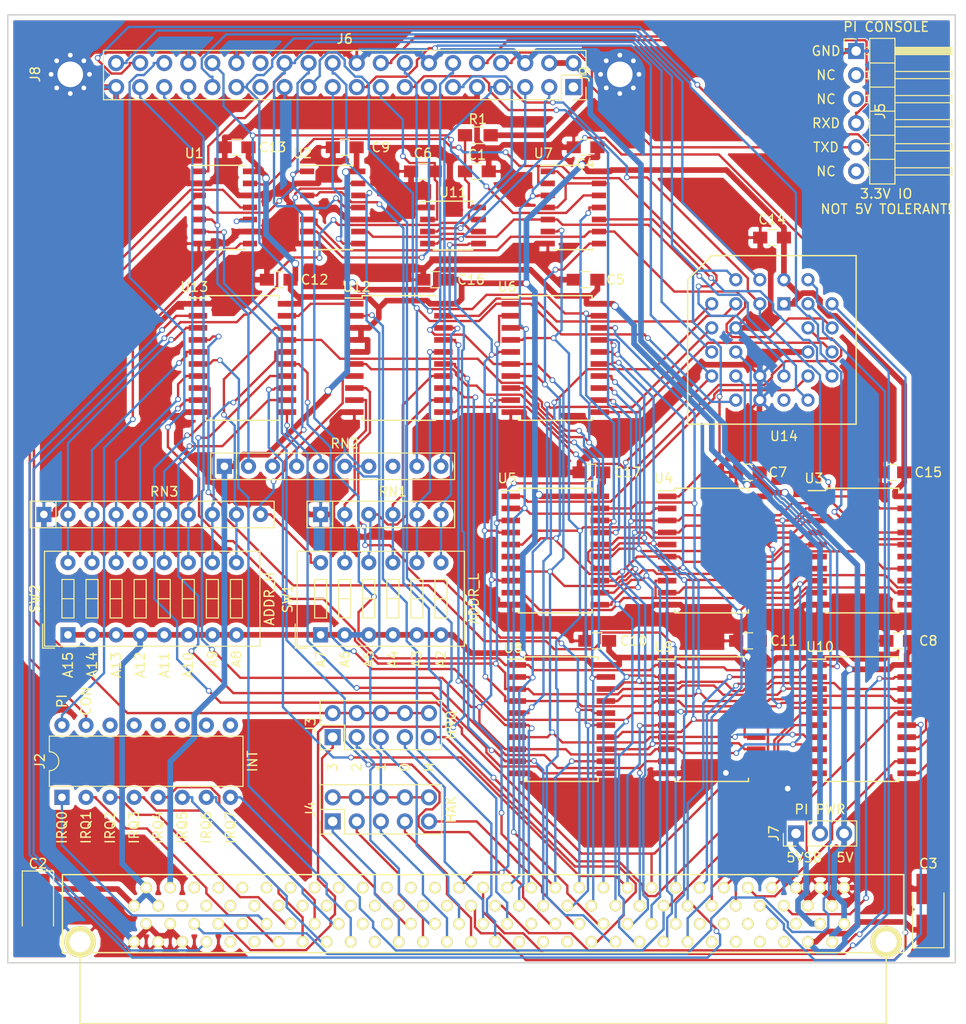
<source format=kicad_pcb>
(kicad_pcb (version 20171130) (host pcbnew "(5.0.1)-3")

  (general
    (thickness 1.6)
    (drawings 42)
    (tracks 2692)
    (zones 0)
    (modules 46)
    (nets 177)
  )

  (page A4)
  (layers
    (0 F.Cu signal)
    (31 B.Cu signal)
    (32 B.Adhes user)
    (33 F.Adhes user)
    (34 B.Paste user)
    (35 F.Paste user)
    (36 B.SilkS user)
    (37 F.SilkS user hide)
    (38 B.Mask user)
    (39 F.Mask user)
    (40 Dwgs.User user)
    (41 Cmts.User user)
    (42 Eco1.User user)
    (43 Eco2.User user)
    (44 Edge.Cuts user)
    (45 Margin user)
    (46 B.CrtYd user)
    (47 F.CrtYd user)
    (48 B.Fab user)
    (49 F.Fab user)
  )

  (setup
    (last_trace_width 0.25)
    (trace_clearance 0.127)
    (zone_clearance 0.508)
    (zone_45_only yes)
    (trace_min 0.2)
    (segment_width 0.2)
    (edge_width 0.15)
    (via_size 0.6)
    (via_drill 0.4)
    (via_min_size 0.4)
    (via_min_drill 0.3)
    (uvia_size 0.3)
    (uvia_drill 0.1)
    (uvias_allowed no)
    (uvia_min_size 0.2)
    (uvia_min_drill 0.1)
    (pcb_text_width 0.3)
    (pcb_text_size 1.5 1.5)
    (mod_edge_width 0.15)
    (mod_text_size 1 1)
    (mod_text_width 0.15)
    (pad_size 1.524 1.524)
    (pad_drill 0.762)
    (pad_to_mask_clearance 0)
    (solder_mask_min_width 0.25)
    (aux_axis_origin 0 0)
    (visible_elements 7FFFF7FF)
    (pcbplotparams
      (layerselection 0x00030_80000001)
      (usegerberextensions false)
      (usegerberattributes false)
      (usegerberadvancedattributes false)
      (creategerberjobfile false)
      (excludeedgelayer true)
      (linewidth 0.100000)
      (plotframeref false)
      (viasonmask false)
      (mode 1)
      (useauxorigin false)
      (hpglpennumber 1)
      (hpglpenspeed 20)
      (hpglpendiameter 15.000000)
      (psnegative false)
      (psa4output false)
      (plotreference true)
      (plotvalue true)
      (plotinvisibletext false)
      (padsonsilk false)
      (subtractmaskfromsilk false)
      (outputformat 1)
      (mirror false)
      (drillshape 1)
      (scaleselection 1)
      (outputdirectory ""))
  )

  (net 0 "")
  (net 1 GND)
  (net 2 /AD7)
  (net 3 /AD6)
  (net 4 /AD5)
  (net 5 /AD4)
  (net 6 /AD3)
  (net 7 /AD2)
  (net 8 /AD1)
  (net 9 /AD0)
  (net 10 /~RD)
  (net 11 /~WR)
  (net 12 /PI_REQ)
  (net 13 +5V)
  (net 14 /~IOR)
  (net 15 /~IOW)
  (net 16 /~MEMR)
  (net 17 /~MEMW)
  (net 18 /CON_IOW)
  (net 19 /~CON_IOR)
  (net 20 /~STS_IOR)
  (net 21 /~CON_SO)
  (net 22 /~CON_SI)
  (net 23 "Net-(U14-Pad16)")
  (net 24 /~RESET)
  (net 25 /~CON_R)
  (net 26 /CON_W)
  (net 27 /~HAK)
  (net 28 /~HRQ)
  (net 29 /A0)
  (net 30 /A1)
  (net 31 "Net-(U12-Pad19)")
  (net 32 /IO~M)
  (net 33 /A23)
  (net 34 /A22)
  (net 35 /A21)
  (net 36 /A20)
  (net 37 /A19)
  (net 38 /A18)
  (net 39 /A17)
  (net 40 /A16)
  (net 41 /A15)
  (net 42 /A14)
  (net 43 /A13)
  (net 44 /A12)
  (net 45 /A11)
  (net 46 /A10)
  (net 47 /A9)
  (net 48 /A8)
  (net 49 /A7)
  (net 50 /A6)
  (net 51 /A5)
  (net 52 /A4)
  (net 53 /A3)
  (net 54 /A2)
  (net 55 "Net-(J1-Pad34)")
  (net 56 "Net-(J1-Pad35)")
  (net 57 "Net-(J1-Pad36)")
  (net 58 "Net-(J1-Pad37)")
  (net 59 "Net-(J1-Pad38)")
  (net 60 "Net-(J1-Pad39)")
  (net 61 "Net-(J1-Pad40)")
  (net 62 "Net-(J1-Pad41)")
  (net 63 "Net-(J1-Pad42)")
  (net 64 "Net-(J1-Pad43)")
  (net 65 "Net-(J1-Pad44)")
  (net 66 "Net-(J1-Pad45)")
  (net 67 "Net-(J1-Pad46)")
  (net 68 "Net-(J1-Pad47)")
  (net 69 "Net-(J1-Pad48)")
  (net 70 "Net-(J1-Pad49)")
  (net 71 "Net-(J1-Pad50)")
  (net 72 "Net-(J1-Pad51)")
  (net 73 "Net-(J1-Pad52)")
  (net 74 "Net-(J1-Pad53)")
  (net 75 "Net-(J1-Pad54)")
  (net 76 "Net-(J1-Pad55)")
  (net 77 "Net-(J1-Pad56)")
  (net 78 +3V3)
  (net 79 /+5VSB)
  (net 80 "Net-(J1-Pad65)")
  (net 81 "Net-(J1-Pad66)")
  (net 82 "Net-(J1-Pad67)")
  (net 83 "Net-(J1-Pad68)")
  (net 84 "Net-(J1-Pad69)")
  (net 85 "Net-(J1-Pad70)")
  (net 86 "Net-(J1-Pad71)")
  (net 87 "Net-(J1-Pad72)")
  (net 88 "Net-(J1-Pad73)")
  (net 89 /D7)
  (net 90 /D6)
  (net 91 /D5)
  (net 92 /D4)
  (net 93 /D3)
  (net 94 /D2)
  (net 95 /D1)
  (net 96 /D0)
  (net 97 /~HOLD)
  (net 98 /~HLDA)
  (net 99 "Net-(J1-Pad84)")
  (net 100 /~RFSH)
  (net 101 "Net-(J1-Pad86)")
  (net 102 "Net-(J1-Pad87)")
  (net 103 "Net-(J1-Pad88)")
  (net 104 /~MASTER)
  (net 105 /~AEN)
  (net 106 /~DRQ0)
  (net 107 /~DAK0)
  (net 108 /~DRQ1)
  (net 109 /~DAK1)
  (net 110 /~DRQ2)
  (net 111 /~DAK2)
  (net 112 /~DRQ3)
  (net 113 /~DAK3)
  (net 114 "Net-(J1-Pad99)")
  (net 115 "Net-(J1-Pad100)")
  (net 116 "Net-(J1-Pad101)")
  (net 117 /~IRQ7)
  (net 118 /~IRQ6)
  (net 119 /~IRQ5)
  (net 120 /~IRQ4)
  (net 121 /~IRQ3)
  (net 122 /~IRQ2)
  (net 123 /~IRQ1)
  (net 124 /~IRQ0)
  (net 125 "Net-(J1-Pad110)")
  (net 126 "Net-(J1-Pad111)")
  (net 127 "Net-(J1-Pad112)")
  (net 128 /SDA)
  (net 129 /SCL)
  (net 130 "Net-(RN1-Pad6)")
  (net 131 "Net-(RN1-Pad5)")
  (net 132 "Net-(RN1-Pad4)")
  (net 133 "Net-(RN1-Pad3)")
  (net 134 "Net-(RN1-Pad2)")
  (net 135 "Net-(RN3-Pad9)")
  (net 136 "Net-(RN3-Pad8)")
  (net 137 "Net-(RN3-Pad7)")
  (net 138 "Net-(RN3-Pad6)")
  (net 139 "Net-(RN3-Pad5)")
  (net 140 "Net-(RN3-Pad4)")
  (net 141 "Net-(RN3-Pad3)")
  (net 142 /PD1)
  (net 143 /PU1)
  (net 144 /~pINT)
  (net 145 /~pRFSH)
  (net 146 "Net-(C1-Pad1)")
  (net 147 "Net-(J6-Pad1)")
  (net 148 "Net-(J6-Pad3)")
  (net 149 "Net-(J6-Pad5)")
  (net 150 "Net-(J5-Pad5)")
  (net 151 "Net-(J5-Pad4)")
  (net 152 /pPI_REQ)
  (net 153 "Net-(C6-Pad1)")
  (net 154 /ALE_X)
  (net 155 /~pCON_SO)
  (net 156 /ALE_H)
  (net 157 "Net-(J6-Pad27)")
  (net 158 "Net-(J6-Pad28)")
  (net 159 /ALE_L)
  (net 160 "Net-(J5-Pad6)")
  (net 161 "Net-(J5-Pad3)")
  (net 162 "Net-(J5-Pad2)")
  (net 163 "Net-(U12-Pad1)")
  (net 164 "Net-(RN3-Pad2)")
  (net 165 "Net-(J3-Pad10)")
  (net 166 /PIPWR)
  (net 167 "Net-(J2-Pad16)")
  (net 168 "Net-(J2-Pad15)")
  (net 169 "Net-(J2-Pad14)")
  (net 170 "Net-(J2-Pad13)")
  (net 171 "Net-(J2-Pad12)")
  (net 172 "Net-(J2-Pad11)")
  (net 173 "Net-(J2-Pad10)")
  (net 174 "Net-(J2-Pad9)")
  (net 175 "Net-(RN2-Pad8)")
  (net 176 "Net-(J1-Pad121)")

  (net_class Default "This is the default net class."
    (clearance 0.127)
    (trace_width 0.25)
    (via_dia 0.6)
    (via_drill 0.4)
    (uvia_dia 0.3)
    (uvia_drill 0.1)
    (add_net /A0)
    (add_net /A1)
    (add_net /A10)
    (add_net /A11)
    (add_net /A12)
    (add_net /A13)
    (add_net /A14)
    (add_net /A15)
    (add_net /A16)
    (add_net /A17)
    (add_net /A18)
    (add_net /A19)
    (add_net /A2)
    (add_net /A20)
    (add_net /A21)
    (add_net /A22)
    (add_net /A23)
    (add_net /A3)
    (add_net /A4)
    (add_net /A5)
    (add_net /A6)
    (add_net /A7)
    (add_net /A8)
    (add_net /A9)
    (add_net /AD0)
    (add_net /AD1)
    (add_net /AD2)
    (add_net /AD3)
    (add_net /AD4)
    (add_net /AD5)
    (add_net /AD6)
    (add_net /AD7)
    (add_net /ALE_H)
    (add_net /ALE_L)
    (add_net /ALE_X)
    (add_net /CON_IOW)
    (add_net /CON_W)
    (add_net /D0)
    (add_net /D1)
    (add_net /D2)
    (add_net /D3)
    (add_net /D4)
    (add_net /D5)
    (add_net /D6)
    (add_net /D7)
    (add_net /IO~M)
    (add_net /PD1)
    (add_net /PI_REQ)
    (add_net /PU1)
    (add_net /SCL)
    (add_net /SDA)
    (add_net /pPI_REQ)
    (add_net /~AEN)
    (add_net /~CON_IOR)
    (add_net /~CON_R)
    (add_net /~CON_SI)
    (add_net /~CON_SO)
    (add_net /~DAK0)
    (add_net /~DAK1)
    (add_net /~DAK2)
    (add_net /~DAK3)
    (add_net /~DRQ0)
    (add_net /~DRQ1)
    (add_net /~DRQ2)
    (add_net /~DRQ3)
    (add_net /~HAK)
    (add_net /~HLDA)
    (add_net /~HOLD)
    (add_net /~HRQ)
    (add_net /~IOR)
    (add_net /~IOW)
    (add_net /~IRQ0)
    (add_net /~IRQ1)
    (add_net /~IRQ2)
    (add_net /~IRQ3)
    (add_net /~IRQ4)
    (add_net /~IRQ5)
    (add_net /~IRQ6)
    (add_net /~IRQ7)
    (add_net /~MASTER)
    (add_net /~MEMR)
    (add_net /~MEMW)
    (add_net /~RD)
    (add_net /~RESET)
    (add_net /~RFSH)
    (add_net /~STS_IOR)
    (add_net /~WR)
    (add_net /~pCON_SO)
    (add_net /~pINT)
    (add_net /~pRFSH)
    (add_net "Net-(C1-Pad1)")
    (add_net "Net-(C6-Pad1)")
    (add_net "Net-(J1-Pad100)")
    (add_net "Net-(J1-Pad101)")
    (add_net "Net-(J1-Pad110)")
    (add_net "Net-(J1-Pad111)")
    (add_net "Net-(J1-Pad112)")
    (add_net "Net-(J1-Pad121)")
    (add_net "Net-(J1-Pad34)")
    (add_net "Net-(J1-Pad35)")
    (add_net "Net-(J1-Pad36)")
    (add_net "Net-(J1-Pad37)")
    (add_net "Net-(J1-Pad38)")
    (add_net "Net-(J1-Pad39)")
    (add_net "Net-(J1-Pad40)")
    (add_net "Net-(J1-Pad41)")
    (add_net "Net-(J1-Pad42)")
    (add_net "Net-(J1-Pad43)")
    (add_net "Net-(J1-Pad44)")
    (add_net "Net-(J1-Pad45)")
    (add_net "Net-(J1-Pad46)")
    (add_net "Net-(J1-Pad47)")
    (add_net "Net-(J1-Pad48)")
    (add_net "Net-(J1-Pad49)")
    (add_net "Net-(J1-Pad50)")
    (add_net "Net-(J1-Pad51)")
    (add_net "Net-(J1-Pad52)")
    (add_net "Net-(J1-Pad53)")
    (add_net "Net-(J1-Pad54)")
    (add_net "Net-(J1-Pad55)")
    (add_net "Net-(J1-Pad56)")
    (add_net "Net-(J1-Pad65)")
    (add_net "Net-(J1-Pad66)")
    (add_net "Net-(J1-Pad67)")
    (add_net "Net-(J1-Pad68)")
    (add_net "Net-(J1-Pad69)")
    (add_net "Net-(J1-Pad70)")
    (add_net "Net-(J1-Pad71)")
    (add_net "Net-(J1-Pad72)")
    (add_net "Net-(J1-Pad73)")
    (add_net "Net-(J1-Pad84)")
    (add_net "Net-(J1-Pad86)")
    (add_net "Net-(J1-Pad87)")
    (add_net "Net-(J1-Pad88)")
    (add_net "Net-(J1-Pad99)")
    (add_net "Net-(J2-Pad10)")
    (add_net "Net-(J2-Pad11)")
    (add_net "Net-(J2-Pad12)")
    (add_net "Net-(J2-Pad13)")
    (add_net "Net-(J2-Pad14)")
    (add_net "Net-(J2-Pad15)")
    (add_net "Net-(J2-Pad16)")
    (add_net "Net-(J2-Pad9)")
    (add_net "Net-(J3-Pad10)")
    (add_net "Net-(J5-Pad2)")
    (add_net "Net-(J5-Pad3)")
    (add_net "Net-(J5-Pad4)")
    (add_net "Net-(J5-Pad5)")
    (add_net "Net-(J5-Pad6)")
    (add_net "Net-(J6-Pad1)")
    (add_net "Net-(J6-Pad27)")
    (add_net "Net-(J6-Pad28)")
    (add_net "Net-(J6-Pad3)")
    (add_net "Net-(J6-Pad5)")
    (add_net "Net-(RN1-Pad2)")
    (add_net "Net-(RN1-Pad3)")
    (add_net "Net-(RN1-Pad4)")
    (add_net "Net-(RN1-Pad5)")
    (add_net "Net-(RN1-Pad6)")
    (add_net "Net-(RN2-Pad8)")
    (add_net "Net-(RN3-Pad2)")
    (add_net "Net-(RN3-Pad3)")
    (add_net "Net-(RN3-Pad4)")
    (add_net "Net-(RN3-Pad5)")
    (add_net "Net-(RN3-Pad6)")
    (add_net "Net-(RN3-Pad7)")
    (add_net "Net-(RN3-Pad8)")
    (add_net "Net-(RN3-Pad9)")
    (add_net "Net-(U12-Pad1)")
    (add_net "Net-(U12-Pad19)")
    (add_net "Net-(U14-Pad16)")
  )

  (net_class Power ""
    (clearance 0.127)
    (trace_width 0.6)
    (via_dia 0.8)
    (via_drill 0.6)
    (uvia_dia 0.3)
    (uvia_drill 0.1)
    (add_net +3V3)
    (add_net +5V)
    (add_net /+5VSB)
    (add_net /PIPWR)
    (add_net GND)
  )

  (module Pin_Headers:Pin_Header_Straight_2x20_Pitch2.54mm locked (layer F.Cu) (tedit 5BFE2382) (tstamp 59B1B4BB)
    (at 163.195 38.1 270)
    (descr "Through hole straight pin header, 2x20, 2.54mm pitch, double rows")
    (tags "Through hole pin header THT 2x20 2.54mm double row")
    (path /5C010F08)
    (fp_text reference J6 (at -2.54 24.13) (layer F.SilkS)
      (effects (font (size 1 1) (thickness 0.15)))
    )
    (fp_text value Raspberry_Pi_2_3 (at 0 26.46 270) (layer F.Fab)
      (effects (font (size 1 1) (thickness 0.15)))
    )
    (fp_line (start 2.54 -1.27) (end -1.27 -1.27) (layer F.Fab) (width 0.1))
    (fp_line (start -1.27 -1.27) (end -1.27 49.53) (layer F.Fab) (width 0.1))
    (fp_line (start -1.27 49.53) (end 3.81 49.53) (layer F.Fab) (width 0.1))
    (fp_line (start 3.81 49.53) (end 3.81 0) (layer F.Fab) (width 0.1))
    (fp_line (start 3.81 0) (end 2.54 -1.27) (layer F.Fab) (width 0.1))
    (fp_line (start 3.87 49.59) (end -1.33 49.59) (layer F.SilkS) (width 0.12))
    (fp_line (start 3.87 1.27) (end 3.87 49.59) (layer F.SilkS) (width 0.12))
    (fp_line (start -1.33 -1.33) (end -1.33 49.59) (layer F.SilkS) (width 0.12))
    (fp_line (start 3.87 1.27) (end 1.27 1.27) (layer F.SilkS) (width 0.12))
    (fp_line (start 1.27 1.27) (end 1.27 -1.33) (layer F.SilkS) (width 0.12))
    (fp_line (start 1.27 -1.33) (end -1.33 -1.33) (layer F.SilkS) (width 0.12))
    (fp_line (start 3.87 0) (end 3.87 -1.33) (layer F.SilkS) (width 0.12))
    (fp_line (start 3.87 -1.33) (end 2.54 -1.33) (layer F.SilkS) (width 0.12))
    (fp_line (start -1.8 -1.8) (end -1.8 50.05) (layer F.CrtYd) (width 0.05))
    (fp_line (start -1.8 50.05) (end 4.35 50.05) (layer F.CrtYd) (width 0.05))
    (fp_line (start 4.35 50.05) (end 4.35 -1.8) (layer F.CrtYd) (width 0.05))
    (fp_line (start 4.35 -1.8) (end -1.8 -1.8) (layer F.CrtYd) (width 0.05))
    (fp_text user %R (at 1.27 24.13) (layer F.Fab)
      (effects (font (size 1 1) (thickness 0.15)))
    )
    (pad 1 thru_hole rect (at 2.54 0 270) (size 1.7 1.7) (drill 1) (layers *.Cu *.Mask)
      (net 147 "Net-(J6-Pad1)"))
    (pad 2 thru_hole oval (at 0 0 270) (size 1.7 1.7) (drill 1) (layers *.Cu *.Mask)
      (net 166 /PIPWR))
    (pad 3 thru_hole oval (at 2.54 2.54 270) (size 1.7 1.7) (drill 1) (layers *.Cu *.Mask)
      (net 148 "Net-(J6-Pad3)"))
    (pad 4 thru_hole oval (at 0 2.54 270) (size 1.7 1.7) (drill 1) (layers *.Cu *.Mask)
      (net 166 /PIPWR))
    (pad 5 thru_hole oval (at 2.54 5.08 270) (size 1.7 1.7) (drill 1) (layers *.Cu *.Mask)
      (net 149 "Net-(J6-Pad5)"))
    (pad 6 thru_hole oval (at 0 5.08 270) (size 1.7 1.7) (drill 1) (layers *.Cu *.Mask)
      (net 1 GND))
    (pad 7 thru_hole oval (at 2.54 7.62 270) (size 1.7 1.7) (drill 1) (layers *.Cu *.Mask)
      (net 11 /~WR))
    (pad 8 thru_hole oval (at 0 7.62 270) (size 1.7 1.7) (drill 1) (layers *.Cu *.Mask)
      (net 150 "Net-(J5-Pad5)"))
    (pad 9 thru_hole oval (at 2.54 10.16 270) (size 1.7 1.7) (drill 1) (layers *.Cu *.Mask)
      (net 1 GND))
    (pad 10 thru_hole oval (at 0 10.16 270) (size 1.7 1.7) (drill 1) (layers *.Cu *.Mask)
      (net 151 "Net-(J5-Pad4)"))
    (pad 11 thru_hole oval (at 2.54 12.7 270) (size 1.7 1.7) (drill 1) (layers *.Cu *.Mask)
      (net 8 /AD1))
    (pad 12 thru_hole oval (at 0 12.7 270) (size 1.7 1.7) (drill 1) (layers *.Cu *.Mask)
      (net 7 /AD2))
    (pad 13 thru_hole oval (at 2.54 15.24 270) (size 1.7 1.7) (drill 1) (layers *.Cu *.Mask)
      (net 152 /pPI_REQ))
    (pad 14 thru_hole oval (at 0 15.24 270) (size 1.7 1.7) (drill 1) (layers *.Cu *.Mask)
      (net 1 GND))
    (pad 15 thru_hole oval (at 2.54 17.78 270) (size 1.7 1.7) (drill 1) (layers *.Cu *.Mask)
      (net 3 /AD6))
    (pad 16 thru_hole oval (at 0 17.78 270) (size 1.7 1.7) (drill 1) (layers *.Cu *.Mask)
      (net 2 /AD7))
    (pad 17 thru_hole oval (at 2.54 20.32 270) (size 1.7 1.7) (drill 1) (layers *.Cu *.Mask)
      (net 153 "Net-(C6-Pad1)"))
    (pad 18 thru_hole oval (at 0 20.32 270) (size 1.7 1.7) (drill 1) (layers *.Cu *.Mask)
      (net 154 /ALE_X))
    (pad 19 thru_hole oval (at 2.54 22.86 270) (size 1.7 1.7) (drill 1) (layers *.Cu *.Mask)
      (net 26 /CON_W))
    (pad 20 thru_hole oval (at 0 22.86 270) (size 1.7 1.7) (drill 1) (layers *.Cu *.Mask)
      (net 1 GND))
    (pad 21 thru_hole oval (at 2.54 25.4 270) (size 1.7 1.7) (drill 1) (layers *.Cu *.Mask)
      (net 155 /~pCON_SO))
    (pad 22 thru_hole oval (at 0 25.4 270) (size 1.7 1.7) (drill 1) (layers *.Cu *.Mask)
      (net 156 /ALE_H))
    (pad 23 thru_hole oval (at 2.54 27.94 270) (size 1.7 1.7) (drill 1) (layers *.Cu *.Mask)
      (net 25 /~CON_R))
    (pad 24 thru_hole oval (at 0 27.94 270) (size 1.7 1.7) (drill 1) (layers *.Cu *.Mask)
      (net 27 /~HAK))
    (pad 25 thru_hole oval (at 2.54 30.48 270) (size 1.7 1.7) (drill 1) (layers *.Cu *.Mask)
      (net 1 GND))
    (pad 26 thru_hole oval (at 0 30.48 270) (size 1.7 1.7) (drill 1) (layers *.Cu *.Mask)
      (net 28 /~HRQ))
    (pad 27 thru_hole oval (at 2.54 33.02 270) (size 1.7 1.7) (drill 1) (layers *.Cu *.Mask)
      (net 157 "Net-(J6-Pad27)"))
    (pad 28 thru_hole oval (at 0 33.02 270) (size 1.7 1.7) (drill 1) (layers *.Cu *.Mask)
      (net 158 "Net-(J6-Pad28)"))
    (pad 29 thru_hole oval (at 2.54 35.56 270) (size 1.7 1.7) (drill 1) (layers *.Cu *.Mask)
      (net 10 /~RD))
    (pad 30 thru_hole oval (at 0 35.56 270) (size 1.7 1.7) (drill 1) (layers *.Cu *.Mask)
      (net 1 GND))
    (pad 31 thru_hole oval (at 2.54 38.1 270) (size 1.7 1.7) (drill 1) (layers *.Cu *.Mask)
      (net 32 /IO~M))
    (pad 32 thru_hole oval (at 0 38.1 270) (size 1.7 1.7) (drill 1) (layers *.Cu *.Mask)
      (net 144 /~pINT))
    (pad 33 thru_hole oval (at 2.54 40.64 270) (size 1.7 1.7) (drill 1) (layers *.Cu *.Mask)
      (net 145 /~pRFSH))
    (pad 34 thru_hole oval (at 0 40.64 270) (size 1.7 1.7) (drill 1) (layers *.Cu *.Mask)
      (net 1 GND))
    (pad 35 thru_hole oval (at 2.54 43.18 270) (size 1.7 1.7) (drill 1) (layers *.Cu *.Mask)
      (net 6 /AD3))
    (pad 36 thru_hole oval (at 0 43.18 270) (size 1.7 1.7) (drill 1) (layers *.Cu *.Mask)
      (net 9 /AD0))
    (pad 37 thru_hole oval (at 2.54 45.72 270) (size 1.7 1.7) (drill 1) (layers *.Cu *.Mask)
      (net 159 /ALE_L))
    (pad 38 thru_hole oval (at 0 45.72 270) (size 1.7 1.7) (drill 1) (layers *.Cu *.Mask)
      (net 5 /AD4))
    (pad 39 thru_hole oval (at 2.54 48.26 270) (size 1.7 1.7) (drill 1) (layers *.Cu *.Mask)
      (net 1 GND))
    (pad 40 thru_hole oval (at 0 48.26 270) (size 1.7 1.7) (drill 1) (layers *.Cu *.Mask)
      (net 4 /AD5))
    (model ${KISYS3DMOD}/Pin_Headers.3dshapes/Pin_Header_Straight_2x20_Pitch2.54mm.wrl
      (at (xyz 0 0 0))
      (scale (xyz 1 1 1))
      (rotate (xyz 0 0 0))
    )
  )

  (module Pin_Headers:Pin_Header_Straight_2x05_Pitch2.54mm (layer F.Cu) (tedit 5BFE1E03) (tstamp 5C00BE56)
    (at 137.795 118.11 90)
    (descr "Through hole straight pin header, 2x05, 2.54mm pitch, double rows")
    (tags "Through hole pin header THT 2x05 2.54mm double row")
    (path /5D31F122)
    (fp_text reference J4 (at 1.27 -2.33 90) (layer F.SilkS)
      (effects (font (size 1 1) (thickness 0.15)))
    )
    (fp_text value HAK (at 1.27 12.49 90) (layer F.SilkS)
      (effects (font (size 1 1) (thickness 0.15)))
    )
    (fp_text user %R (at 1.27 5.08 180) (layer F.Fab)
      (effects (font (size 1 1) (thickness 0.15)))
    )
    (fp_line (start 4.35 -1.8) (end -1.8 -1.8) (layer F.CrtYd) (width 0.05))
    (fp_line (start 4.35 11.95) (end 4.35 -1.8) (layer F.CrtYd) (width 0.05))
    (fp_line (start -1.8 11.95) (end 4.35 11.95) (layer F.CrtYd) (width 0.05))
    (fp_line (start -1.8 -1.8) (end -1.8 11.95) (layer F.CrtYd) (width 0.05))
    (fp_line (start -1.33 -1.33) (end 0 -1.33) (layer F.SilkS) (width 0.12))
    (fp_line (start -1.33 0) (end -1.33 -1.33) (layer F.SilkS) (width 0.12))
    (fp_line (start 1.27 -1.33) (end 3.87 -1.33) (layer F.SilkS) (width 0.12))
    (fp_line (start 1.27 1.27) (end 1.27 -1.33) (layer F.SilkS) (width 0.12))
    (fp_line (start -1.33 1.27) (end 1.27 1.27) (layer F.SilkS) (width 0.12))
    (fp_line (start 3.87 -1.33) (end 3.87 11.49) (layer F.SilkS) (width 0.12))
    (fp_line (start -1.33 1.27) (end -1.33 11.49) (layer F.SilkS) (width 0.12))
    (fp_line (start -1.33 11.49) (end 3.87 11.49) (layer F.SilkS) (width 0.12))
    (fp_line (start -1.27 0) (end 0 -1.27) (layer F.Fab) (width 0.1))
    (fp_line (start -1.27 11.43) (end -1.27 0) (layer F.Fab) (width 0.1))
    (fp_line (start 3.81 11.43) (end -1.27 11.43) (layer F.Fab) (width 0.1))
    (fp_line (start 3.81 -1.27) (end 3.81 11.43) (layer F.Fab) (width 0.1))
    (fp_line (start 0 -1.27) (end 3.81 -1.27) (layer F.Fab) (width 0.1))
    (pad 10 thru_hole oval (at 2.54 10.16 90) (size 1.7 1.7) (drill 1) (layers *.Cu *.Mask)
      (net 143 /PU1))
    (pad 9 thru_hole oval (at 0 10.16 90) (size 1.7 1.7) (drill 1) (layers *.Cu *.Mask)
      (net 98 /~HLDA))
    (pad 8 thru_hole oval (at 2.54 7.62 90) (size 1.7 1.7) (drill 1) (layers *.Cu *.Mask)
      (net 143 /PU1))
    (pad 7 thru_hole oval (at 0 7.62 90) (size 1.7 1.7) (drill 1) (layers *.Cu *.Mask)
      (net 107 /~DAK0))
    (pad 6 thru_hole oval (at 2.54 5.08 90) (size 1.7 1.7) (drill 1) (layers *.Cu *.Mask)
      (net 143 /PU1))
    (pad 5 thru_hole oval (at 0 5.08 90) (size 1.7 1.7) (drill 1) (layers *.Cu *.Mask)
      (net 109 /~DAK1))
    (pad 4 thru_hole oval (at 2.54 2.54 90) (size 1.7 1.7) (drill 1) (layers *.Cu *.Mask)
      (net 143 /PU1))
    (pad 3 thru_hole oval (at 0 2.54 90) (size 1.7 1.7) (drill 1) (layers *.Cu *.Mask)
      (net 111 /~DAK2))
    (pad 2 thru_hole oval (at 2.54 0 90) (size 1.7 1.7) (drill 1) (layers *.Cu *.Mask)
      (net 143 /PU1))
    (pad 1 thru_hole rect (at 0 0 90) (size 1.7 1.7) (drill 1) (layers *.Cu *.Mask)
      (net 113 /~DAK3))
    (model ${KISYS3DMOD}/Pin_Headers.3dshapes/Pin_Header_Straight_2x05_Pitch2.54mm.wrl
      (at (xyz 0 0 0))
      (scale (xyz 1 1 1))
      (rotate (xyz 0 0 0))
    )
  )

  (module Buttons_Switches_THT:SW_DIP_x6_W7.62mm_Slide (layer F.Cu) (tedit 5BFE16F1) (tstamp 5BFF7BC6)
    (at 136.525 98.425 90)
    (descr "6x-dip-switch, Slide, row spacing 7.62 mm (300 mils)")
    (tags "DIP Switch Slide 7.62mm 300mil")
    (path /5FB27DD6)
    (fp_text reference SW1 (at 3.81 -3.48 90) (layer F.SilkS)
      (effects (font (size 1 1) (thickness 0.15)))
    )
    (fp_text value ADDR_L (at 3.81 16.18 90) (layer F.SilkS)
      (effects (font (size 1 1) (thickness 0.15)))
    )
    (fp_line (start 9 -2.7) (end -1.4 -2.7) (layer F.CrtYd) (width 0.05))
    (fp_line (start 9 15.4) (end 9 -2.7) (layer F.CrtYd) (width 0.05))
    (fp_line (start -1.4 15.4) (end 9 15.4) (layer F.CrtYd) (width 0.05))
    (fp_line (start -1.4 -2.7) (end -1.4 15.4) (layer F.CrtYd) (width 0.05))
    (fp_line (start 3.81 12.065) (end 3.81 13.335) (layer F.SilkS) (width 0.12))
    (fp_line (start 5.84 12.065) (end 1.78 12.065) (layer F.SilkS) (width 0.12))
    (fp_line (start 5.84 13.335) (end 5.84 12.065) (layer F.SilkS) (width 0.12))
    (fp_line (start 1.78 13.335) (end 5.84 13.335) (layer F.SilkS) (width 0.12))
    (fp_line (start 1.78 12.065) (end 1.78 13.335) (layer F.SilkS) (width 0.12))
    (fp_line (start 3.81 9.525) (end 3.81 10.795) (layer F.SilkS) (width 0.12))
    (fp_line (start 5.84 9.525) (end 1.78 9.525) (layer F.SilkS) (width 0.12))
    (fp_line (start 5.84 10.795) (end 5.84 9.525) (layer F.SilkS) (width 0.12))
    (fp_line (start 1.78 10.795) (end 5.84 10.795) (layer F.SilkS) (width 0.12))
    (fp_line (start 1.78 9.525) (end 1.78 10.795) (layer F.SilkS) (width 0.12))
    (fp_line (start 3.81 6.985) (end 3.81 8.255) (layer F.SilkS) (width 0.12))
    (fp_line (start 5.84 6.985) (end 1.78 6.985) (layer F.SilkS) (width 0.12))
    (fp_line (start 5.84 8.255) (end 5.84 6.985) (layer F.SilkS) (width 0.12))
    (fp_line (start 1.78 8.255) (end 5.84 8.255) (layer F.SilkS) (width 0.12))
    (fp_line (start 1.78 6.985) (end 1.78 8.255) (layer F.SilkS) (width 0.12))
    (fp_line (start 3.81 4.445) (end 3.81 5.715) (layer F.SilkS) (width 0.12))
    (fp_line (start 5.84 4.445) (end 1.78 4.445) (layer F.SilkS) (width 0.12))
    (fp_line (start 5.84 5.715) (end 5.84 4.445) (layer F.SilkS) (width 0.12))
    (fp_line (start 1.78 5.715) (end 5.84 5.715) (layer F.SilkS) (width 0.12))
    (fp_line (start 1.78 4.445) (end 1.78 5.715) (layer F.SilkS) (width 0.12))
    (fp_line (start 3.81 1.905) (end 3.81 3.175) (layer F.SilkS) (width 0.12))
    (fp_line (start 5.84 1.905) (end 1.78 1.905) (layer F.SilkS) (width 0.12))
    (fp_line (start 5.84 3.175) (end 5.84 1.905) (layer F.SilkS) (width 0.12))
    (fp_line (start 1.78 3.175) (end 5.84 3.175) (layer F.SilkS) (width 0.12))
    (fp_line (start 1.78 1.905) (end 1.78 3.175) (layer F.SilkS) (width 0.12))
    (fp_line (start 3.81 -0.635) (end 3.81 0.635) (layer F.SilkS) (width 0.12))
    (fp_line (start 5.84 -0.635) (end 1.78 -0.635) (layer F.SilkS) (width 0.12))
    (fp_line (start 5.84 0.635) (end 5.84 -0.635) (layer F.SilkS) (width 0.12))
    (fp_line (start 1.78 0.635) (end 5.84 0.635) (layer F.SilkS) (width 0.12))
    (fp_line (start 1.78 -0.635) (end 1.78 0.635) (layer F.SilkS) (width 0.12))
    (fp_line (start -1.2 15.18) (end -1.2 -2.48) (layer F.SilkS) (width 0.12))
    (fp_line (start 8.82 15.18) (end -1.2 15.18) (layer F.SilkS) (width 0.12))
    (fp_line (start 8.82 -2.48) (end 8.82 15.18) (layer F.SilkS) (width 0.12))
    (fp_line (start -1.2 -2.48) (end 8.82 -2.48) (layer F.SilkS) (width 0.12))
    (fp_line (start 3.81 12.065) (end 3.81 13.335) (layer F.Fab) (width 0.1))
    (fp_line (start 5.84 12.065) (end 1.78 12.065) (layer F.Fab) (width 0.1))
    (fp_line (start 5.84 13.335) (end 5.84 12.065) (layer F.Fab) (width 0.1))
    (fp_line (start 1.78 13.335) (end 5.84 13.335) (layer F.Fab) (width 0.1))
    (fp_line (start 1.78 12.065) (end 1.78 13.335) (layer F.Fab) (width 0.1))
    (fp_line (start 3.81 9.525) (end 3.81 10.795) (layer F.Fab) (width 0.1))
    (fp_line (start 5.84 9.525) (end 1.78 9.525) (layer F.Fab) (width 0.1))
    (fp_line (start 5.84 10.795) (end 5.84 9.525) (layer F.Fab) (width 0.1))
    (fp_line (start 1.78 10.795) (end 5.84 10.795) (layer F.Fab) (width 0.1))
    (fp_line (start 1.78 9.525) (end 1.78 10.795) (layer F.Fab) (width 0.1))
    (fp_line (start 3.81 6.985) (end 3.81 8.255) (layer F.Fab) (width 0.1))
    (fp_line (start 5.84 6.985) (end 1.78 6.985) (layer F.Fab) (width 0.1))
    (fp_line (start 5.84 8.255) (end 5.84 6.985) (layer F.Fab) (width 0.1))
    (fp_line (start 1.78 8.255) (end 5.84 8.255) (layer F.Fab) (width 0.1))
    (fp_line (start 1.78 6.985) (end 1.78 8.255) (layer F.Fab) (width 0.1))
    (fp_line (start 3.81 4.445) (end 3.81 5.715) (layer F.Fab) (width 0.1))
    (fp_line (start 5.84 4.445) (end 1.78 4.445) (layer F.Fab) (width 0.1))
    (fp_line (start 5.84 5.715) (end 5.84 4.445) (layer F.Fab) (width 0.1))
    (fp_line (start 1.78 5.715) (end 5.84 5.715) (layer F.Fab) (width 0.1))
    (fp_line (start 1.78 4.445) (end 1.78 5.715) (layer F.Fab) (width 0.1))
    (fp_line (start 3.81 1.905) (end 3.81 3.175) (layer F.Fab) (width 0.1))
    (fp_line (start 5.84 1.905) (end 1.78 1.905) (layer F.Fab) (width 0.1))
    (fp_line (start 5.84 3.175) (end 5.84 1.905) (layer F.Fab) (width 0.1))
    (fp_line (start 1.78 3.175) (end 5.84 3.175) (layer F.Fab) (width 0.1))
    (fp_line (start 1.78 1.905) (end 1.78 3.175) (layer F.Fab) (width 0.1))
    (fp_line (start 3.81 -0.635) (end 3.81 0.635) (layer F.Fab) (width 0.1))
    (fp_line (start 5.84 -0.635) (end 1.78 -0.635) (layer F.Fab) (width 0.1))
    (fp_line (start 5.84 0.635) (end 5.84 -0.635) (layer F.Fab) (width 0.1))
    (fp_line (start 1.78 0.635) (end 5.84 0.635) (layer F.Fab) (width 0.1))
    (fp_line (start 1.78 -0.635) (end 1.78 0.635) (layer F.Fab) (width 0.1))
    (fp_line (start -1.08 -1.36) (end -0.08 -2.36) (layer F.Fab) (width 0.1))
    (fp_line (start -1.08 15.06) (end -1.08 -1.36) (layer F.Fab) (width 0.1))
    (fp_line (start 8.7 15.06) (end -1.08 15.06) (layer F.Fab) (width 0.1))
    (fp_line (start 8.7 -2.36) (end 8.7 15.06) (layer F.Fab) (width 0.1))
    (fp_line (start -0.08 -2.36) (end 8.7 -2.36) (layer F.Fab) (width 0.1))
    (fp_line (start -1.4 -2.68) (end 1.14 -2.68) (layer F.SilkS) (width 0.12))
    (fp_line (start -1.4 -2.68) (end -1.4 -1.41) (layer F.SilkS) (width 0.12))
    (fp_text user %R (at 3.81 6.35 90) (layer F.Fab)
      (effects (font (size 1 1) (thickness 0.15)))
    )
    (pad 12 thru_hole oval (at 7.62 0 90) (size 1.6 1.6) (drill 0.8) (layers *.Cu *.Mask)
      (net 142 /PD1))
    (pad 6 thru_hole oval (at 0 12.7 90) (size 1.6 1.6) (drill 0.8) (layers *.Cu *.Mask)
      (net 13 +5V))
    (pad 11 thru_hole oval (at 7.62 2.54 90) (size 1.6 1.6) (drill 0.8) (layers *.Cu *.Mask)
      (net 134 "Net-(RN1-Pad2)"))
    (pad 5 thru_hole oval (at 0 10.16 90) (size 1.6 1.6) (drill 0.8) (layers *.Cu *.Mask)
      (net 13 +5V))
    (pad 10 thru_hole oval (at 7.62 5.08 90) (size 1.6 1.6) (drill 0.8) (layers *.Cu *.Mask)
      (net 133 "Net-(RN1-Pad3)"))
    (pad 4 thru_hole oval (at 0 7.62 90) (size 1.6 1.6) (drill 0.8) (layers *.Cu *.Mask)
      (net 13 +5V))
    (pad 9 thru_hole oval (at 7.62 7.62 90) (size 1.6 1.6) (drill 0.8) (layers *.Cu *.Mask)
      (net 132 "Net-(RN1-Pad4)"))
    (pad 3 thru_hole oval (at 0 5.08 90) (size 1.6 1.6) (drill 0.8) (layers *.Cu *.Mask)
      (net 13 +5V))
    (pad 8 thru_hole oval (at 7.62 10.16 90) (size 1.6 1.6) (drill 0.8) (layers *.Cu *.Mask)
      (net 131 "Net-(RN1-Pad5)"))
    (pad 2 thru_hole oval (at 0 2.54 90) (size 1.6 1.6) (drill 0.8) (layers *.Cu *.Mask)
      (net 13 +5V))
    (pad 7 thru_hole oval (at 7.62 12.7 90) (size 1.6 1.6) (drill 0.8) (layers *.Cu *.Mask)
      (net 130 "Net-(RN1-Pad6)"))
    (pad 1 thru_hole rect (at 0 0 90) (size 1.6 1.6) (drill 0.8) (layers *.Cu *.Mask)
      (net 13 +5V))
    (model ${KISYS3DMOD}/Buttons_Switches_THT.3dshapes/SW_DIP_x6_W7.62mm_Slide.wrl
      (at (xyz 0 0 0))
      (scale (xyz 1 1 1))
      (rotate (xyz 0 0 90))
    )
  )

  (module Buttons_Switches_THT:SW_DIP_x8_W7.62mm_Slide (layer F.Cu) (tedit 5BFE16EC) (tstamp 5BFF7A85)
    (at 109.855 98.425 90)
    (descr "8x-dip-switch, Slide, row spacing 7.62 mm (300 mils)")
    (tags "DIP Switch Slide 7.62mm 300mil")
    (path /5FEE9BF9)
    (fp_text reference SW2 (at 3.81 -3.48 90) (layer F.SilkS)
      (effects (font (size 1 1) (thickness 0.15)))
    )
    (fp_text value ADDR_H (at 3.81 21.26 90) (layer F.SilkS)
      (effects (font (size 1 1) (thickness 0.15)))
    )
    (fp_line (start 9 -2.7) (end -1.4 -2.7) (layer F.CrtYd) (width 0.05))
    (fp_line (start 9 20.4) (end 9 -2.7) (layer F.CrtYd) (width 0.05))
    (fp_line (start -1.4 20.4) (end 9 20.4) (layer F.CrtYd) (width 0.05))
    (fp_line (start -1.4 -2.7) (end -1.4 20.4) (layer F.CrtYd) (width 0.05))
    (fp_line (start 3.81 17.145) (end 3.81 18.415) (layer F.SilkS) (width 0.12))
    (fp_line (start 5.84 17.145) (end 1.78 17.145) (layer F.SilkS) (width 0.12))
    (fp_line (start 5.84 18.415) (end 5.84 17.145) (layer F.SilkS) (width 0.12))
    (fp_line (start 1.78 18.415) (end 5.84 18.415) (layer F.SilkS) (width 0.12))
    (fp_line (start 1.78 17.145) (end 1.78 18.415) (layer F.SilkS) (width 0.12))
    (fp_line (start 3.81 14.605) (end 3.81 15.875) (layer F.SilkS) (width 0.12))
    (fp_line (start 5.84 14.605) (end 1.78 14.605) (layer F.SilkS) (width 0.12))
    (fp_line (start 5.84 15.875) (end 5.84 14.605) (layer F.SilkS) (width 0.12))
    (fp_line (start 1.78 15.875) (end 5.84 15.875) (layer F.SilkS) (width 0.12))
    (fp_line (start 1.78 14.605) (end 1.78 15.875) (layer F.SilkS) (width 0.12))
    (fp_line (start 3.81 12.065) (end 3.81 13.335) (layer F.SilkS) (width 0.12))
    (fp_line (start 5.84 12.065) (end 1.78 12.065) (layer F.SilkS) (width 0.12))
    (fp_line (start 5.84 13.335) (end 5.84 12.065) (layer F.SilkS) (width 0.12))
    (fp_line (start 1.78 13.335) (end 5.84 13.335) (layer F.SilkS) (width 0.12))
    (fp_line (start 1.78 12.065) (end 1.78 13.335) (layer F.SilkS) (width 0.12))
    (fp_line (start 3.81 9.525) (end 3.81 10.795) (layer F.SilkS) (width 0.12))
    (fp_line (start 5.84 9.525) (end 1.78 9.525) (layer F.SilkS) (width 0.12))
    (fp_line (start 5.84 10.795) (end 5.84 9.525) (layer F.SilkS) (width 0.12))
    (fp_line (start 1.78 10.795) (end 5.84 10.795) (layer F.SilkS) (width 0.12))
    (fp_line (start 1.78 9.525) (end 1.78 10.795) (layer F.SilkS) (width 0.12))
    (fp_line (start 3.81 6.985) (end 3.81 8.255) (layer F.SilkS) (width 0.12))
    (fp_line (start 5.84 6.985) (end 1.78 6.985) (layer F.SilkS) (width 0.12))
    (fp_line (start 5.84 8.255) (end 5.84 6.985) (layer F.SilkS) (width 0.12))
    (fp_line (start 1.78 8.255) (end 5.84 8.255) (layer F.SilkS) (width 0.12))
    (fp_line (start 1.78 6.985) (end 1.78 8.255) (layer F.SilkS) (width 0.12))
    (fp_line (start 3.81 4.445) (end 3.81 5.715) (layer F.SilkS) (width 0.12))
    (fp_line (start 5.84 4.445) (end 1.78 4.445) (layer F.SilkS) (width 0.12))
    (fp_line (start 5.84 5.715) (end 5.84 4.445) (layer F.SilkS) (width 0.12))
    (fp_line (start 1.78 5.715) (end 5.84 5.715) (layer F.SilkS) (width 0.12))
    (fp_line (start 1.78 4.445) (end 1.78 5.715) (layer F.SilkS) (width 0.12))
    (fp_line (start 3.81 1.905) (end 3.81 3.175) (layer F.SilkS) (width 0.12))
    (fp_line (start 5.84 1.905) (end 1.78 1.905) (layer F.SilkS) (width 0.12))
    (fp_line (start 5.84 3.175) (end 5.84 1.905) (layer F.SilkS) (width 0.12))
    (fp_line (start 1.78 3.175) (end 5.84 3.175) (layer F.SilkS) (width 0.12))
    (fp_line (start 1.78 1.905) (end 1.78 3.175) (layer F.SilkS) (width 0.12))
    (fp_line (start 3.81 -0.635) (end 3.81 0.635) (layer F.SilkS) (width 0.12))
    (fp_line (start 5.84 -0.635) (end 1.78 -0.635) (layer F.SilkS) (width 0.12))
    (fp_line (start 5.84 0.635) (end 5.84 -0.635) (layer F.SilkS) (width 0.12))
    (fp_line (start 1.78 0.635) (end 5.84 0.635) (layer F.SilkS) (width 0.12))
    (fp_line (start 1.78 -0.635) (end 1.78 0.635) (layer F.SilkS) (width 0.12))
    (fp_line (start -1.2 20.26) (end -1.2 -2.48) (layer F.SilkS) (width 0.12))
    (fp_line (start 8.82 20.26) (end -1.2 20.26) (layer F.SilkS) (width 0.12))
    (fp_line (start 8.82 -2.48) (end 8.82 20.26) (layer F.SilkS) (width 0.12))
    (fp_line (start -1.2 -2.48) (end 8.82 -2.48) (layer F.SilkS) (width 0.12))
    (fp_line (start 3.81 17.145) (end 3.81 18.415) (layer F.Fab) (width 0.1))
    (fp_line (start 5.84 17.145) (end 1.78 17.145) (layer F.Fab) (width 0.1))
    (fp_line (start 5.84 18.415) (end 5.84 17.145) (layer F.Fab) (width 0.1))
    (fp_line (start 1.78 18.415) (end 5.84 18.415) (layer F.Fab) (width 0.1))
    (fp_line (start 1.78 17.145) (end 1.78 18.415) (layer F.Fab) (width 0.1))
    (fp_line (start 3.81 14.605) (end 3.81 15.875) (layer F.Fab) (width 0.1))
    (fp_line (start 5.84 14.605) (end 1.78 14.605) (layer F.Fab) (width 0.1))
    (fp_line (start 5.84 15.875) (end 5.84 14.605) (layer F.Fab) (width 0.1))
    (fp_line (start 1.78 15.875) (end 5.84 15.875) (layer F.Fab) (width 0.1))
    (fp_line (start 1.78 14.605) (end 1.78 15.875) (layer F.Fab) (width 0.1))
    (fp_line (start 3.81 12.065) (end 3.81 13.335) (layer F.Fab) (width 0.1))
    (fp_line (start 5.84 12.065) (end 1.78 12.065) (layer F.Fab) (width 0.1))
    (fp_line (start 5.84 13.335) (end 5.84 12.065) (layer F.Fab) (width 0.1))
    (fp_line (start 1.78 13.335) (end 5.84 13.335) (layer F.Fab) (width 0.1))
    (fp_line (start 1.78 12.065) (end 1.78 13.335) (layer F.Fab) (width 0.1))
    (fp_line (start 3.81 9.525) (end 3.81 10.795) (layer F.Fab) (width 0.1))
    (fp_line (start 5.84 9.525) (end 1.78 9.525) (layer F.Fab) (width 0.1))
    (fp_line (start 5.84 10.795) (end 5.84 9.525) (layer F.Fab) (width 0.1))
    (fp_line (start 1.78 10.795) (end 5.84 10.795) (layer F.Fab) (width 0.1))
    (fp_line (start 1.78 9.525) (end 1.78 10.795) (layer F.Fab) (width 0.1))
    (fp_line (start 3.81 6.985) (end 3.81 8.255) (layer F.Fab) (width 0.1))
    (fp_line (start 5.84 6.985) (end 1.78 6.985) (layer F.Fab) (width 0.1))
    (fp_line (start 5.84 8.255) (end 5.84 6.985) (layer F.Fab) (width 0.1))
    (fp_line (start 1.78 8.255) (end 5.84 8.255) (layer F.Fab) (width 0.1))
    (fp_line (start 1.78 6.985) (end 1.78 8.255) (layer F.Fab) (width 0.1))
    (fp_line (start 3.81 4.445) (end 3.81 5.715) (layer F.Fab) (width 0.1))
    (fp_line (start 5.84 4.445) (end 1.78 4.445) (layer F.Fab) (width 0.1))
    (fp_line (start 5.84 5.715) (end 5.84 4.445) (layer F.Fab) (width 0.1))
    (fp_line (start 1.78 5.715) (end 5.84 5.715) (layer F.Fab) (width 0.1))
    (fp_line (start 1.78 4.445) (end 1.78 5.715) (layer F.Fab) (width 0.1))
    (fp_line (start 3.81 1.905) (end 3.81 3.175) (layer F.Fab) (width 0.1))
    (fp_line (start 5.84 1.905) (end 1.78 1.905) (layer F.Fab) (width 0.1))
    (fp_line (start 5.84 3.175) (end 5.84 1.905) (layer F.Fab) (width 0.1))
    (fp_line (start 1.78 3.175) (end 5.84 3.175) (layer F.Fab) (width 0.1))
    (fp_line (start 1.78 1.905) (end 1.78 3.175) (layer F.Fab) (width 0.1))
    (fp_line (start 3.81 -0.635) (end 3.81 0.635) (layer F.Fab) (width 0.1))
    (fp_line (start 5.84 -0.635) (end 1.78 -0.635) (layer F.Fab) (width 0.1))
    (fp_line (start 5.84 0.635) (end 5.84 -0.635) (layer F.Fab) (width 0.1))
    (fp_line (start 1.78 0.635) (end 5.84 0.635) (layer F.Fab) (width 0.1))
    (fp_line (start 1.78 -0.635) (end 1.78 0.635) (layer F.Fab) (width 0.1))
    (fp_line (start -1.08 -1.36) (end -0.08 -2.36) (layer F.Fab) (width 0.1))
    (fp_line (start -1.08 20.14) (end -1.08 -1.36) (layer F.Fab) (width 0.1))
    (fp_line (start 8.7 20.14) (end -1.08 20.14) (layer F.Fab) (width 0.1))
    (fp_line (start 8.7 -2.36) (end 8.7 20.14) (layer F.Fab) (width 0.1))
    (fp_line (start -0.08 -2.36) (end 8.7 -2.36) (layer F.Fab) (width 0.1))
    (fp_line (start -1.4 -2.68) (end 1.14 -2.68) (layer F.SilkS) (width 0.12))
    (fp_line (start -1.4 -2.68) (end -1.4 -1.41) (layer F.SilkS) (width 0.12))
    (fp_text user %R (at 3.81 8.89 90) (layer F.Fab)
      (effects (font (size 1 1) (thickness 0.15)))
    )
    (pad 16 thru_hole oval (at 7.62 0 90) (size 1.6 1.6) (drill 0.8) (layers *.Cu *.Mask)
      (net 164 "Net-(RN3-Pad2)"))
    (pad 8 thru_hole oval (at 0 17.78 90) (size 1.6 1.6) (drill 0.8) (layers *.Cu *.Mask)
      (net 13 +5V))
    (pad 15 thru_hole oval (at 7.62 2.54 90) (size 1.6 1.6) (drill 0.8) (layers *.Cu *.Mask)
      (net 141 "Net-(RN3-Pad3)"))
    (pad 7 thru_hole oval (at 0 15.24 90) (size 1.6 1.6) (drill 0.8) (layers *.Cu *.Mask)
      (net 13 +5V))
    (pad 14 thru_hole oval (at 7.62 5.08 90) (size 1.6 1.6) (drill 0.8) (layers *.Cu *.Mask)
      (net 140 "Net-(RN3-Pad4)"))
    (pad 6 thru_hole oval (at 0 12.7 90) (size 1.6 1.6) (drill 0.8) (layers *.Cu *.Mask)
      (net 13 +5V))
    (pad 13 thru_hole oval (at 7.62 7.62 90) (size 1.6 1.6) (drill 0.8) (layers *.Cu *.Mask)
      (net 139 "Net-(RN3-Pad5)"))
    (pad 5 thru_hole oval (at 0 10.16 90) (size 1.6 1.6) (drill 0.8) (layers *.Cu *.Mask)
      (net 13 +5V))
    (pad 12 thru_hole oval (at 7.62 10.16 90) (size 1.6 1.6) (drill 0.8) (layers *.Cu *.Mask)
      (net 138 "Net-(RN3-Pad6)"))
    (pad 4 thru_hole oval (at 0 7.62 90) (size 1.6 1.6) (drill 0.8) (layers *.Cu *.Mask)
      (net 13 +5V))
    (pad 11 thru_hole oval (at 7.62 12.7 90) (size 1.6 1.6) (drill 0.8) (layers *.Cu *.Mask)
      (net 137 "Net-(RN3-Pad7)"))
    (pad 3 thru_hole oval (at 0 5.08 90) (size 1.6 1.6) (drill 0.8) (layers *.Cu *.Mask)
      (net 13 +5V))
    (pad 10 thru_hole oval (at 7.62 15.24 90) (size 1.6 1.6) (drill 0.8) (layers *.Cu *.Mask)
      (net 136 "Net-(RN3-Pad8)"))
    (pad 2 thru_hole oval (at 0 2.54 90) (size 1.6 1.6) (drill 0.8) (layers *.Cu *.Mask)
      (net 13 +5V))
    (pad 9 thru_hole oval (at 7.62 17.78 90) (size 1.6 1.6) (drill 0.8) (layers *.Cu *.Mask)
      (net 135 "Net-(RN3-Pad9)"))
    (pad 1 thru_hole rect (at 0 0 90) (size 1.6 1.6) (drill 0.8) (layers *.Cu *.Mask)
      (net 13 +5V))
    (model ${KISYS3DMOD}/Buttons_Switches_THT.3dshapes/SW_DIP_x8_W7.62mm_Slide.wrl
      (at (xyz 0 0 0))
      (scale (xyz 1 1 1))
      (rotate (xyz 0 0 90))
    )
  )

  (module Capacitors_SMD:C_0805_HandSoldering (layer F.Cu) (tedit 58AA84A8) (tstamp 5BFE1503)
    (at 197.485 99.06 180)
    (descr "Capacitor SMD 0805, hand soldering")
    (tags "capacitor 0805")
    (path /6378871E)
    (attr smd)
    (fp_text reference C8 (at -3.175 0 180) (layer F.SilkS)
      (effects (font (size 1 1) (thickness 0.15)))
    )
    (fp_text value .1uF (at 0 1.75 180) (layer F.Fab)
      (effects (font (size 1 1) (thickness 0.15)))
    )
    (fp_line (start 2.25 0.87) (end -2.25 0.87) (layer F.CrtYd) (width 0.05))
    (fp_line (start 2.25 0.87) (end 2.25 -0.88) (layer F.CrtYd) (width 0.05))
    (fp_line (start -2.25 -0.88) (end -2.25 0.87) (layer F.CrtYd) (width 0.05))
    (fp_line (start -2.25 -0.88) (end 2.25 -0.88) (layer F.CrtYd) (width 0.05))
    (fp_line (start -0.5 0.85) (end 0.5 0.85) (layer F.SilkS) (width 0.12))
    (fp_line (start 0.5 -0.85) (end -0.5 -0.85) (layer F.SilkS) (width 0.12))
    (fp_line (start -1 -0.62) (end 1 -0.62) (layer F.Fab) (width 0.1))
    (fp_line (start 1 -0.62) (end 1 0.62) (layer F.Fab) (width 0.1))
    (fp_line (start 1 0.62) (end -1 0.62) (layer F.Fab) (width 0.1))
    (fp_line (start -1 0.62) (end -1 -0.62) (layer F.Fab) (width 0.1))
    (fp_text user %R (at 0 -1.75 180) (layer F.Fab)
      (effects (font (size 1 1) (thickness 0.15)))
    )
    (pad 2 smd rect (at 1.25 0 180) (size 1.5 1.25) (layers F.Cu F.Paste F.Mask)
      (net 1 GND))
    (pad 1 smd rect (at -1.25 0 180) (size 1.5 1.25) (layers F.Cu F.Paste F.Mask)
      (net 13 +5V))
    (model Capacitors_SMD.3dshapes/C_0805.wrl
      (at (xyz 0 0 0))
      (scale (xyz 1 1 1))
      (rotate (xyz 0 0 0))
    )
  )

  (module Capacitors_SMD:C_0805_HandSoldering (layer F.Cu) (tedit 58AA84A8) (tstamp 5BFE14F2)
    (at 132.1 60.96 180)
    (descr "Capacitor SMD 0805, hand soldering")
    (tags "capacitor 0805")
    (path /637EC1BD)
    (attr smd)
    (fp_text reference C12 (at -3.79 0 180) (layer F.SilkS)
      (effects (font (size 1 1) (thickness 0.15)))
    )
    (fp_text value .1uF (at 0 1.75 180) (layer F.Fab)
      (effects (font (size 1 1) (thickness 0.15)))
    )
    (fp_text user %R (at 0 -1.75 180) (layer F.Fab)
      (effects (font (size 1 1) (thickness 0.15)))
    )
    (fp_line (start -1 0.62) (end -1 -0.62) (layer F.Fab) (width 0.1))
    (fp_line (start 1 0.62) (end -1 0.62) (layer F.Fab) (width 0.1))
    (fp_line (start 1 -0.62) (end 1 0.62) (layer F.Fab) (width 0.1))
    (fp_line (start -1 -0.62) (end 1 -0.62) (layer F.Fab) (width 0.1))
    (fp_line (start 0.5 -0.85) (end -0.5 -0.85) (layer F.SilkS) (width 0.12))
    (fp_line (start -0.5 0.85) (end 0.5 0.85) (layer F.SilkS) (width 0.12))
    (fp_line (start -2.25 -0.88) (end 2.25 -0.88) (layer F.CrtYd) (width 0.05))
    (fp_line (start -2.25 -0.88) (end -2.25 0.87) (layer F.CrtYd) (width 0.05))
    (fp_line (start 2.25 0.87) (end 2.25 -0.88) (layer F.CrtYd) (width 0.05))
    (fp_line (start 2.25 0.87) (end -2.25 0.87) (layer F.CrtYd) (width 0.05))
    (pad 1 smd rect (at -1.25 0 180) (size 1.5 1.25) (layers F.Cu F.Paste F.Mask)
      (net 13 +5V))
    (pad 2 smd rect (at 1.25 0 180) (size 1.5 1.25) (layers F.Cu F.Paste F.Mask)
      (net 1 GND))
    (model Capacitors_SMD.3dshapes/C_0805.wrl
      (at (xyz 0 0 0))
      (scale (xyz 1 1 1))
      (rotate (xyz 0 0 0))
    )
  )

  (module Capacitors_SMD:C_0805_HandSoldering (layer F.Cu) (tedit 58AA84A8) (tstamp 5BFE14E1)
    (at 127.655 46.99 180)
    (descr "Capacitor SMD 0805, hand soldering")
    (tags "capacitor 0805")
    (path /637EC1C3)
    (attr smd)
    (fp_text reference C13 (at -3.79 0 180) (layer F.SilkS)
      (effects (font (size 1 1) (thickness 0.15)))
    )
    (fp_text value .1uF (at 0 1.75 180) (layer F.Fab)
      (effects (font (size 1 1) (thickness 0.15)))
    )
    (fp_line (start 2.25 0.87) (end -2.25 0.87) (layer F.CrtYd) (width 0.05))
    (fp_line (start 2.25 0.87) (end 2.25 -0.88) (layer F.CrtYd) (width 0.05))
    (fp_line (start -2.25 -0.88) (end -2.25 0.87) (layer F.CrtYd) (width 0.05))
    (fp_line (start -2.25 -0.88) (end 2.25 -0.88) (layer F.CrtYd) (width 0.05))
    (fp_line (start -0.5 0.85) (end 0.5 0.85) (layer F.SilkS) (width 0.12))
    (fp_line (start 0.5 -0.85) (end -0.5 -0.85) (layer F.SilkS) (width 0.12))
    (fp_line (start -1 -0.62) (end 1 -0.62) (layer F.Fab) (width 0.1))
    (fp_line (start 1 -0.62) (end 1 0.62) (layer F.Fab) (width 0.1))
    (fp_line (start 1 0.62) (end -1 0.62) (layer F.Fab) (width 0.1))
    (fp_line (start -1 0.62) (end -1 -0.62) (layer F.Fab) (width 0.1))
    (fp_text user %R (at 0 -1.75 180) (layer F.Fab)
      (effects (font (size 1 1) (thickness 0.15)))
    )
    (pad 2 smd rect (at 1.25 0 180) (size 1.5 1.25) (layers F.Cu F.Paste F.Mask)
      (net 1 GND))
    (pad 1 smd rect (at -1.25 0 180) (size 1.5 1.25) (layers F.Cu F.Paste F.Mask)
      (net 13 +5V))
    (model Capacitors_SMD.3dshapes/C_0805.wrl
      (at (xyz 0 0 0))
      (scale (xyz 1 1 1))
      (rotate (xyz 0 0 0))
    )
  )

  (module Capacitors_SMD:C_0805_HandSoldering (layer F.Cu) (tedit 58AA84A8) (tstamp 5BFE14D0)
    (at 184.17 56.515 180)
    (descr "Capacitor SMD 0805, hand soldering")
    (tags "capacitor 0805")
    (path /637EC1C9)
    (attr smd)
    (fp_text reference C14 (at 0 1.905 180) (layer F.SilkS)
      (effects (font (size 1 1) (thickness 0.15)))
    )
    (fp_text value .1uF (at 0 1.75 180) (layer F.Fab)
      (effects (font (size 1 1) (thickness 0.15)))
    )
    (fp_text user %R (at 0 -1.75 180) (layer F.Fab)
      (effects (font (size 1 1) (thickness 0.15)))
    )
    (fp_line (start -1 0.62) (end -1 -0.62) (layer F.Fab) (width 0.1))
    (fp_line (start 1 0.62) (end -1 0.62) (layer F.Fab) (width 0.1))
    (fp_line (start 1 -0.62) (end 1 0.62) (layer F.Fab) (width 0.1))
    (fp_line (start -1 -0.62) (end 1 -0.62) (layer F.Fab) (width 0.1))
    (fp_line (start 0.5 -0.85) (end -0.5 -0.85) (layer F.SilkS) (width 0.12))
    (fp_line (start -0.5 0.85) (end 0.5 0.85) (layer F.SilkS) (width 0.12))
    (fp_line (start -2.25 -0.88) (end 2.25 -0.88) (layer F.CrtYd) (width 0.05))
    (fp_line (start -2.25 -0.88) (end -2.25 0.87) (layer F.CrtYd) (width 0.05))
    (fp_line (start 2.25 0.87) (end 2.25 -0.88) (layer F.CrtYd) (width 0.05))
    (fp_line (start 2.25 0.87) (end -2.25 0.87) (layer F.CrtYd) (width 0.05))
    (pad 1 smd rect (at -1.25 0 180) (size 1.5 1.25) (layers F.Cu F.Paste F.Mask)
      (net 13 +5V))
    (pad 2 smd rect (at 1.25 0 180) (size 1.5 1.25) (layers F.Cu F.Paste F.Mask)
      (net 1 GND))
    (model Capacitors_SMD.3dshapes/C_0805.wrl
      (at (xyz 0 0 0))
      (scale (xyz 1 1 1))
      (rotate (xyz 0 0 0))
    )
  )

  (module Capacitors_SMD:C_0805_HandSoldering (layer F.Cu) (tedit 58AA84A8) (tstamp 5BFE14BF)
    (at 196.87 81.28 180)
    (descr "Capacitor SMD 0805, hand soldering")
    (tags "capacitor 0805")
    (path /6384FC66)
    (attr smd)
    (fp_text reference C15 (at -3.79 0 180) (layer F.SilkS)
      (effects (font (size 1 1) (thickness 0.15)))
    )
    (fp_text value .1uF (at 0 1.75 180) (layer F.Fab)
      (effects (font (size 1 1) (thickness 0.15)))
    )
    (fp_text user %R (at 0 -1.75 180) (layer F.Fab)
      (effects (font (size 1 1) (thickness 0.15)))
    )
    (fp_line (start -1 0.62) (end -1 -0.62) (layer F.Fab) (width 0.1))
    (fp_line (start 1 0.62) (end -1 0.62) (layer F.Fab) (width 0.1))
    (fp_line (start 1 -0.62) (end 1 0.62) (layer F.Fab) (width 0.1))
    (fp_line (start -1 -0.62) (end 1 -0.62) (layer F.Fab) (width 0.1))
    (fp_line (start 0.5 -0.85) (end -0.5 -0.85) (layer F.SilkS) (width 0.12))
    (fp_line (start -0.5 0.85) (end 0.5 0.85) (layer F.SilkS) (width 0.12))
    (fp_line (start -2.25 -0.88) (end 2.25 -0.88) (layer F.CrtYd) (width 0.05))
    (fp_line (start -2.25 -0.88) (end -2.25 0.87) (layer F.CrtYd) (width 0.05))
    (fp_line (start 2.25 0.87) (end 2.25 -0.88) (layer F.CrtYd) (width 0.05))
    (fp_line (start 2.25 0.87) (end -2.25 0.87) (layer F.CrtYd) (width 0.05))
    (pad 1 smd rect (at -1.25 0 180) (size 1.5 1.25) (layers F.Cu F.Paste F.Mask)
      (net 13 +5V))
    (pad 2 smd rect (at 1.25 0 180) (size 1.5 1.25) (layers F.Cu F.Paste F.Mask)
      (net 1 GND))
    (model Capacitors_SMD.3dshapes/C_0805.wrl
      (at (xyz 0 0 0))
      (scale (xyz 1 1 1))
      (rotate (xyz 0 0 0))
    )
  )

  (module Capacitors_SMD:C_0805_HandSoldering (layer F.Cu) (tedit 58AA84A8) (tstamp 5BFE14AE)
    (at 148.61 60.96 180)
    (descr "Capacitor SMD 0805, hand soldering")
    (tags "capacitor 0805")
    (path /6384FC6C)
    (attr smd)
    (fp_text reference C16 (at -3.79 0 180) (layer F.SilkS)
      (effects (font (size 1 1) (thickness 0.15)))
    )
    (fp_text value .1uF (at 0 1.75 180) (layer F.Fab)
      (effects (font (size 1 1) (thickness 0.15)))
    )
    (fp_text user %R (at 0 -1.75 180) (layer F.Fab)
      (effects (font (size 1 1) (thickness 0.15)))
    )
    (fp_line (start -1 0.62) (end -1 -0.62) (layer F.Fab) (width 0.1))
    (fp_line (start 1 0.62) (end -1 0.62) (layer F.Fab) (width 0.1))
    (fp_line (start 1 -0.62) (end 1 0.62) (layer F.Fab) (width 0.1))
    (fp_line (start -1 -0.62) (end 1 -0.62) (layer F.Fab) (width 0.1))
    (fp_line (start 0.5 -0.85) (end -0.5 -0.85) (layer F.SilkS) (width 0.12))
    (fp_line (start -0.5 0.85) (end 0.5 0.85) (layer F.SilkS) (width 0.12))
    (fp_line (start -2.25 -0.88) (end 2.25 -0.88) (layer F.CrtYd) (width 0.05))
    (fp_line (start -2.25 -0.88) (end -2.25 0.87) (layer F.CrtYd) (width 0.05))
    (fp_line (start 2.25 0.87) (end 2.25 -0.88) (layer F.CrtYd) (width 0.05))
    (fp_line (start 2.25 0.87) (end -2.25 0.87) (layer F.CrtYd) (width 0.05))
    (pad 1 smd rect (at -1.25 0 180) (size 1.5 1.25) (layers F.Cu F.Paste F.Mask)
      (net 13 +5V))
    (pad 2 smd rect (at 1.25 0 180) (size 1.5 1.25) (layers F.Cu F.Paste F.Mask)
      (net 1 GND))
    (model Capacitors_SMD.3dshapes/C_0805.wrl
      (at (xyz 0 0 0))
      (scale (xyz 1 1 1))
      (rotate (xyz 0 0 0))
    )
  )

  (module Capacitors_SMD:C_0805_HandSoldering (layer F.Cu) (tedit 58AA84A8) (tstamp 5BFE149D)
    (at 165.715 99.06 180)
    (descr "Capacitor SMD 0805, hand soldering")
    (tags "capacitor 0805")
    (path /63788724)
    (attr smd)
    (fp_text reference C10 (at -3.83 0 180) (layer F.SilkS)
      (effects (font (size 1 1) (thickness 0.15)))
    )
    (fp_text value .1uF (at 0 1.75 180) (layer F.Fab)
      (effects (font (size 1 1) (thickness 0.15)))
    )
    (fp_line (start 2.25 0.87) (end -2.25 0.87) (layer F.CrtYd) (width 0.05))
    (fp_line (start 2.25 0.87) (end 2.25 -0.88) (layer F.CrtYd) (width 0.05))
    (fp_line (start -2.25 -0.88) (end -2.25 0.87) (layer F.CrtYd) (width 0.05))
    (fp_line (start -2.25 -0.88) (end 2.25 -0.88) (layer F.CrtYd) (width 0.05))
    (fp_line (start -0.5 0.85) (end 0.5 0.85) (layer F.SilkS) (width 0.12))
    (fp_line (start 0.5 -0.85) (end -0.5 -0.85) (layer F.SilkS) (width 0.12))
    (fp_line (start -1 -0.62) (end 1 -0.62) (layer F.Fab) (width 0.1))
    (fp_line (start 1 -0.62) (end 1 0.62) (layer F.Fab) (width 0.1))
    (fp_line (start 1 0.62) (end -1 0.62) (layer F.Fab) (width 0.1))
    (fp_line (start -1 0.62) (end -1 -0.62) (layer F.Fab) (width 0.1))
    (fp_text user %R (at 0 -1.75 180) (layer F.Fab)
      (effects (font (size 1 1) (thickness 0.15)))
    )
    (pad 2 smd rect (at 1.25 0 180) (size 1.5 1.25) (layers F.Cu F.Paste F.Mask)
      (net 1 GND))
    (pad 1 smd rect (at -1.25 0 180) (size 1.5 1.25) (layers F.Cu F.Paste F.Mask)
      (net 13 +5V))
    (model Capacitors_SMD.3dshapes/C_0805.wrl
      (at (xyz 0 0 0))
      (scale (xyz 1 1 1))
      (rotate (xyz 0 0 0))
    )
  )

  (module Capacitors_SMD:C_0805_HandSoldering (layer F.Cu) (tedit 58AA84A8) (tstamp 5BFE148C)
    (at 139.065 46.99 180)
    (descr "Capacitor SMD 0805, hand soldering")
    (tags "capacitor 0805")
    (path /6426BD04)
    (attr smd)
    (fp_text reference C9 (at -3.81 0 180) (layer F.SilkS)
      (effects (font (size 1 1) (thickness 0.15)))
    )
    (fp_text value .1uF (at 0 1.75 180) (layer F.Fab)
      (effects (font (size 1 1) (thickness 0.15)))
    )
    (fp_text user %R (at 0 -1.75 180) (layer F.Fab)
      (effects (font (size 1 1) (thickness 0.15)))
    )
    (fp_line (start -1 0.62) (end -1 -0.62) (layer F.Fab) (width 0.1))
    (fp_line (start 1 0.62) (end -1 0.62) (layer F.Fab) (width 0.1))
    (fp_line (start 1 -0.62) (end 1 0.62) (layer F.Fab) (width 0.1))
    (fp_line (start -1 -0.62) (end 1 -0.62) (layer F.Fab) (width 0.1))
    (fp_line (start 0.5 -0.85) (end -0.5 -0.85) (layer F.SilkS) (width 0.12))
    (fp_line (start -0.5 0.85) (end 0.5 0.85) (layer F.SilkS) (width 0.12))
    (fp_line (start -2.25 -0.88) (end 2.25 -0.88) (layer F.CrtYd) (width 0.05))
    (fp_line (start -2.25 -0.88) (end -2.25 0.87) (layer F.CrtYd) (width 0.05))
    (fp_line (start 2.25 0.87) (end 2.25 -0.88) (layer F.CrtYd) (width 0.05))
    (fp_line (start 2.25 0.87) (end -2.25 0.87) (layer F.CrtYd) (width 0.05))
    (pad 1 smd rect (at -1.25 0 180) (size 1.5 1.25) (layers F.Cu F.Paste F.Mask)
      (net 78 +3V3))
    (pad 2 smd rect (at 1.25 0 180) (size 1.5 1.25) (layers F.Cu F.Paste F.Mask)
      (net 1 GND))
    (model Capacitors_SMD.3dshapes/C_0805.wrl
      (at (xyz 0 0 0))
      (scale (xyz 1 1 1))
      (rotate (xyz 0 0 0))
    )
  )

  (module Capacitors_SMD:C_0805_HandSoldering (layer F.Cu) (tedit 58AA84A8) (tstamp 5BFE147B)
    (at 181.61 81.28 180)
    (descr "Capacitor SMD 0805, hand soldering")
    (tags "capacitor 0805")
    (path /6426BC70)
    (attr smd)
    (fp_text reference C7 (at -3.175 0 180) (layer F.SilkS)
      (effects (font (size 1 1) (thickness 0.15)))
    )
    (fp_text value .1uF (at 0 1.75 180) (layer F.Fab)
      (effects (font (size 1 1) (thickness 0.15)))
    )
    (fp_line (start 2.25 0.87) (end -2.25 0.87) (layer F.CrtYd) (width 0.05))
    (fp_line (start 2.25 0.87) (end 2.25 -0.88) (layer F.CrtYd) (width 0.05))
    (fp_line (start -2.25 -0.88) (end -2.25 0.87) (layer F.CrtYd) (width 0.05))
    (fp_line (start -2.25 -0.88) (end 2.25 -0.88) (layer F.CrtYd) (width 0.05))
    (fp_line (start -0.5 0.85) (end 0.5 0.85) (layer F.SilkS) (width 0.12))
    (fp_line (start 0.5 -0.85) (end -0.5 -0.85) (layer F.SilkS) (width 0.12))
    (fp_line (start -1 -0.62) (end 1 -0.62) (layer F.Fab) (width 0.1))
    (fp_line (start 1 -0.62) (end 1 0.62) (layer F.Fab) (width 0.1))
    (fp_line (start 1 0.62) (end -1 0.62) (layer F.Fab) (width 0.1))
    (fp_line (start -1 0.62) (end -1 -0.62) (layer F.Fab) (width 0.1))
    (fp_text user %R (at 0 -1.75 180) (layer F.Fab)
      (effects (font (size 1 1) (thickness 0.15)))
    )
    (pad 2 smd rect (at 1.25 0 180) (size 1.5 1.25) (layers F.Cu F.Paste F.Mask)
      (net 1 GND))
    (pad 1 smd rect (at -1.25 0 180) (size 1.5 1.25) (layers F.Cu F.Paste F.Mask)
      (net 78 +3V3))
    (model Capacitors_SMD.3dshapes/C_0805.wrl
      (at (xyz 0 0 0))
      (scale (xyz 1 1 1))
      (rotate (xyz 0 0 0))
    )
  )

  (module Capacitors_SMD:C_0805_HandSoldering (layer F.Cu) (tedit 58AA84A8) (tstamp 5BFE146A)
    (at 153.015 49.53)
    (descr "Capacitor SMD 0805, hand soldering")
    (tags "capacitor 0805")
    (path /5D08EC61)
    (attr smd)
    (fp_text reference C1 (at 0 -1.75) (layer F.SilkS)
      (effects (font (size 1 1) (thickness 0.15)))
    )
    (fp_text value 100pF (at 0 1.75) (layer F.Fab)
      (effects (font (size 1 1) (thickness 0.15)))
    )
    (fp_text user %R (at 0 -1.75) (layer F.Fab)
      (effects (font (size 1 1) (thickness 0.15)))
    )
    (fp_line (start -1 0.62) (end -1 -0.62) (layer F.Fab) (width 0.1))
    (fp_line (start 1 0.62) (end -1 0.62) (layer F.Fab) (width 0.1))
    (fp_line (start 1 -0.62) (end 1 0.62) (layer F.Fab) (width 0.1))
    (fp_line (start -1 -0.62) (end 1 -0.62) (layer F.Fab) (width 0.1))
    (fp_line (start 0.5 -0.85) (end -0.5 -0.85) (layer F.SilkS) (width 0.12))
    (fp_line (start -0.5 0.85) (end 0.5 0.85) (layer F.SilkS) (width 0.12))
    (fp_line (start -2.25 -0.88) (end 2.25 -0.88) (layer F.CrtYd) (width 0.05))
    (fp_line (start -2.25 -0.88) (end -2.25 0.87) (layer F.CrtYd) (width 0.05))
    (fp_line (start 2.25 0.87) (end 2.25 -0.88) (layer F.CrtYd) (width 0.05))
    (fp_line (start 2.25 0.87) (end -2.25 0.87) (layer F.CrtYd) (width 0.05))
    (pad 1 smd rect (at -1.25 0) (size 1.5 1.25) (layers F.Cu F.Paste F.Mask)
      (net 146 "Net-(C1-Pad1)"))
    (pad 2 smd rect (at 1.25 0) (size 1.5 1.25) (layers F.Cu F.Paste F.Mask)
      (net 1 GND))
    (model Capacitors_SMD.3dshapes/C_0805.wrl
      (at (xyz 0 0 0))
      (scale (xyz 1 1 1))
      (rotate (xyz 0 0 0))
    )
  )

  (module Capacitors_SMD:C_0805_HandSoldering (layer F.Cu) (tedit 58AA84A8) (tstamp 5BFE1459)
    (at 147.32 49.53 180)
    (descr "Capacitor SMD 0805, hand soldering")
    (tags "capacitor 0805")
    (path /640BF7C0)
    (attr smd)
    (fp_text reference C6 (at 0 1.905 180) (layer F.SilkS)
      (effects (font (size 1 1) (thickness 0.15)))
    )
    (fp_text value .1uF (at 0 1.75 180) (layer F.Fab)
      (effects (font (size 1 1) (thickness 0.15)))
    )
    (fp_line (start 2.25 0.87) (end -2.25 0.87) (layer F.CrtYd) (width 0.05))
    (fp_line (start 2.25 0.87) (end 2.25 -0.88) (layer F.CrtYd) (width 0.05))
    (fp_line (start -2.25 -0.88) (end -2.25 0.87) (layer F.CrtYd) (width 0.05))
    (fp_line (start -2.25 -0.88) (end 2.25 -0.88) (layer F.CrtYd) (width 0.05))
    (fp_line (start -0.5 0.85) (end 0.5 0.85) (layer F.SilkS) (width 0.12))
    (fp_line (start 0.5 -0.85) (end -0.5 -0.85) (layer F.SilkS) (width 0.12))
    (fp_line (start -1 -0.62) (end 1 -0.62) (layer F.Fab) (width 0.1))
    (fp_line (start 1 -0.62) (end 1 0.62) (layer F.Fab) (width 0.1))
    (fp_line (start 1 0.62) (end -1 0.62) (layer F.Fab) (width 0.1))
    (fp_line (start -1 0.62) (end -1 -0.62) (layer F.Fab) (width 0.1))
    (fp_text user %R (at 0 -1.75 180) (layer F.Fab)
      (effects (font (size 1 1) (thickness 0.15)))
    )
    (pad 2 smd rect (at 1.25 0 180) (size 1.5 1.25) (layers F.Cu F.Paste F.Mask)
      (net 1 GND))
    (pad 1 smd rect (at -1.25 0 180) (size 1.5 1.25) (layers F.Cu F.Paste F.Mask)
      (net 153 "Net-(C6-Pad1)"))
    (model Capacitors_SMD.3dshapes/C_0805.wrl
      (at (xyz 0 0 0))
      (scale (xyz 1 1 1))
      (rotate (xyz 0 0 0))
    )
  )

  (module Capacitors_SMD:C_0805_HandSoldering (layer F.Cu) (tedit 58AA84A8) (tstamp 5BFE1448)
    (at 164.485 60.96 180)
    (descr "Capacitor SMD 0805, hand soldering")
    (tags "capacitor 0805")
    (path /6426BBE6)
    (attr smd)
    (fp_text reference C5 (at -3.155 0 180) (layer F.SilkS)
      (effects (font (size 1 1) (thickness 0.15)))
    )
    (fp_text value .1uF (at 0 1.75 180) (layer F.Fab)
      (effects (font (size 1 1) (thickness 0.15)))
    )
    (fp_text user %R (at 0 -1.75 180) (layer F.Fab)
      (effects (font (size 1 1) (thickness 0.15)))
    )
    (fp_line (start -1 0.62) (end -1 -0.62) (layer F.Fab) (width 0.1))
    (fp_line (start 1 0.62) (end -1 0.62) (layer F.Fab) (width 0.1))
    (fp_line (start 1 -0.62) (end 1 0.62) (layer F.Fab) (width 0.1))
    (fp_line (start -1 -0.62) (end 1 -0.62) (layer F.Fab) (width 0.1))
    (fp_line (start 0.5 -0.85) (end -0.5 -0.85) (layer F.SilkS) (width 0.12))
    (fp_line (start -0.5 0.85) (end 0.5 0.85) (layer F.SilkS) (width 0.12))
    (fp_line (start -2.25 -0.88) (end 2.25 -0.88) (layer F.CrtYd) (width 0.05))
    (fp_line (start -2.25 -0.88) (end -2.25 0.87) (layer F.CrtYd) (width 0.05))
    (fp_line (start 2.25 0.87) (end 2.25 -0.88) (layer F.CrtYd) (width 0.05))
    (fp_line (start 2.25 0.87) (end -2.25 0.87) (layer F.CrtYd) (width 0.05))
    (pad 1 smd rect (at -1.25 0 180) (size 1.5 1.25) (layers F.Cu F.Paste F.Mask)
      (net 78 +3V3))
    (pad 2 smd rect (at 1.25 0 180) (size 1.5 1.25) (layers F.Cu F.Paste F.Mask)
      (net 1 GND))
    (model Capacitors_SMD.3dshapes/C_0805.wrl
      (at (xyz 0 0 0))
      (scale (xyz 1 1 1))
      (rotate (xyz 0 0 0))
    )
  )

  (module Capacitors_SMD:C_0805_HandSoldering (layer F.Cu) (tedit 58AA84A8) (tstamp 5BFE1437)
    (at 181.63 99.06 180)
    (descr "Capacitor SMD 0805, hand soldering")
    (tags "capacitor 0805")
    (path /637EC1B7)
    (attr smd)
    (fp_text reference C11 (at -3.79 0 180) (layer F.SilkS)
      (effects (font (size 1 1) (thickness 0.15)))
    )
    (fp_text value .1uF (at 0 1.75 180) (layer F.Fab)
      (effects (font (size 1 1) (thickness 0.15)))
    )
    (fp_line (start 2.25 0.87) (end -2.25 0.87) (layer F.CrtYd) (width 0.05))
    (fp_line (start 2.25 0.87) (end 2.25 -0.88) (layer F.CrtYd) (width 0.05))
    (fp_line (start -2.25 -0.88) (end -2.25 0.87) (layer F.CrtYd) (width 0.05))
    (fp_line (start -2.25 -0.88) (end 2.25 -0.88) (layer F.CrtYd) (width 0.05))
    (fp_line (start -0.5 0.85) (end 0.5 0.85) (layer F.SilkS) (width 0.12))
    (fp_line (start 0.5 -0.85) (end -0.5 -0.85) (layer F.SilkS) (width 0.12))
    (fp_line (start -1 -0.62) (end 1 -0.62) (layer F.Fab) (width 0.1))
    (fp_line (start 1 -0.62) (end 1 0.62) (layer F.Fab) (width 0.1))
    (fp_line (start 1 0.62) (end -1 0.62) (layer F.Fab) (width 0.1))
    (fp_line (start -1 0.62) (end -1 -0.62) (layer F.Fab) (width 0.1))
    (fp_text user %R (at 0 -1.75 180) (layer F.Fab)
      (effects (font (size 1 1) (thickness 0.15)))
    )
    (pad 2 smd rect (at 1.25 0 180) (size 1.5 1.25) (layers F.Cu F.Paste F.Mask)
      (net 1 GND))
    (pad 1 smd rect (at -1.25 0 180) (size 1.5 1.25) (layers F.Cu F.Paste F.Mask)
      (net 13 +5V))
    (model Capacitors_SMD.3dshapes/C_0805.wrl
      (at (xyz 0 0 0))
      (scale (xyz 1 1 1))
      (rotate (xyz 0 0 0))
    )
  )

  (module Capacitors_SMD:C_0805_HandSoldering (layer F.Cu) (tedit 58AA84A8) (tstamp 5BFE1426)
    (at 164.485 46.99 180)
    (descr "Capacitor SMD 0805, hand soldering")
    (tags "capacitor 0805")
    (path /63788638)
    (attr smd)
    (fp_text reference C4 (at 0 -1.75 180) (layer F.SilkS)
      (effects (font (size 1 1) (thickness 0.15)))
    )
    (fp_text value .1uF (at 0 1.75 180) (layer F.Fab)
      (effects (font (size 1 1) (thickness 0.15)))
    )
    (fp_text user %R (at 0 -1.75 180) (layer F.Fab)
      (effects (font (size 1 1) (thickness 0.15)))
    )
    (fp_line (start -1 0.62) (end -1 -0.62) (layer F.Fab) (width 0.1))
    (fp_line (start 1 0.62) (end -1 0.62) (layer F.Fab) (width 0.1))
    (fp_line (start 1 -0.62) (end 1 0.62) (layer F.Fab) (width 0.1))
    (fp_line (start -1 -0.62) (end 1 -0.62) (layer F.Fab) (width 0.1))
    (fp_line (start 0.5 -0.85) (end -0.5 -0.85) (layer F.SilkS) (width 0.12))
    (fp_line (start -0.5 0.85) (end 0.5 0.85) (layer F.SilkS) (width 0.12))
    (fp_line (start -2.25 -0.88) (end 2.25 -0.88) (layer F.CrtYd) (width 0.05))
    (fp_line (start -2.25 -0.88) (end -2.25 0.87) (layer F.CrtYd) (width 0.05))
    (fp_line (start 2.25 0.87) (end 2.25 -0.88) (layer F.CrtYd) (width 0.05))
    (fp_line (start 2.25 0.87) (end -2.25 0.87) (layer F.CrtYd) (width 0.05))
    (pad 1 smd rect (at -1.25 0 180) (size 1.5 1.25) (layers F.Cu F.Paste F.Mask)
      (net 13 +5V))
    (pad 2 smd rect (at 1.25 0 180) (size 1.5 1.25) (layers F.Cu F.Paste F.Mask)
      (net 1 GND))
    (model Capacitors_SMD.3dshapes/C_0805.wrl
      (at (xyz 0 0 0))
      (scale (xyz 1 1 1))
      (rotate (xyz 0 0 0))
    )
  )

  (module Capacitors_SMD:C_0805_HandSoldering (layer F.Cu) (tedit 58AA84A8) (tstamp 5BFE1415)
    (at 165.1 81.28 180)
    (descr "Capacitor SMD 0805, hand soldering")
    (tags "capacitor 0805")
    (path /6378855F)
    (attr smd)
    (fp_text reference C17 (at -3.81 0 180) (layer F.SilkS)
      (effects (font (size 1 1) (thickness 0.15)))
    )
    (fp_text value .1uF (at 0 1.75 180) (layer F.Fab)
      (effects (font (size 1 1) (thickness 0.15)))
    )
    (fp_line (start 2.25 0.87) (end -2.25 0.87) (layer F.CrtYd) (width 0.05))
    (fp_line (start 2.25 0.87) (end 2.25 -0.88) (layer F.CrtYd) (width 0.05))
    (fp_line (start -2.25 -0.88) (end -2.25 0.87) (layer F.CrtYd) (width 0.05))
    (fp_line (start -2.25 -0.88) (end 2.25 -0.88) (layer F.CrtYd) (width 0.05))
    (fp_line (start -0.5 0.85) (end 0.5 0.85) (layer F.SilkS) (width 0.12))
    (fp_line (start 0.5 -0.85) (end -0.5 -0.85) (layer F.SilkS) (width 0.12))
    (fp_line (start -1 -0.62) (end 1 -0.62) (layer F.Fab) (width 0.1))
    (fp_line (start 1 -0.62) (end 1 0.62) (layer F.Fab) (width 0.1))
    (fp_line (start 1 0.62) (end -1 0.62) (layer F.Fab) (width 0.1))
    (fp_line (start -1 0.62) (end -1 -0.62) (layer F.Fab) (width 0.1))
    (fp_text user %R (at 0 -1.75 180) (layer F.Fab)
      (effects (font (size 1 1) (thickness 0.15)))
    )
    (pad 2 smd rect (at 1.25 0 180) (size 1.5 1.25) (layers F.Cu F.Paste F.Mask)
      (net 1 GND))
    (pad 1 smd rect (at -1.25 0 180) (size 1.5 1.25) (layers F.Cu F.Paste F.Mask)
      (net 13 +5V))
    (model Capacitors_SMD.3dshapes/C_0805.wrl
      (at (xyz 0 0 0))
      (scale (xyz 1 1 1))
      (rotate (xyz 0 0 0))
    )
  )

  (module Capacitors_Tantalum_SMD:CP_Tantalum_Case-B_EIA-3528-21_Hand (layer F.Cu) (tedit 58CC8C08) (tstamp 5BFE1404)
    (at 106.68 127.39 270)
    (descr "Tantalum capacitor, Case B, EIA 3528-21, 3.5x2.8x1.9mm, Hand soldering footprint")
    (tags "capacitor tantalum smd")
    (path /64194BCA)
    (attr smd)
    (fp_text reference C2 (at -4.835 0 180) (layer F.SilkS)
      (effects (font (size 1 1) (thickness 0.15)))
    )
    (fp_text value 33uF (at 0 3.15 270) (layer F.Fab)
      (effects (font (size 1 1) (thickness 0.15)))
    )
    (fp_text user %R (at 0 0 270) (layer F.Fab)
      (effects (font (size 0.8 0.8) (thickness 0.12)))
    )
    (fp_line (start -4.15 -1.75) (end -4.15 1.75) (layer F.CrtYd) (width 0.05))
    (fp_line (start -4.15 1.75) (end 4.15 1.75) (layer F.CrtYd) (width 0.05))
    (fp_line (start 4.15 1.75) (end 4.15 -1.75) (layer F.CrtYd) (width 0.05))
    (fp_line (start 4.15 -1.75) (end -4.15 -1.75) (layer F.CrtYd) (width 0.05))
    (fp_line (start -1.75 -1.4) (end -1.75 1.4) (layer F.Fab) (width 0.1))
    (fp_line (start -1.75 1.4) (end 1.75 1.4) (layer F.Fab) (width 0.1))
    (fp_line (start 1.75 1.4) (end 1.75 -1.4) (layer F.Fab) (width 0.1))
    (fp_line (start 1.75 -1.4) (end -1.75 -1.4) (layer F.Fab) (width 0.1))
    (fp_line (start -1.4 -1.4) (end -1.4 1.4) (layer F.Fab) (width 0.1))
    (fp_line (start -1.225 -1.4) (end -1.225 1.4) (layer F.Fab) (width 0.1))
    (fp_line (start -4.05 -1.65) (end 1.75 -1.65) (layer F.SilkS) (width 0.12))
    (fp_line (start -4.05 1.65) (end 1.75 1.65) (layer F.SilkS) (width 0.12))
    (fp_line (start -4.05 -1.65) (end -4.05 1.65) (layer F.SilkS) (width 0.12))
    (pad 1 smd rect (at -2.15 0 270) (size 3.2 2.5) (layers F.Cu F.Paste F.Mask)
      (net 13 +5V))
    (pad 2 smd rect (at 2.15 0 270) (size 3.2 2.5) (layers F.Cu F.Paste F.Mask)
      (net 1 GND))
    (model Capacitors_Tantalum_SMD.3dshapes/CP_Tantalum_Case-B_EIA-3528-21.wrl
      (at (xyz 0 0 0))
      (scale (xyz 1 1 1))
      (rotate (xyz 0 0 0))
    )
  )

  (module Capacitors_Tantalum_SMD:CP_Tantalum_Case-B_EIA-3528-21_Hand (layer F.Cu) (tedit 58CC8C08) (tstamp 5BFF3493)
    (at 200.66 127.39 90)
    (descr "Tantalum capacitor, Case B, EIA 3528-21, 3.5x2.8x1.9mm, Hand soldering footprint")
    (tags "capacitor tantalum smd")
    (path /6426BB16)
    (attr smd)
    (fp_text reference C3 (at 4.835 0) (layer F.SilkS)
      (effects (font (size 1 1) (thickness 0.15)))
    )
    (fp_text value 33uF (at 0 3.15 90) (layer F.Fab)
      (effects (font (size 1 1) (thickness 0.15)))
    )
    (fp_line (start -4.05 -1.65) (end -4.05 1.65) (layer F.SilkS) (width 0.12))
    (fp_line (start -4.05 1.65) (end 1.75 1.65) (layer F.SilkS) (width 0.12))
    (fp_line (start -4.05 -1.65) (end 1.75 -1.65) (layer F.SilkS) (width 0.12))
    (fp_line (start -1.225 -1.4) (end -1.225 1.4) (layer F.Fab) (width 0.1))
    (fp_line (start -1.4 -1.4) (end -1.4 1.4) (layer F.Fab) (width 0.1))
    (fp_line (start 1.75 -1.4) (end -1.75 -1.4) (layer F.Fab) (width 0.1))
    (fp_line (start 1.75 1.4) (end 1.75 -1.4) (layer F.Fab) (width 0.1))
    (fp_line (start -1.75 1.4) (end 1.75 1.4) (layer F.Fab) (width 0.1))
    (fp_line (start -1.75 -1.4) (end -1.75 1.4) (layer F.Fab) (width 0.1))
    (fp_line (start 4.15 -1.75) (end -4.15 -1.75) (layer F.CrtYd) (width 0.05))
    (fp_line (start 4.15 1.75) (end 4.15 -1.75) (layer F.CrtYd) (width 0.05))
    (fp_line (start -4.15 1.75) (end 4.15 1.75) (layer F.CrtYd) (width 0.05))
    (fp_line (start -4.15 -1.75) (end -4.15 1.75) (layer F.CrtYd) (width 0.05))
    (fp_text user %R (at 0 0 90) (layer F.Fab)
      (effects (font (size 0.8 0.8) (thickness 0.12)))
    )
    (pad 2 smd rect (at 2.15 0 90) (size 3.2 2.5) (layers F.Cu F.Paste F.Mask)
      (net 1 GND))
    (pad 1 smd rect (at -2.15 0 90) (size 3.2 2.5) (layers F.Cu F.Paste F.Mask)
      (net 78 +3V3))
    (model Capacitors_Tantalum_SMD.3dshapes/CP_Tantalum_Case-B_EIA-3528-21.wrl
      (at (xyz 0 0 0))
      (scale (xyz 1 1 1))
      (rotate (xyz 0 0 0))
    )
  )

  (module Housings_DIP:DIP-16_W7.62mm (layer F.Cu) (tedit 5BFE16E0) (tstamp 5BFFCFB6)
    (at 109.22 115.57 90)
    (descr "16-lead though-hole mounted DIP package, row spacing 7.62 mm (300 mils)")
    (tags "THT DIP DIL PDIP 2.54mm 7.62mm 300mil")
    (path /5E1A50C2)
    (fp_text reference J2 (at 3.81 -2.33 90) (layer F.SilkS)
      (effects (font (size 1 1) (thickness 0.15)))
    )
    (fp_text value INT (at 3.81 20.11 90) (layer F.SilkS)
      (effects (font (size 1 1) (thickness 0.15)))
    )
    (fp_text user %R (at 3.81 8.89 90) (layer F.Fab)
      (effects (font (size 1 1) (thickness 0.15)))
    )
    (fp_line (start 8.7 -1.55) (end -1.1 -1.55) (layer F.CrtYd) (width 0.05))
    (fp_line (start 8.7 19.3) (end 8.7 -1.55) (layer F.CrtYd) (width 0.05))
    (fp_line (start -1.1 19.3) (end 8.7 19.3) (layer F.CrtYd) (width 0.05))
    (fp_line (start -1.1 -1.55) (end -1.1 19.3) (layer F.CrtYd) (width 0.05))
    (fp_line (start 6.46 -1.33) (end 4.81 -1.33) (layer F.SilkS) (width 0.12))
    (fp_line (start 6.46 19.11) (end 6.46 -1.33) (layer F.SilkS) (width 0.12))
    (fp_line (start 1.16 19.11) (end 6.46 19.11) (layer F.SilkS) (width 0.12))
    (fp_line (start 1.16 -1.33) (end 1.16 19.11) (layer F.SilkS) (width 0.12))
    (fp_line (start 2.81 -1.33) (end 1.16 -1.33) (layer F.SilkS) (width 0.12))
    (fp_line (start 0.635 -0.27) (end 1.635 -1.27) (layer F.Fab) (width 0.1))
    (fp_line (start 0.635 19.05) (end 0.635 -0.27) (layer F.Fab) (width 0.1))
    (fp_line (start 6.985 19.05) (end 0.635 19.05) (layer F.Fab) (width 0.1))
    (fp_line (start 6.985 -1.27) (end 6.985 19.05) (layer F.Fab) (width 0.1))
    (fp_line (start 1.635 -1.27) (end 6.985 -1.27) (layer F.Fab) (width 0.1))
    (fp_arc (start 3.81 -1.33) (end 2.81 -1.33) (angle -180) (layer F.SilkS) (width 0.12))
    (pad 16 thru_hole oval (at 7.62 0 90) (size 1.6 1.6) (drill 0.8) (layers *.Cu *.Mask)
      (net 167 "Net-(J2-Pad16)"))
    (pad 8 thru_hole oval (at 0 17.78 90) (size 1.6 1.6) (drill 0.8) (layers *.Cu *.Mask)
      (net 117 /~IRQ7))
    (pad 15 thru_hole oval (at 7.62 2.54 90) (size 1.6 1.6) (drill 0.8) (layers *.Cu *.Mask)
      (net 168 "Net-(J2-Pad15)"))
    (pad 7 thru_hole oval (at 0 15.24 90) (size 1.6 1.6) (drill 0.8) (layers *.Cu *.Mask)
      (net 118 /~IRQ6))
    (pad 14 thru_hole oval (at 7.62 5.08 90) (size 1.6 1.6) (drill 0.8) (layers *.Cu *.Mask)
      (net 169 "Net-(J2-Pad14)"))
    (pad 6 thru_hole oval (at 0 12.7 90) (size 1.6 1.6) (drill 0.8) (layers *.Cu *.Mask)
      (net 119 /~IRQ5))
    (pad 13 thru_hole oval (at 7.62 7.62 90) (size 1.6 1.6) (drill 0.8) (layers *.Cu *.Mask)
      (net 170 "Net-(J2-Pad13)"))
    (pad 5 thru_hole oval (at 0 10.16 90) (size 1.6 1.6) (drill 0.8) (layers *.Cu *.Mask)
      (net 120 /~IRQ4))
    (pad 12 thru_hole oval (at 7.62 10.16 90) (size 1.6 1.6) (drill 0.8) (layers *.Cu *.Mask)
      (net 171 "Net-(J2-Pad12)"))
    (pad 4 thru_hole oval (at 0 7.62 90) (size 1.6 1.6) (drill 0.8) (layers *.Cu *.Mask)
      (net 121 /~IRQ3))
    (pad 11 thru_hole oval (at 7.62 12.7 90) (size 1.6 1.6) (drill 0.8) (layers *.Cu *.Mask)
      (net 172 "Net-(J2-Pad11)"))
    (pad 3 thru_hole oval (at 0 5.08 90) (size 1.6 1.6) (drill 0.8) (layers *.Cu *.Mask)
      (net 122 /~IRQ2))
    (pad 10 thru_hole oval (at 7.62 15.24 90) (size 1.6 1.6) (drill 0.8) (layers *.Cu *.Mask)
      (net 173 "Net-(J2-Pad10)"))
    (pad 2 thru_hole oval (at 0 2.54 90) (size 1.6 1.6) (drill 0.8) (layers *.Cu *.Mask)
      (net 123 /~IRQ1))
    (pad 9 thru_hole oval (at 7.62 17.78 90) (size 1.6 1.6) (drill 0.8) (layers *.Cu *.Mask)
      (net 174 "Net-(J2-Pad9)"))
    (pad 1 thru_hole rect (at 0 0 90) (size 1.6 1.6) (drill 0.8) (layers *.Cu *.Mask)
      (net 124 /~IRQ0))
    (model ${KISYS3DMOD}/Housings_DIP.3dshapes/DIP-16_W7.62mm.wrl
      (at (xyz 0 0 0))
      (scale (xyz 1 1 1))
      (rotate (xyz 0 0 0))
    )
  )

  (module Housings_SOIC:SOIC-14_3.9x8.7mm_Pitch1.27mm (layer F.Cu) (tedit 58CC8F64) (tstamp 5C01B3DE)
    (at 126.365 53.34)
    (descr "14-Lead Plastic Small Outline (SL) - Narrow, 3.90 mm Body [SOIC] (see Microchip Packaging Specification 00000049BS.pdf)")
    (tags "SOIC 1.27")
    (path /61A1B3B2)
    (attr smd)
    (fp_text reference U1 (at -3.175 -5.715) (layer F.SilkS)
      (effects (font (size 1 1) (thickness 0.15)))
    )
    (fp_text value 74HCT125 (at 0 5.375) (layer F.Fab)
      (effects (font (size 1 1) (thickness 0.15)))
    )
    (fp_line (start -2.075 -4.425) (end -3.45 -4.425) (layer F.SilkS) (width 0.15))
    (fp_line (start -2.075 4.45) (end 2.075 4.45) (layer F.SilkS) (width 0.15))
    (fp_line (start -2.075 -4.45) (end 2.075 -4.45) (layer F.SilkS) (width 0.15))
    (fp_line (start -2.075 4.45) (end -2.075 4.335) (layer F.SilkS) (width 0.15))
    (fp_line (start 2.075 4.45) (end 2.075 4.335) (layer F.SilkS) (width 0.15))
    (fp_line (start 2.075 -4.45) (end 2.075 -4.335) (layer F.SilkS) (width 0.15))
    (fp_line (start -2.075 -4.45) (end -2.075 -4.425) (layer F.SilkS) (width 0.15))
    (fp_line (start -3.7 4.65) (end 3.7 4.65) (layer F.CrtYd) (width 0.05))
    (fp_line (start -3.7 -4.65) (end 3.7 -4.65) (layer F.CrtYd) (width 0.05))
    (fp_line (start 3.7 -4.65) (end 3.7 4.65) (layer F.CrtYd) (width 0.05))
    (fp_line (start -3.7 -4.65) (end -3.7 4.65) (layer F.CrtYd) (width 0.05))
    (fp_line (start -1.95 -3.35) (end -0.95 -4.35) (layer F.Fab) (width 0.15))
    (fp_line (start -1.95 4.35) (end -1.95 -3.35) (layer F.Fab) (width 0.15))
    (fp_line (start 1.95 4.35) (end -1.95 4.35) (layer F.Fab) (width 0.15))
    (fp_line (start 1.95 -4.35) (end 1.95 4.35) (layer F.Fab) (width 0.15))
    (fp_line (start -0.95 -4.35) (end 1.95 -4.35) (layer F.Fab) (width 0.15))
    (fp_text user %R (at 0 0) (layer F.Fab)
      (effects (font (size 0.9 0.9) (thickness 0.135)))
    )
    (pad 14 smd rect (at 2.7 -3.81) (size 1.5 0.6) (layers F.Cu F.Paste F.Mask)
      (net 13 +5V))
    (pad 13 smd rect (at 2.7 -2.54) (size 1.5 0.6) (layers F.Cu F.Paste F.Mask)
      (net 22 /~CON_SI))
    (pad 12 smd rect (at 2.7 -1.27) (size 1.5 0.6) (layers F.Cu F.Paste F.Mask)
      (net 1 GND))
    (pad 11 smd rect (at 2.7 0) (size 1.5 0.6) (layers F.Cu F.Paste F.Mask)
      (net 168 "Net-(J2-Pad15)"))
    (pad 10 smd rect (at 2.7 1.27) (size 1.5 0.6) (layers F.Cu F.Paste F.Mask)
      (net 144 /~pINT))
    (pad 9 smd rect (at 2.7 2.54) (size 1.5 0.6) (layers F.Cu F.Paste F.Mask)
      (net 1 GND))
    (pad 8 smd rect (at 2.7 3.81) (size 1.5 0.6) (layers F.Cu F.Paste F.Mask)
      (net 167 "Net-(J2-Pad16)"))
    (pad 7 smd rect (at -2.7 3.81) (size 1.5 0.6) (layers F.Cu F.Paste F.Mask)
      (net 1 GND))
    (pad 6 smd rect (at -2.7 2.54) (size 1.5 0.6) (layers F.Cu F.Paste F.Mask)
      (net 100 /~RFSH))
    (pad 5 smd rect (at -2.7 1.27) (size 1.5 0.6) (layers F.Cu F.Paste F.Mask)
      (net 145 /~pRFSH))
    (pad 4 smd rect (at -2.7 0) (size 1.5 0.6) (layers F.Cu F.Paste F.Mask)
      (net 27 /~HAK))
    (pad 3 smd rect (at -2.7 -1.27) (size 1.5 0.6) (layers F.Cu F.Paste F.Mask)
      (net 165 "Net-(J3-Pad10)"))
    (pad 2 smd rect (at -2.7 -2.54) (size 1.5 0.6) (layers F.Cu F.Paste F.Mask)
      (net 1 GND))
    (pad 1 smd rect (at -2.7 -3.81) (size 1.5 0.6) (layers F.Cu F.Paste F.Mask)
      (net 28 /~HRQ))
    (model ${KISYS3DMOD}/Housings_SOIC.3dshapes/SOIC-14_3.9x8.7mm_Pitch1.27mm.wrl
      (at (xyz 0 0 0))
      (scale (xyz 1 1 1))
      (rotate (xyz 0 0 0))
    )
  )

  (module Housings_SOIC:SOIC-14_3.9x8.7mm_Pitch1.27mm (layer F.Cu) (tedit 58CC8F64) (tstamp 5C01B333)
    (at 137.795 53.34)
    (descr "14-Lead Plastic Small Outline (SL) - Narrow, 3.90 mm Body [SOIC] (see Microchip Packaging Specification 00000049BS.pdf)")
    (tags "SOIC 1.27")
    (path /5DE77024)
    (attr smd)
    (fp_text reference U2 (at -3.175 -5.715) (layer F.SilkS)
      (effects (font (size 1 1) (thickness 0.15)))
    )
    (fp_text value 74LVC125 (at 0 5.375) (layer F.Fab)
      (effects (font (size 1 1) (thickness 0.15)))
    )
    (fp_text user %R (at 0 0) (layer F.Fab)
      (effects (font (size 0.9 0.9) (thickness 0.135)))
    )
    (fp_line (start -0.95 -4.35) (end 1.95 -4.35) (layer F.Fab) (width 0.15))
    (fp_line (start 1.95 -4.35) (end 1.95 4.35) (layer F.Fab) (width 0.15))
    (fp_line (start 1.95 4.35) (end -1.95 4.35) (layer F.Fab) (width 0.15))
    (fp_line (start -1.95 4.35) (end -1.95 -3.35) (layer F.Fab) (width 0.15))
    (fp_line (start -1.95 -3.35) (end -0.95 -4.35) (layer F.Fab) (width 0.15))
    (fp_line (start -3.7 -4.65) (end -3.7 4.65) (layer F.CrtYd) (width 0.05))
    (fp_line (start 3.7 -4.65) (end 3.7 4.65) (layer F.CrtYd) (width 0.05))
    (fp_line (start -3.7 -4.65) (end 3.7 -4.65) (layer F.CrtYd) (width 0.05))
    (fp_line (start -3.7 4.65) (end 3.7 4.65) (layer F.CrtYd) (width 0.05))
    (fp_line (start -2.075 -4.45) (end -2.075 -4.425) (layer F.SilkS) (width 0.15))
    (fp_line (start 2.075 -4.45) (end 2.075 -4.335) (layer F.SilkS) (width 0.15))
    (fp_line (start 2.075 4.45) (end 2.075 4.335) (layer F.SilkS) (width 0.15))
    (fp_line (start -2.075 4.45) (end -2.075 4.335) (layer F.SilkS) (width 0.15))
    (fp_line (start -2.075 -4.45) (end 2.075 -4.45) (layer F.SilkS) (width 0.15))
    (fp_line (start -2.075 4.45) (end 2.075 4.45) (layer F.SilkS) (width 0.15))
    (fp_line (start -2.075 -4.425) (end -3.45 -4.425) (layer F.SilkS) (width 0.15))
    (pad 1 smd rect (at -2.7 -3.81) (size 1.5 0.6) (layers F.Cu F.Paste F.Mask)
      (net 27 /~HAK))
    (pad 2 smd rect (at -2.7 -2.54) (size 1.5 0.6) (layers F.Cu F.Paste F.Mask)
      (net 1 GND))
    (pad 3 smd rect (at -2.7 -1.27) (size 1.5 0.6) (layers F.Cu F.Paste F.Mask)
      (net 104 /~MASTER))
    (pad 4 smd rect (at -2.7 0) (size 1.5 0.6) (layers F.Cu F.Paste F.Mask)
      (net 1 GND))
    (pad 5 smd rect (at -2.7 1.27) (size 1.5 0.6) (layers F.Cu F.Paste F.Mask)
      (net 12 /PI_REQ))
    (pad 6 smd rect (at -2.7 2.54) (size 1.5 0.6) (layers F.Cu F.Paste F.Mask)
      (net 152 /pPI_REQ))
    (pad 7 smd rect (at -2.7 3.81) (size 1.5 0.6) (layers F.Cu F.Paste F.Mask)
      (net 1 GND))
    (pad 8 smd rect (at 2.7 3.81) (size 1.5 0.6) (layers F.Cu F.Paste F.Mask)
      (net 155 /~pCON_SO))
    (pad 9 smd rect (at 2.7 2.54) (size 1.5 0.6) (layers F.Cu F.Paste F.Mask)
      (net 21 /~CON_SO))
    (pad 10 smd rect (at 2.7 1.27) (size 1.5 0.6) (layers F.Cu F.Paste F.Mask)
      (net 1 GND))
    (pad 11 smd rect (at 2.7 0) (size 1.5 0.6) (layers F.Cu F.Paste F.Mask)
      (net 27 /~HAK))
    (pad 12 smd rect (at 2.7 -1.27) (size 1.5 0.6) (layers F.Cu F.Paste F.Mask)
      (net 143 /PU1))
    (pad 13 smd rect (at 2.7 -2.54) (size 1.5 0.6) (layers F.Cu F.Paste F.Mask)
      (net 28 /~HRQ))
    (pad 14 smd rect (at 2.7 -3.81) (size 1.5 0.6) (layers F.Cu F.Paste F.Mask)
      (net 78 +3V3))
    (model ${KISYS3DMOD}/Housings_SOIC.3dshapes/SOIC-14_3.9x8.7mm_Pitch1.27mm.wrl
      (at (xyz 0 0 0))
      (scale (xyz 1 1 1))
      (rotate (xyz 0 0 0))
    )
  )

  (module Housings_SOIC:SOIC-14_3.9x8.7mm_Pitch1.27mm (layer F.Cu) (tedit 58CC8F64) (tstamp 5C01B150)
    (at 163.195 53.34)
    (descr "14-Lead Plastic Small Outline (SL) - Narrow, 3.90 mm Body [SOIC] (see Microchip Packaging Specification 00000049BS.pdf)")
    (tags "SOIC 1.27")
    (path /6214D8C4)
    (attr smd)
    (fp_text reference U7 (at -3.175 -5.715) (layer F.SilkS)
      (effects (font (size 1 1) (thickness 0.15)))
    )
    (fp_text value 74HCT125 (at 0 5.375) (layer F.Fab)
      (effects (font (size 1 1) (thickness 0.15)))
    )
    (fp_line (start -2.075 -4.425) (end -3.45 -4.425) (layer F.SilkS) (width 0.15))
    (fp_line (start -2.075 4.45) (end 2.075 4.45) (layer F.SilkS) (width 0.15))
    (fp_line (start -2.075 -4.45) (end 2.075 -4.45) (layer F.SilkS) (width 0.15))
    (fp_line (start -2.075 4.45) (end -2.075 4.335) (layer F.SilkS) (width 0.15))
    (fp_line (start 2.075 4.45) (end 2.075 4.335) (layer F.SilkS) (width 0.15))
    (fp_line (start 2.075 -4.45) (end 2.075 -4.335) (layer F.SilkS) (width 0.15))
    (fp_line (start -2.075 -4.45) (end -2.075 -4.425) (layer F.SilkS) (width 0.15))
    (fp_line (start -3.7 4.65) (end 3.7 4.65) (layer F.CrtYd) (width 0.05))
    (fp_line (start -3.7 -4.65) (end 3.7 -4.65) (layer F.CrtYd) (width 0.05))
    (fp_line (start 3.7 -4.65) (end 3.7 4.65) (layer F.CrtYd) (width 0.05))
    (fp_line (start -3.7 -4.65) (end -3.7 4.65) (layer F.CrtYd) (width 0.05))
    (fp_line (start -1.95 -3.35) (end -0.95 -4.35) (layer F.Fab) (width 0.15))
    (fp_line (start -1.95 4.35) (end -1.95 -3.35) (layer F.Fab) (width 0.15))
    (fp_line (start 1.95 4.35) (end -1.95 4.35) (layer F.Fab) (width 0.15))
    (fp_line (start 1.95 -4.35) (end 1.95 4.35) (layer F.Fab) (width 0.15))
    (fp_line (start -0.95 -4.35) (end 1.95 -4.35) (layer F.Fab) (width 0.15))
    (fp_text user %R (at 0 0) (layer F.Fab)
      (effects (font (size 0.9 0.9) (thickness 0.135)))
    )
    (pad 14 smd rect (at 2.7 -3.81) (size 1.5 0.6) (layers F.Cu F.Paste F.Mask)
      (net 13 +5V))
    (pad 13 smd rect (at 2.7 -2.54) (size 1.5 0.6) (layers F.Cu F.Paste F.Mask)
      (net 20 /~STS_IOR))
    (pad 12 smd rect (at 2.7 -1.27) (size 1.5 0.6) (layers F.Cu F.Paste F.Mask)
      (net 144 /~pINT))
    (pad 11 smd rect (at 2.7 0) (size 1.5 0.6) (layers F.Cu F.Paste F.Mask)
      (net 93 /D3))
    (pad 10 smd rect (at 2.7 1.27) (size 1.5 0.6) (layers F.Cu F.Paste F.Mask)
      (net 20 /~STS_IOR))
    (pad 9 smd rect (at 2.7 2.54) (size 1.5 0.6) (layers F.Cu F.Paste F.Mask)
      (net 12 /PI_REQ))
    (pad 8 smd rect (at 2.7 3.81) (size 1.5 0.6) (layers F.Cu F.Paste F.Mask)
      (net 94 /D2))
    (pad 7 smd rect (at -2.7 3.81) (size 1.5 0.6) (layers F.Cu F.Paste F.Mask)
      (net 1 GND))
    (pad 6 smd rect (at -2.7 2.54) (size 1.5 0.6) (layers F.Cu F.Paste F.Mask)
      (net 95 /D1))
    (pad 5 smd rect (at -2.7 1.27) (size 1.5 0.6) (layers F.Cu F.Paste F.Mask)
      (net 21 /~CON_SO))
    (pad 4 smd rect (at -2.7 0) (size 1.5 0.6) (layers F.Cu F.Paste F.Mask)
      (net 20 /~STS_IOR))
    (pad 3 smd rect (at -2.7 -1.27) (size 1.5 0.6) (layers F.Cu F.Paste F.Mask)
      (net 96 /D0))
    (pad 2 smd rect (at -2.7 -2.54) (size 1.5 0.6) (layers F.Cu F.Paste F.Mask)
      (net 22 /~CON_SI))
    (pad 1 smd rect (at -2.7 -3.81) (size 1.5 0.6) (layers F.Cu F.Paste F.Mask)
      (net 20 /~STS_IOR))
    (model ${KISYS3DMOD}/Housings_SOIC.3dshapes/SOIC-14_3.9x8.7mm_Pitch1.27mm.wrl
      (at (xyz 0 0 0))
      (scale (xyz 1 1 1))
      (rotate (xyz 0 0 0))
    )
  )

  (module Housings_SOIC:SOIC-20W_7.5x12.8mm_Pitch1.27mm (layer F.Cu) (tedit 58CC8F64) (tstamp 5BFF270B)
    (at 177.8 89.535)
    (descr "20-Lead Plastic Small Outline (SO) - Wide, 7.50 mm Body [SOIC] (see Microchip Packaging Specification 00000049BS.pdf)")
    (tags "SOIC 1.27")
    (path /5C0A5125)
    (attr smd)
    (fp_text reference U4 (at -5.08 -7.62) (layer F.SilkS)
      (effects (font (size 1 1) (thickness 0.15)))
    )
    (fp_text value 74LVC244 (at 0 7.5) (layer F.Fab)
      (effects (font (size 1 1) (thickness 0.15)))
    )
    (fp_line (start -3.875 -6.325) (end -5.675 -6.325) (layer F.SilkS) (width 0.15))
    (fp_line (start -3.875 6.575) (end 3.875 6.575) (layer F.SilkS) (width 0.15))
    (fp_line (start -3.875 -6.575) (end 3.875 -6.575) (layer F.SilkS) (width 0.15))
    (fp_line (start -3.875 6.575) (end -3.875 6.24) (layer F.SilkS) (width 0.15))
    (fp_line (start 3.875 6.575) (end 3.875 6.24) (layer F.SilkS) (width 0.15))
    (fp_line (start 3.875 -6.575) (end 3.875 -6.24) (layer F.SilkS) (width 0.15))
    (fp_line (start -3.875 -6.575) (end -3.875 -6.325) (layer F.SilkS) (width 0.15))
    (fp_line (start -5.95 6.75) (end 5.95 6.75) (layer F.CrtYd) (width 0.05))
    (fp_line (start -5.95 -6.75) (end 5.95 -6.75) (layer F.CrtYd) (width 0.05))
    (fp_line (start 5.95 -6.75) (end 5.95 6.75) (layer F.CrtYd) (width 0.05))
    (fp_line (start -5.95 -6.75) (end -5.95 6.75) (layer F.CrtYd) (width 0.05))
    (fp_line (start -3.75 -5.4) (end -2.75 -6.4) (layer F.Fab) (width 0.15))
    (fp_line (start -3.75 6.4) (end -3.75 -5.4) (layer F.Fab) (width 0.15))
    (fp_line (start 3.75 6.4) (end -3.75 6.4) (layer F.Fab) (width 0.15))
    (fp_line (start 3.75 -6.4) (end 3.75 6.4) (layer F.Fab) (width 0.15))
    (fp_line (start -2.75 -6.4) (end 3.75 -6.4) (layer F.Fab) (width 0.15))
    (fp_text user %R (at 0 0) (layer F.Fab)
      (effects (font (size 1 1) (thickness 0.15)))
    )
    (pad 20 smd rect (at 4.7 -5.715) (size 1.95 0.6) (layers F.Cu F.Paste F.Mask)
      (net 78 +3V3))
    (pad 19 smd rect (at 4.7 -4.445) (size 1.95 0.6) (layers F.Cu F.Paste F.Mask)
      (net 10 /~RD))
    (pad 18 smd rect (at 4.7 -3.175) (size 1.95 0.6) (layers F.Cu F.Paste F.Mask)
      (net 9 /AD0))
    (pad 17 smd rect (at 4.7 -1.905) (size 1.95 0.6) (layers F.Cu F.Paste F.Mask)
      (net 92 /D4))
    (pad 16 smd rect (at 4.7 -0.635) (size 1.95 0.6) (layers F.Cu F.Paste F.Mask)
      (net 8 /AD1))
    (pad 15 smd rect (at 4.7 0.635) (size 1.95 0.6) (layers F.Cu F.Paste F.Mask)
      (net 91 /D5))
    (pad 14 smd rect (at 4.7 1.905) (size 1.95 0.6) (layers F.Cu F.Paste F.Mask)
      (net 7 /AD2))
    (pad 13 smd rect (at 4.7 3.175) (size 1.95 0.6) (layers F.Cu F.Paste F.Mask)
      (net 90 /D6))
    (pad 12 smd rect (at 4.7 4.445) (size 1.95 0.6) (layers F.Cu F.Paste F.Mask)
      (net 6 /AD3))
    (pad 11 smd rect (at 4.7 5.715) (size 1.95 0.6) (layers F.Cu F.Paste F.Mask)
      (net 89 /D7))
    (pad 10 smd rect (at -4.7 5.715) (size 1.95 0.6) (layers F.Cu F.Paste F.Mask)
      (net 1 GND))
    (pad 9 smd rect (at -4.7 4.445) (size 1.95 0.6) (layers F.Cu F.Paste F.Mask)
      (net 2 /AD7))
    (pad 8 smd rect (at -4.7 3.175) (size 1.95 0.6) (layers F.Cu F.Paste F.Mask)
      (net 93 /D3))
    (pad 7 smd rect (at -4.7 1.905) (size 1.95 0.6) (layers F.Cu F.Paste F.Mask)
      (net 3 /AD6))
    (pad 6 smd rect (at -4.7 0.635) (size 1.95 0.6) (layers F.Cu F.Paste F.Mask)
      (net 94 /D2))
    (pad 5 smd rect (at -4.7 -0.635) (size 1.95 0.6) (layers F.Cu F.Paste F.Mask)
      (net 4 /AD5))
    (pad 4 smd rect (at -4.7 -1.905) (size 1.95 0.6) (layers F.Cu F.Paste F.Mask)
      (net 95 /D1))
    (pad 3 smd rect (at -4.7 -3.175) (size 1.95 0.6) (layers F.Cu F.Paste F.Mask)
      (net 5 /AD4))
    (pad 2 smd rect (at -4.7 -4.445) (size 1.95 0.6) (layers F.Cu F.Paste F.Mask)
      (net 96 /D0))
    (pad 1 smd rect (at -4.7 -5.715) (size 1.95 0.6) (layers F.Cu F.Paste F.Mask)
      (net 10 /~RD))
    (model ${KISYS3DMOD}/Housings_SOIC.3dshapes/SOIC-20W_7.5x12.8mm_Pitch1.27mm.wrl
      (at (xyz 0 0 0))
      (scale (xyz 1 1 1))
      (rotate (xyz 0 0 0))
    )
  )

  (module Housings_SOIC:SOIC-20W_7.5x12.8mm_Pitch1.27mm (layer F.Cu) (tedit 58CC8F64) (tstamp 5BFE1326)
    (at 161.29 89.535)
    (descr "20-Lead Plastic Small Outline (SO) - Wide, 7.50 mm Body [SOIC] (see Microchip Packaging Specification 00000049BS.pdf)")
    (tags "SOIC 1.27")
    (path /5C02751C)
    (attr smd)
    (fp_text reference U5 (at -5.08 -7.62) (layer F.SilkS)
      (effects (font (size 1 1) (thickness 0.15)))
    )
    (fp_text value 74HCT374 (at 0 7.5) (layer F.Fab)
      (effects (font (size 1 1) (thickness 0.15)))
    )
    (fp_text user %R (at 0 0) (layer F.Fab)
      (effects (font (size 1 1) (thickness 0.15)))
    )
    (fp_line (start -2.75 -6.4) (end 3.75 -6.4) (layer F.Fab) (width 0.15))
    (fp_line (start 3.75 -6.4) (end 3.75 6.4) (layer F.Fab) (width 0.15))
    (fp_line (start 3.75 6.4) (end -3.75 6.4) (layer F.Fab) (width 0.15))
    (fp_line (start -3.75 6.4) (end -3.75 -5.4) (layer F.Fab) (width 0.15))
    (fp_line (start -3.75 -5.4) (end -2.75 -6.4) (layer F.Fab) (width 0.15))
    (fp_line (start -5.95 -6.75) (end -5.95 6.75) (layer F.CrtYd) (width 0.05))
    (fp_line (start 5.95 -6.75) (end 5.95 6.75) (layer F.CrtYd) (width 0.05))
    (fp_line (start -5.95 -6.75) (end 5.95 -6.75) (layer F.CrtYd) (width 0.05))
    (fp_line (start -5.95 6.75) (end 5.95 6.75) (layer F.CrtYd) (width 0.05))
    (fp_line (start -3.875 -6.575) (end -3.875 -6.325) (layer F.SilkS) (width 0.15))
    (fp_line (start 3.875 -6.575) (end 3.875 -6.24) (layer F.SilkS) (width 0.15))
    (fp_line (start 3.875 6.575) (end 3.875 6.24) (layer F.SilkS) (width 0.15))
    (fp_line (start -3.875 6.575) (end -3.875 6.24) (layer F.SilkS) (width 0.15))
    (fp_line (start -3.875 -6.575) (end 3.875 -6.575) (layer F.SilkS) (width 0.15))
    (fp_line (start -3.875 6.575) (end 3.875 6.575) (layer F.SilkS) (width 0.15))
    (fp_line (start -3.875 -6.325) (end -5.675 -6.325) (layer F.SilkS) (width 0.15))
    (pad 1 smd rect (at -4.7 -5.715) (size 1.95 0.6) (layers F.Cu F.Paste F.Mask)
      (net 19 /~CON_IOR))
    (pad 2 smd rect (at -4.7 -4.445) (size 1.95 0.6) (layers F.Cu F.Paste F.Mask)
      (net 96 /D0))
    (pad 3 smd rect (at -4.7 -3.175) (size 1.95 0.6) (layers F.Cu F.Paste F.Mask)
      (net 9 /AD0))
    (pad 4 smd rect (at -4.7 -1.905) (size 1.95 0.6) (layers F.Cu F.Paste F.Mask)
      (net 8 /AD1))
    (pad 5 smd rect (at -4.7 -0.635) (size 1.95 0.6) (layers F.Cu F.Paste F.Mask)
      (net 95 /D1))
    (pad 6 smd rect (at -4.7 0.635) (size 1.95 0.6) (layers F.Cu F.Paste F.Mask)
      (net 94 /D2))
    (pad 7 smd rect (at -4.7 1.905) (size 1.95 0.6) (layers F.Cu F.Paste F.Mask)
      (net 7 /AD2))
    (pad 8 smd rect (at -4.7 3.175) (size 1.95 0.6) (layers F.Cu F.Paste F.Mask)
      (net 6 /AD3))
    (pad 9 smd rect (at -4.7 4.445) (size 1.95 0.6) (layers F.Cu F.Paste F.Mask)
      (net 93 /D3))
    (pad 10 smd rect (at -4.7 5.715) (size 1.95 0.6) (layers F.Cu F.Paste F.Mask)
      (net 1 GND))
    (pad 11 smd rect (at 4.7 5.715) (size 1.95 0.6) (layers F.Cu F.Paste F.Mask)
      (net 26 /CON_W))
    (pad 12 smd rect (at 4.7 4.445) (size 1.95 0.6) (layers F.Cu F.Paste F.Mask)
      (net 92 /D4))
    (pad 13 smd rect (at 4.7 3.175) (size 1.95 0.6) (layers F.Cu F.Paste F.Mask)
      (net 5 /AD4))
    (pad 14 smd rect (at 4.7 1.905) (size 1.95 0.6) (layers F.Cu F.Paste F.Mask)
      (net 4 /AD5))
    (pad 15 smd rect (at 4.7 0.635) (size 1.95 0.6) (layers F.Cu F.Paste F.Mask)
      (net 91 /D5))
    (pad 16 smd rect (at 4.7 -0.635) (size 1.95 0.6) (layers F.Cu F.Paste F.Mask)
      (net 90 /D6))
    (pad 17 smd rect (at 4.7 -1.905) (size 1.95 0.6) (layers F.Cu F.Paste F.Mask)
      (net 3 /AD6))
    (pad 18 smd rect (at 4.7 -3.175) (size 1.95 0.6) (layers F.Cu F.Paste F.Mask)
      (net 2 /AD7))
    (pad 19 smd rect (at 4.7 -4.445) (size 1.95 0.6) (layers F.Cu F.Paste F.Mask)
      (net 89 /D7))
    (pad 20 smd rect (at 4.7 -5.715) (size 1.95 0.6) (layers F.Cu F.Paste F.Mask)
      (net 13 +5V))
    (model ${KISYS3DMOD}/Housings_SOIC.3dshapes/SOIC-20W_7.5x12.8mm_Pitch1.27mm.wrl
      (at (xyz 0 0 0))
      (scale (xyz 1 1 1))
      (rotate (xyz 0 0 0))
    )
  )

  (module Housings_SOIC:SOIC-20W_7.5x12.8mm_Pitch1.27mm (layer F.Cu) (tedit 58CC8F64) (tstamp 5C01B099)
    (at 161.29 69.215)
    (descr "20-Lead Plastic Small Outline (SO) - Wide, 7.50 mm Body [SOIC] (see Microchip Packaging Specification 00000049BS.pdf)")
    (tags "SOIC 1.27")
    (path /5C027530)
    (attr smd)
    (fp_text reference U6 (at -5.08 -7.5) (layer F.SilkS)
      (effects (font (size 1 1) (thickness 0.15)))
    )
    (fp_text value 74LVC374 (at 0 7.5) (layer F.Fab)
      (effects (font (size 1 1) (thickness 0.15)))
    )
    (fp_line (start -3.875 -6.325) (end -5.675 -6.325) (layer F.SilkS) (width 0.15))
    (fp_line (start -3.875 6.575) (end 3.875 6.575) (layer F.SilkS) (width 0.15))
    (fp_line (start -3.875 -6.575) (end 3.875 -6.575) (layer F.SilkS) (width 0.15))
    (fp_line (start -3.875 6.575) (end -3.875 6.24) (layer F.SilkS) (width 0.15))
    (fp_line (start 3.875 6.575) (end 3.875 6.24) (layer F.SilkS) (width 0.15))
    (fp_line (start 3.875 -6.575) (end 3.875 -6.24) (layer F.SilkS) (width 0.15))
    (fp_line (start -3.875 -6.575) (end -3.875 -6.325) (layer F.SilkS) (width 0.15))
    (fp_line (start -5.95 6.75) (end 5.95 6.75) (layer F.CrtYd) (width 0.05))
    (fp_line (start -5.95 -6.75) (end 5.95 -6.75) (layer F.CrtYd) (width 0.05))
    (fp_line (start 5.95 -6.75) (end 5.95 6.75) (layer F.CrtYd) (width 0.05))
    (fp_line (start -5.95 -6.75) (end -5.95 6.75) (layer F.CrtYd) (width 0.05))
    (fp_line (start -3.75 -5.4) (end -2.75 -6.4) (layer F.Fab) (width 0.15))
    (fp_line (start -3.75 6.4) (end -3.75 -5.4) (layer F.Fab) (width 0.15))
    (fp_line (start 3.75 6.4) (end -3.75 6.4) (layer F.Fab) (width 0.15))
    (fp_line (start 3.75 -6.4) (end 3.75 6.4) (layer F.Fab) (width 0.15))
    (fp_line (start -2.75 -6.4) (end 3.75 -6.4) (layer F.Fab) (width 0.15))
    (fp_text user %R (at 0 0) (layer F.Fab)
      (effects (font (size 1 1) (thickness 0.15)))
    )
    (pad 20 smd rect (at 4.7 -5.715) (size 1.95 0.6) (layers F.Cu F.Paste F.Mask)
      (net 78 +3V3))
    (pad 19 smd rect (at 4.7 -4.445) (size 1.95 0.6) (layers F.Cu F.Paste F.Mask)
      (net 2 /AD7))
    (pad 18 smd rect (at 4.7 -3.175) (size 1.95 0.6) (layers F.Cu F.Paste F.Mask)
      (net 89 /D7))
    (pad 17 smd rect (at 4.7 -1.905) (size 1.95 0.6) (layers F.Cu F.Paste F.Mask)
      (net 90 /D6))
    (pad 16 smd rect (at 4.7 -0.635) (size 1.95 0.6) (layers F.Cu F.Paste F.Mask)
      (net 3 /AD6))
    (pad 15 smd rect (at 4.7 0.635) (size 1.95 0.6) (layers F.Cu F.Paste F.Mask)
      (net 4 /AD5))
    (pad 14 smd rect (at 4.7 1.905) (size 1.95 0.6) (layers F.Cu F.Paste F.Mask)
      (net 91 /D5))
    (pad 13 smd rect (at 4.7 3.175) (size 1.95 0.6) (layers F.Cu F.Paste F.Mask)
      (net 92 /D4))
    (pad 12 smd rect (at 4.7 4.445) (size 1.95 0.6) (layers F.Cu F.Paste F.Mask)
      (net 5 /AD4))
    (pad 11 smd rect (at 4.7 5.715) (size 1.95 0.6) (layers F.Cu F.Paste F.Mask)
      (net 18 /CON_IOW))
    (pad 10 smd rect (at -4.7 5.715) (size 1.95 0.6) (layers F.Cu F.Paste F.Mask)
      (net 1 GND))
    (pad 9 smd rect (at -4.7 4.445) (size 1.95 0.6) (layers F.Cu F.Paste F.Mask)
      (net 6 /AD3))
    (pad 8 smd rect (at -4.7 3.175) (size 1.95 0.6) (layers F.Cu F.Paste F.Mask)
      (net 93 /D3))
    (pad 7 smd rect (at -4.7 1.905) (size 1.95 0.6) (layers F.Cu F.Paste F.Mask)
      (net 94 /D2))
    (pad 6 smd rect (at -4.7 0.635) (size 1.95 0.6) (layers F.Cu F.Paste F.Mask)
      (net 7 /AD2))
    (pad 5 smd rect (at -4.7 -0.635) (size 1.95 0.6) (layers F.Cu F.Paste F.Mask)
      (net 8 /AD1))
    (pad 4 smd rect (at -4.7 -1.905) (size 1.95 0.6) (layers F.Cu F.Paste F.Mask)
      (net 95 /D1))
    (pad 3 smd rect (at -4.7 -3.175) (size 1.95 0.6) (layers F.Cu F.Paste F.Mask)
      (net 96 /D0))
    (pad 2 smd rect (at -4.7 -4.445) (size 1.95 0.6) (layers F.Cu F.Paste F.Mask)
      (net 9 /AD0))
    (pad 1 smd rect (at -4.7 -5.715) (size 1.95 0.6) (layers F.Cu F.Paste F.Mask)
      (net 25 /~CON_R))
    (model ${KISYS3DMOD}/Housings_SOIC.3dshapes/SOIC-20W_7.5x12.8mm_Pitch1.27mm.wrl
      (at (xyz 0 0 0))
      (scale (xyz 1 1 1))
      (rotate (xyz 0 0 0))
    )
  )

  (module Housings_SOIC:SOIC-20W_7.5x12.8mm_Pitch1.27mm (layer F.Cu) (tedit 58CC8F64) (tstamp 5BFF6933)
    (at 193.675 89.535)
    (descr "20-Lead Plastic Small Outline (SO) - Wide, 7.50 mm Body [SOIC] (see Microchip Packaging Specification 00000049BS.pdf)")
    (tags "SOIC 1.27")
    (path /5C0A5096)
    (attr smd)
    (fp_text reference U3 (at -5.08 -7.62) (layer F.SilkS)
      (effects (font (size 1 1) (thickness 0.15)))
    )
    (fp_text value 74HCT244 (at 0 7.5) (layer F.Fab)
      (effects (font (size 1 1) (thickness 0.15)))
    )
    (fp_text user %R (at 0 0) (layer F.Fab)
      (effects (font (size 1 1) (thickness 0.15)))
    )
    (fp_line (start -2.75 -6.4) (end 3.75 -6.4) (layer F.Fab) (width 0.15))
    (fp_line (start 3.75 -6.4) (end 3.75 6.4) (layer F.Fab) (width 0.15))
    (fp_line (start 3.75 6.4) (end -3.75 6.4) (layer F.Fab) (width 0.15))
    (fp_line (start -3.75 6.4) (end -3.75 -5.4) (layer F.Fab) (width 0.15))
    (fp_line (start -3.75 -5.4) (end -2.75 -6.4) (layer F.Fab) (width 0.15))
    (fp_line (start -5.95 -6.75) (end -5.95 6.75) (layer F.CrtYd) (width 0.05))
    (fp_line (start 5.95 -6.75) (end 5.95 6.75) (layer F.CrtYd) (width 0.05))
    (fp_line (start -5.95 -6.75) (end 5.95 -6.75) (layer F.CrtYd) (width 0.05))
    (fp_line (start -5.95 6.75) (end 5.95 6.75) (layer F.CrtYd) (width 0.05))
    (fp_line (start -3.875 -6.575) (end -3.875 -6.325) (layer F.SilkS) (width 0.15))
    (fp_line (start 3.875 -6.575) (end 3.875 -6.24) (layer F.SilkS) (width 0.15))
    (fp_line (start 3.875 6.575) (end 3.875 6.24) (layer F.SilkS) (width 0.15))
    (fp_line (start -3.875 6.575) (end -3.875 6.24) (layer F.SilkS) (width 0.15))
    (fp_line (start -3.875 -6.575) (end 3.875 -6.575) (layer F.SilkS) (width 0.15))
    (fp_line (start -3.875 6.575) (end 3.875 6.575) (layer F.SilkS) (width 0.15))
    (fp_line (start -3.875 -6.325) (end -5.675 -6.325) (layer F.SilkS) (width 0.15))
    (pad 1 smd rect (at -4.7 -5.715) (size 1.95 0.6) (layers F.Cu F.Paste F.Mask)
      (net 11 /~WR))
    (pad 2 smd rect (at -4.7 -4.445) (size 1.95 0.6) (layers F.Cu F.Paste F.Mask)
      (net 9 /AD0))
    (pad 3 smd rect (at -4.7 -3.175) (size 1.95 0.6) (layers F.Cu F.Paste F.Mask)
      (net 92 /D4))
    (pad 4 smd rect (at -4.7 -1.905) (size 1.95 0.6) (layers F.Cu F.Paste F.Mask)
      (net 8 /AD1))
    (pad 5 smd rect (at -4.7 -0.635) (size 1.95 0.6) (layers F.Cu F.Paste F.Mask)
      (net 91 /D5))
    (pad 6 smd rect (at -4.7 0.635) (size 1.95 0.6) (layers F.Cu F.Paste F.Mask)
      (net 7 /AD2))
    (pad 7 smd rect (at -4.7 1.905) (size 1.95 0.6) (layers F.Cu F.Paste F.Mask)
      (net 90 /D6))
    (pad 8 smd rect (at -4.7 3.175) (size 1.95 0.6) (layers F.Cu F.Paste F.Mask)
      (net 6 /AD3))
    (pad 9 smd rect (at -4.7 4.445) (size 1.95 0.6) (layers F.Cu F.Paste F.Mask)
      (net 89 /D7))
    (pad 10 smd rect (at -4.7 5.715) (size 1.95 0.6) (layers F.Cu F.Paste F.Mask)
      (net 1 GND))
    (pad 11 smd rect (at 4.7 5.715) (size 1.95 0.6) (layers F.Cu F.Paste F.Mask)
      (net 2 /AD7))
    (pad 12 smd rect (at 4.7 4.445) (size 1.95 0.6) (layers F.Cu F.Paste F.Mask)
      (net 93 /D3))
    (pad 13 smd rect (at 4.7 3.175) (size 1.95 0.6) (layers F.Cu F.Paste F.Mask)
      (net 3 /AD6))
    (pad 14 smd rect (at 4.7 1.905) (size 1.95 0.6) (layers F.Cu F.Paste F.Mask)
      (net 94 /D2))
    (pad 15 smd rect (at 4.7 0.635) (size 1.95 0.6) (layers F.Cu F.Paste F.Mask)
      (net 4 /AD5))
    (pad 16 smd rect (at 4.7 -0.635) (size 1.95 0.6) (layers F.Cu F.Paste F.Mask)
      (net 95 /D1))
    (pad 17 smd rect (at 4.7 -1.905) (size 1.95 0.6) (layers F.Cu F.Paste F.Mask)
      (net 5 /AD4))
    (pad 18 smd rect (at 4.7 -3.175) (size 1.95 0.6) (layers F.Cu F.Paste F.Mask)
      (net 96 /D0))
    (pad 19 smd rect (at 4.7 -4.445) (size 1.95 0.6) (layers F.Cu F.Paste F.Mask)
      (net 11 /~WR))
    (pad 20 smd rect (at 4.7 -5.715) (size 1.95 0.6) (layers F.Cu F.Paste F.Mask)
      (net 13 +5V))
    (model ${KISYS3DMOD}/Housings_SOIC.3dshapes/SOIC-20W_7.5x12.8mm_Pitch1.27mm.wrl
      (at (xyz 0 0 0))
      (scale (xyz 1 1 1))
      (rotate (xyz 0 0 0))
    )
  )

  (module Housings_SOIC:SOIC-20W_7.5x12.8mm_Pitch1.27mm (layer F.Cu) (tedit 58CC8F64) (tstamp 5BFF7112)
    (at 161.925 107.315)
    (descr "20-Lead Plastic Small Outline (SO) - Wide, 7.50 mm Body [SOIC] (see Microchip Packaging Specification 00000049BS.pdf)")
    (tags "SOIC 1.27")
    (path /5C024154)
    (attr smd)
    (fp_text reference U8 (at -5.08 -7.5) (layer F.SilkS)
      (effects (font (size 1 1) (thickness 0.15)))
    )
    (fp_text value 74HCT374 (at 0 7.5) (layer F.Fab)
      (effects (font (size 1 1) (thickness 0.15)))
    )
    (fp_line (start -3.875 -6.325) (end -5.675 -6.325) (layer F.SilkS) (width 0.15))
    (fp_line (start -3.875 6.575) (end 3.875 6.575) (layer F.SilkS) (width 0.15))
    (fp_line (start -3.875 -6.575) (end 3.875 -6.575) (layer F.SilkS) (width 0.15))
    (fp_line (start -3.875 6.575) (end -3.875 6.24) (layer F.SilkS) (width 0.15))
    (fp_line (start 3.875 6.575) (end 3.875 6.24) (layer F.SilkS) (width 0.15))
    (fp_line (start 3.875 -6.575) (end 3.875 -6.24) (layer F.SilkS) (width 0.15))
    (fp_line (start -3.875 -6.575) (end -3.875 -6.325) (layer F.SilkS) (width 0.15))
    (fp_line (start -5.95 6.75) (end 5.95 6.75) (layer F.CrtYd) (width 0.05))
    (fp_line (start -5.95 -6.75) (end 5.95 -6.75) (layer F.CrtYd) (width 0.05))
    (fp_line (start 5.95 -6.75) (end 5.95 6.75) (layer F.CrtYd) (width 0.05))
    (fp_line (start -5.95 -6.75) (end -5.95 6.75) (layer F.CrtYd) (width 0.05))
    (fp_line (start -3.75 -5.4) (end -2.75 -6.4) (layer F.Fab) (width 0.15))
    (fp_line (start -3.75 6.4) (end -3.75 -5.4) (layer F.Fab) (width 0.15))
    (fp_line (start 3.75 6.4) (end -3.75 6.4) (layer F.Fab) (width 0.15))
    (fp_line (start 3.75 -6.4) (end 3.75 6.4) (layer F.Fab) (width 0.15))
    (fp_line (start -2.75 -6.4) (end 3.75 -6.4) (layer F.Fab) (width 0.15))
    (fp_text user %R (at 0 0) (layer F.Fab)
      (effects (font (size 1 1) (thickness 0.15)))
    )
    (pad 20 smd rect (at 4.7 -5.715) (size 1.95 0.6) (layers F.Cu F.Paste F.Mask)
      (net 13 +5V))
    (pad 19 smd rect (at 4.7 -4.445) (size 1.95 0.6) (layers F.Cu F.Paste F.Mask)
      (net 49 /A7))
    (pad 18 smd rect (at 4.7 -3.175) (size 1.95 0.6) (layers F.Cu F.Paste F.Mask)
      (net 2 /AD7))
    (pad 17 smd rect (at 4.7 -1.905) (size 1.95 0.6) (layers F.Cu F.Paste F.Mask)
      (net 3 /AD6))
    (pad 16 smd rect (at 4.7 -0.635) (size 1.95 0.6) (layers F.Cu F.Paste F.Mask)
      (net 50 /A6))
    (pad 15 smd rect (at 4.7 0.635) (size 1.95 0.6) (layers F.Cu F.Paste F.Mask)
      (net 51 /A5))
    (pad 14 smd rect (at 4.7 1.905) (size 1.95 0.6) (layers F.Cu F.Paste F.Mask)
      (net 4 /AD5))
    (pad 13 smd rect (at 4.7 3.175) (size 1.95 0.6) (layers F.Cu F.Paste F.Mask)
      (net 5 /AD4))
    (pad 12 smd rect (at 4.7 4.445) (size 1.95 0.6) (layers F.Cu F.Paste F.Mask)
      (net 52 /A4))
    (pad 11 smd rect (at 4.7 5.715) (size 1.95 0.6) (layers F.Cu F.Paste F.Mask)
      (net 159 /ALE_L))
    (pad 10 smd rect (at -4.7 5.715) (size 1.95 0.6) (layers F.Cu F.Paste F.Mask)
      (net 1 GND))
    (pad 9 smd rect (at -4.7 4.445) (size 1.95 0.6) (layers F.Cu F.Paste F.Mask)
      (net 53 /A3))
    (pad 8 smd rect (at -4.7 3.175) (size 1.95 0.6) (layers F.Cu F.Paste F.Mask)
      (net 6 /AD3))
    (pad 7 smd rect (at -4.7 1.905) (size 1.95 0.6) (layers F.Cu F.Paste F.Mask)
      (net 7 /AD2))
    (pad 6 smd rect (at -4.7 0.635) (size 1.95 0.6) (layers F.Cu F.Paste F.Mask)
      (net 54 /A2))
    (pad 5 smd rect (at -4.7 -0.635) (size 1.95 0.6) (layers F.Cu F.Paste F.Mask)
      (net 30 /A1))
    (pad 4 smd rect (at -4.7 -1.905) (size 1.95 0.6) (layers F.Cu F.Paste F.Mask)
      (net 8 /AD1))
    (pad 3 smd rect (at -4.7 -3.175) (size 1.95 0.6) (layers F.Cu F.Paste F.Mask)
      (net 9 /AD0))
    (pad 2 smd rect (at -4.7 -4.445) (size 1.95 0.6) (layers F.Cu F.Paste F.Mask)
      (net 29 /A0))
    (pad 1 smd rect (at -4.7 -5.715) (size 1.95 0.6) (layers F.Cu F.Paste F.Mask)
      (net 27 /~HAK))
    (model ${KISYS3DMOD}/Housings_SOIC.3dshapes/SOIC-20W_7.5x12.8mm_Pitch1.27mm.wrl
      (at (xyz 0 0 0))
      (scale (xyz 1 1 1))
      (rotate (xyz 0 0 0))
    )
  )

  (module Housings_SOIC:SOIC-20W_7.5x12.8mm_Pitch1.27mm (layer F.Cu) (tedit 58CC8F64) (tstamp 5BFF71B3)
    (at 177.8 107.315)
    (descr "20-Lead Plastic Small Outline (SO) - Wide, 7.50 mm Body [SOIC] (see Microchip Packaging Specification 00000049BS.pdf)")
    (tags "SOIC 1.27")
    (path /5C025B12)
    (attr smd)
    (fp_text reference U9 (at -5.08 -7.62) (layer F.SilkS)
      (effects (font (size 1 1) (thickness 0.15)))
    )
    (fp_text value 74HCT374 (at 0 7.5) (layer F.Fab)
      (effects (font (size 1 1) (thickness 0.15)))
    )
    (fp_text user %R (at 0 0) (layer F.Fab)
      (effects (font (size 1 1) (thickness 0.15)))
    )
    (fp_line (start -2.75 -6.4) (end 3.75 -6.4) (layer F.Fab) (width 0.15))
    (fp_line (start 3.75 -6.4) (end 3.75 6.4) (layer F.Fab) (width 0.15))
    (fp_line (start 3.75 6.4) (end -3.75 6.4) (layer F.Fab) (width 0.15))
    (fp_line (start -3.75 6.4) (end -3.75 -5.4) (layer F.Fab) (width 0.15))
    (fp_line (start -3.75 -5.4) (end -2.75 -6.4) (layer F.Fab) (width 0.15))
    (fp_line (start -5.95 -6.75) (end -5.95 6.75) (layer F.CrtYd) (width 0.05))
    (fp_line (start 5.95 -6.75) (end 5.95 6.75) (layer F.CrtYd) (width 0.05))
    (fp_line (start -5.95 -6.75) (end 5.95 -6.75) (layer F.CrtYd) (width 0.05))
    (fp_line (start -5.95 6.75) (end 5.95 6.75) (layer F.CrtYd) (width 0.05))
    (fp_line (start -3.875 -6.575) (end -3.875 -6.325) (layer F.SilkS) (width 0.15))
    (fp_line (start 3.875 -6.575) (end 3.875 -6.24) (layer F.SilkS) (width 0.15))
    (fp_line (start 3.875 6.575) (end 3.875 6.24) (layer F.SilkS) (width 0.15))
    (fp_line (start -3.875 6.575) (end -3.875 6.24) (layer F.SilkS) (width 0.15))
    (fp_line (start -3.875 -6.575) (end 3.875 -6.575) (layer F.SilkS) (width 0.15))
    (fp_line (start -3.875 6.575) (end 3.875 6.575) (layer F.SilkS) (width 0.15))
    (fp_line (start -3.875 -6.325) (end -5.675 -6.325) (layer F.SilkS) (width 0.15))
    (pad 1 smd rect (at -4.7 -5.715) (size 1.95 0.6) (layers F.Cu F.Paste F.Mask)
      (net 27 /~HAK))
    (pad 2 smd rect (at -4.7 -4.445) (size 1.95 0.6) (layers F.Cu F.Paste F.Mask)
      (net 48 /A8))
    (pad 3 smd rect (at -4.7 -3.175) (size 1.95 0.6) (layers F.Cu F.Paste F.Mask)
      (net 9 /AD0))
    (pad 4 smd rect (at -4.7 -1.905) (size 1.95 0.6) (layers F.Cu F.Paste F.Mask)
      (net 8 /AD1))
    (pad 5 smd rect (at -4.7 -0.635) (size 1.95 0.6) (layers F.Cu F.Paste F.Mask)
      (net 47 /A9))
    (pad 6 smd rect (at -4.7 0.635) (size 1.95 0.6) (layers F.Cu F.Paste F.Mask)
      (net 46 /A10))
    (pad 7 smd rect (at -4.7 1.905) (size 1.95 0.6) (layers F.Cu F.Paste F.Mask)
      (net 7 /AD2))
    (pad 8 smd rect (at -4.7 3.175) (size 1.95 0.6) (layers F.Cu F.Paste F.Mask)
      (net 6 /AD3))
    (pad 9 smd rect (at -4.7 4.445) (size 1.95 0.6) (layers F.Cu F.Paste F.Mask)
      (net 45 /A11))
    (pad 10 smd rect (at -4.7 5.715) (size 1.95 0.6) (layers F.Cu F.Paste F.Mask)
      (net 1 GND))
    (pad 11 smd rect (at 4.7 5.715) (size 1.95 0.6) (layers F.Cu F.Paste F.Mask)
      (net 156 /ALE_H))
    (pad 12 smd rect (at 4.7 4.445) (size 1.95 0.6) (layers F.Cu F.Paste F.Mask)
      (net 44 /A12))
    (pad 13 smd rect (at 4.7 3.175) (size 1.95 0.6) (layers F.Cu F.Paste F.Mask)
      (net 5 /AD4))
    (pad 14 smd rect (at 4.7 1.905) (size 1.95 0.6) (layers F.Cu F.Paste F.Mask)
      (net 4 /AD5))
    (pad 15 smd rect (at 4.7 0.635) (size 1.95 0.6) (layers F.Cu F.Paste F.Mask)
      (net 43 /A13))
    (pad 16 smd rect (at 4.7 -0.635) (size 1.95 0.6) (layers F.Cu F.Paste F.Mask)
      (net 42 /A14))
    (pad 17 smd rect (at 4.7 -1.905) (size 1.95 0.6) (layers F.Cu F.Paste F.Mask)
      (net 3 /AD6))
    (pad 18 smd rect (at 4.7 -3.175) (size 1.95 0.6) (layers F.Cu F.Paste F.Mask)
      (net 2 /AD7))
    (pad 19 smd rect (at 4.7 -4.445) (size 1.95 0.6) (layers F.Cu F.Paste F.Mask)
      (net 41 /A15))
    (pad 20 smd rect (at 4.7 -5.715) (size 1.95 0.6) (layers F.Cu F.Paste F.Mask)
      (net 13 +5V))
    (model ${KISYS3DMOD}/Housings_SOIC.3dshapes/SOIC-20W_7.5x12.8mm_Pitch1.27mm.wrl
      (at (xyz 0 0 0))
      (scale (xyz 1 1 1))
      (rotate (xyz 0 0 0))
    )
  )

  (module Housings_SOIC:SOIC-20W_7.5x12.8mm_Pitch1.27mm (layer F.Cu) (tedit 58CC8F64) (tstamp 5BFF72F5)
    (at 193.675 107.315)
    (descr "20-Lead Plastic Small Outline (SO) - Wide, 7.50 mm Body [SOIC] (see Microchip Packaging Specification 00000049BS.pdf)")
    (tags "SOIC 1.27")
    (path /5C026799)
    (attr smd)
    (fp_text reference U10 (at -4.445 -7.62) (layer F.SilkS)
      (effects (font (size 1 1) (thickness 0.15)))
    )
    (fp_text value 74HCT374 (at 0 7.5) (layer F.Fab)
      (effects (font (size 1 1) (thickness 0.15)))
    )
    (fp_text user %R (at 0 0) (layer F.Fab)
      (effects (font (size 1 1) (thickness 0.15)))
    )
    (fp_line (start -2.75 -6.4) (end 3.75 -6.4) (layer F.Fab) (width 0.15))
    (fp_line (start 3.75 -6.4) (end 3.75 6.4) (layer F.Fab) (width 0.15))
    (fp_line (start 3.75 6.4) (end -3.75 6.4) (layer F.Fab) (width 0.15))
    (fp_line (start -3.75 6.4) (end -3.75 -5.4) (layer F.Fab) (width 0.15))
    (fp_line (start -3.75 -5.4) (end -2.75 -6.4) (layer F.Fab) (width 0.15))
    (fp_line (start -5.95 -6.75) (end -5.95 6.75) (layer F.CrtYd) (width 0.05))
    (fp_line (start 5.95 -6.75) (end 5.95 6.75) (layer F.CrtYd) (width 0.05))
    (fp_line (start -5.95 -6.75) (end 5.95 -6.75) (layer F.CrtYd) (width 0.05))
    (fp_line (start -5.95 6.75) (end 5.95 6.75) (layer F.CrtYd) (width 0.05))
    (fp_line (start -3.875 -6.575) (end -3.875 -6.325) (layer F.SilkS) (width 0.15))
    (fp_line (start 3.875 -6.575) (end 3.875 -6.24) (layer F.SilkS) (width 0.15))
    (fp_line (start 3.875 6.575) (end 3.875 6.24) (layer F.SilkS) (width 0.15))
    (fp_line (start -3.875 6.575) (end -3.875 6.24) (layer F.SilkS) (width 0.15))
    (fp_line (start -3.875 -6.575) (end 3.875 -6.575) (layer F.SilkS) (width 0.15))
    (fp_line (start -3.875 6.575) (end 3.875 6.575) (layer F.SilkS) (width 0.15))
    (fp_line (start -3.875 -6.325) (end -5.675 -6.325) (layer F.SilkS) (width 0.15))
    (pad 1 smd rect (at -4.7 -5.715) (size 1.95 0.6) (layers F.Cu F.Paste F.Mask)
      (net 27 /~HAK))
    (pad 2 smd rect (at -4.7 -4.445) (size 1.95 0.6) (layers F.Cu F.Paste F.Mask)
      (net 40 /A16))
    (pad 3 smd rect (at -4.7 -3.175) (size 1.95 0.6) (layers F.Cu F.Paste F.Mask)
      (net 9 /AD0))
    (pad 4 smd rect (at -4.7 -1.905) (size 1.95 0.6) (layers F.Cu F.Paste F.Mask)
      (net 8 /AD1))
    (pad 5 smd rect (at -4.7 -0.635) (size 1.95 0.6) (layers F.Cu F.Paste F.Mask)
      (net 39 /A17))
    (pad 6 smd rect (at -4.7 0.635) (size 1.95 0.6) (layers F.Cu F.Paste F.Mask)
      (net 38 /A18))
    (pad 7 smd rect (at -4.7 1.905) (size 1.95 0.6) (layers F.Cu F.Paste F.Mask)
      (net 7 /AD2))
    (pad 8 smd rect (at -4.7 3.175) (size 1.95 0.6) (layers F.Cu F.Paste F.Mask)
      (net 6 /AD3))
    (pad 9 smd rect (at -4.7 4.445) (size 1.95 0.6) (layers F.Cu F.Paste F.Mask)
      (net 37 /A19))
    (pad 10 smd rect (at -4.7 5.715) (size 1.95 0.6) (layers F.Cu F.Paste F.Mask)
      (net 1 GND))
    (pad 11 smd rect (at 4.7 5.715) (size 1.95 0.6) (layers F.Cu F.Paste F.Mask)
      (net 154 /ALE_X))
    (pad 12 smd rect (at 4.7 4.445) (size 1.95 0.6) (layers F.Cu F.Paste F.Mask)
      (net 36 /A20))
    (pad 13 smd rect (at 4.7 3.175) (size 1.95 0.6) (layers F.Cu F.Paste F.Mask)
      (net 5 /AD4))
    (pad 14 smd rect (at 4.7 1.905) (size 1.95 0.6) (layers F.Cu F.Paste F.Mask)
      (net 4 /AD5))
    (pad 15 smd rect (at 4.7 0.635) (size 1.95 0.6) (layers F.Cu F.Paste F.Mask)
      (net 35 /A21))
    (pad 16 smd rect (at 4.7 -0.635) (size 1.95 0.6) (layers F.Cu F.Paste F.Mask)
      (net 34 /A22))
    (pad 17 smd rect (at 4.7 -1.905) (size 1.95 0.6) (layers F.Cu F.Paste F.Mask)
      (net 3 /AD6))
    (pad 18 smd rect (at 4.7 -3.175) (size 1.95 0.6) (layers F.Cu F.Paste F.Mask)
      (net 2 /AD7))
    (pad 19 smd rect (at 4.7 -4.445) (size 1.95 0.6) (layers F.Cu F.Paste F.Mask)
      (net 33 /A23))
    (pad 20 smd rect (at 4.7 -5.715) (size 1.95 0.6) (layers F.Cu F.Paste F.Mask)
      (net 13 +5V))
    (model ${KISYS3DMOD}/Housings_SOIC.3dshapes/SOIC-20W_7.5x12.8mm_Pitch1.27mm.wrl
      (at (xyz 0 0 0))
      (scale (xyz 1 1 1))
      (rotate (xyz 0 0 0))
    )
  )

  (module Housings_SOIC:SOIC-20W_7.5x12.8mm_Pitch1.27mm (layer F.Cu) (tedit 58CC8F64) (tstamp 5C01AFD0)
    (at 144.78 69.215)
    (descr "20-Lead Plastic Small Outline (SO) - Wide, 7.50 mm Body [SOIC] (see Microchip Packaging Specification 00000049BS.pdf)")
    (tags "SOIC 1.27")
    (path /5F334A39)
    (attr smd)
    (fp_text reference U12 (at -4.445 -7.5) (layer F.SilkS)
      (effects (font (size 1 1) (thickness 0.15)))
    )
    (fp_text value 74HCT688 (at 0 7.5) (layer F.Fab)
      (effects (font (size 1 1) (thickness 0.15)))
    )
    (fp_text user %R (at 0 0) (layer F.Fab)
      (effects (font (size 1 1) (thickness 0.15)))
    )
    (fp_line (start -2.75 -6.4) (end 3.75 -6.4) (layer F.Fab) (width 0.15))
    (fp_line (start 3.75 -6.4) (end 3.75 6.4) (layer F.Fab) (width 0.15))
    (fp_line (start 3.75 6.4) (end -3.75 6.4) (layer F.Fab) (width 0.15))
    (fp_line (start -3.75 6.4) (end -3.75 -5.4) (layer F.Fab) (width 0.15))
    (fp_line (start -3.75 -5.4) (end -2.75 -6.4) (layer F.Fab) (width 0.15))
    (fp_line (start -5.95 -6.75) (end -5.95 6.75) (layer F.CrtYd) (width 0.05))
    (fp_line (start 5.95 -6.75) (end 5.95 6.75) (layer F.CrtYd) (width 0.05))
    (fp_line (start -5.95 -6.75) (end 5.95 -6.75) (layer F.CrtYd) (width 0.05))
    (fp_line (start -5.95 6.75) (end 5.95 6.75) (layer F.CrtYd) (width 0.05))
    (fp_line (start -3.875 -6.575) (end -3.875 -6.325) (layer F.SilkS) (width 0.15))
    (fp_line (start 3.875 -6.575) (end 3.875 -6.24) (layer F.SilkS) (width 0.15))
    (fp_line (start 3.875 6.575) (end 3.875 6.24) (layer F.SilkS) (width 0.15))
    (fp_line (start -3.875 6.575) (end -3.875 6.24) (layer F.SilkS) (width 0.15))
    (fp_line (start -3.875 -6.575) (end 3.875 -6.575) (layer F.SilkS) (width 0.15))
    (fp_line (start -3.875 6.575) (end 3.875 6.575) (layer F.SilkS) (width 0.15))
    (fp_line (start -3.875 -6.325) (end -5.675 -6.325) (layer F.SilkS) (width 0.15))
    (pad 1 smd rect (at -4.7 -5.715) (size 1.95 0.6) (layers F.Cu F.Paste F.Mask)
      (net 163 "Net-(U12-Pad1)"))
    (pad 2 smd rect (at -4.7 -4.445) (size 1.95 0.6) (layers F.Cu F.Paste F.Mask)
      (net 105 /~AEN))
    (pad 3 smd rect (at -4.7 -3.175) (size 1.95 0.6) (layers F.Cu F.Paste F.Mask)
      (net 13 +5V))
    (pad 4 smd rect (at -4.7 -1.905) (size 1.95 0.6) (layers F.Cu F.Paste F.Mask)
      (net 13 +5V))
    (pad 5 smd rect (at -4.7 -0.635) (size 1.95 0.6) (layers F.Cu F.Paste F.Mask)
      (net 13 +5V))
    (pad 6 smd rect (at -4.7 0.635) (size 1.95 0.6) (layers F.Cu F.Paste F.Mask)
      (net 49 /A7))
    (pad 7 smd rect (at -4.7 1.905) (size 1.95 0.6) (layers F.Cu F.Paste F.Mask)
      (net 142 /PD1))
    (pad 8 smd rect (at -4.7 3.175) (size 1.95 0.6) (layers F.Cu F.Paste F.Mask)
      (net 50 /A6))
    (pad 9 smd rect (at -4.7 4.445) (size 1.95 0.6) (layers F.Cu F.Paste F.Mask)
      (net 134 "Net-(RN1-Pad2)"))
    (pad 10 smd rect (at -4.7 5.715) (size 1.95 0.6) (layers F.Cu F.Paste F.Mask)
      (net 1 GND))
    (pad 11 smd rect (at 4.7 5.715) (size 1.95 0.6) (layers F.Cu F.Paste F.Mask)
      (net 51 /A5))
    (pad 12 smd rect (at 4.7 4.445) (size 1.95 0.6) (layers F.Cu F.Paste F.Mask)
      (net 133 "Net-(RN1-Pad3)"))
    (pad 13 smd rect (at 4.7 3.175) (size 1.95 0.6) (layers F.Cu F.Paste F.Mask)
      (net 52 /A4))
    (pad 14 smd rect (at 4.7 1.905) (size 1.95 0.6) (layers F.Cu F.Paste F.Mask)
      (net 132 "Net-(RN1-Pad4)"))
    (pad 15 smd rect (at 4.7 0.635) (size 1.95 0.6) (layers F.Cu F.Paste F.Mask)
      (net 53 /A3))
    (pad 16 smd rect (at 4.7 -0.635) (size 1.95 0.6) (layers F.Cu F.Paste F.Mask)
      (net 131 "Net-(RN1-Pad5)"))
    (pad 17 smd rect (at 4.7 -1.905) (size 1.95 0.6) (layers F.Cu F.Paste F.Mask)
      (net 54 /A2))
    (pad 18 smd rect (at 4.7 -3.175) (size 1.95 0.6) (layers F.Cu F.Paste F.Mask)
      (net 130 "Net-(RN1-Pad6)"))
    (pad 19 smd rect (at 4.7 -4.445) (size 1.95 0.6) (layers F.Cu F.Paste F.Mask)
      (net 31 "Net-(U12-Pad19)"))
    (pad 20 smd rect (at 4.7 -5.715) (size 1.95 0.6) (layers F.Cu F.Paste F.Mask)
      (net 13 +5V))
    (model ${KISYS3DMOD}/Housings_SOIC.3dshapes/SOIC-20W_7.5x12.8mm_Pitch1.27mm.wrl
      (at (xyz 0 0 0))
      (scale (xyz 1 1 1))
      (rotate (xyz 0 0 0))
    )
  )

  (module Housings_SOIC:SOIC-20W_7.5x12.8mm_Pitch1.27mm (layer F.Cu) (tedit 58CC8F64) (tstamp 5C01AF07)
    (at 128.27 69.215)
    (descr "20-Lead Plastic Small Outline (SO) - Wide, 7.50 mm Body [SOIC] (see Microchip Packaging Specification 00000049BS.pdf)")
    (tags "SOIC 1.27")
    (path /5F3ED6F9)
    (attr smd)
    (fp_text reference U13 (at -5.08 -7.5) (layer F.SilkS)
      (effects (font (size 1 1) (thickness 0.15)))
    )
    (fp_text value 74HCT688 (at 0 7.5) (layer F.Fab)
      (effects (font (size 1 1) (thickness 0.15)))
    )
    (fp_line (start -3.875 -6.325) (end -5.675 -6.325) (layer F.SilkS) (width 0.15))
    (fp_line (start -3.875 6.575) (end 3.875 6.575) (layer F.SilkS) (width 0.15))
    (fp_line (start -3.875 -6.575) (end 3.875 -6.575) (layer F.SilkS) (width 0.15))
    (fp_line (start -3.875 6.575) (end -3.875 6.24) (layer F.SilkS) (width 0.15))
    (fp_line (start 3.875 6.575) (end 3.875 6.24) (layer F.SilkS) (width 0.15))
    (fp_line (start 3.875 -6.575) (end 3.875 -6.24) (layer F.SilkS) (width 0.15))
    (fp_line (start -3.875 -6.575) (end -3.875 -6.325) (layer F.SilkS) (width 0.15))
    (fp_line (start -5.95 6.75) (end 5.95 6.75) (layer F.CrtYd) (width 0.05))
    (fp_line (start -5.95 -6.75) (end 5.95 -6.75) (layer F.CrtYd) (width 0.05))
    (fp_line (start 5.95 -6.75) (end 5.95 6.75) (layer F.CrtYd) (width 0.05))
    (fp_line (start -5.95 -6.75) (end -5.95 6.75) (layer F.CrtYd) (width 0.05))
    (fp_line (start -3.75 -5.4) (end -2.75 -6.4) (layer F.Fab) (width 0.15))
    (fp_line (start -3.75 6.4) (end -3.75 -5.4) (layer F.Fab) (width 0.15))
    (fp_line (start 3.75 6.4) (end -3.75 6.4) (layer F.Fab) (width 0.15))
    (fp_line (start 3.75 -6.4) (end 3.75 6.4) (layer F.Fab) (width 0.15))
    (fp_line (start -2.75 -6.4) (end 3.75 -6.4) (layer F.Fab) (width 0.15))
    (fp_text user %R (at 0 0) (layer F.Fab)
      (effects (font (size 1 1) (thickness 0.15)))
    )
    (pad 20 smd rect (at 4.7 -5.715) (size 1.95 0.6) (layers F.Cu F.Paste F.Mask)
      (net 13 +5V))
    (pad 19 smd rect (at 4.7 -4.445) (size 1.95 0.6) (layers F.Cu F.Paste F.Mask)
      (net 163 "Net-(U12-Pad1)"))
    (pad 18 smd rect (at 4.7 -3.175) (size 1.95 0.6) (layers F.Cu F.Paste F.Mask)
      (net 135 "Net-(RN3-Pad9)"))
    (pad 17 smd rect (at 4.7 -1.905) (size 1.95 0.6) (layers F.Cu F.Paste F.Mask)
      (net 48 /A8))
    (pad 16 smd rect (at 4.7 -0.635) (size 1.95 0.6) (layers F.Cu F.Paste F.Mask)
      (net 136 "Net-(RN3-Pad8)"))
    (pad 15 smd rect (at 4.7 0.635) (size 1.95 0.6) (layers F.Cu F.Paste F.Mask)
      (net 47 /A9))
    (pad 14 smd rect (at 4.7 1.905) (size 1.95 0.6) (layers F.Cu F.Paste F.Mask)
      (net 137 "Net-(RN3-Pad7)"))
    (pad 13 smd rect (at 4.7 3.175) (size 1.95 0.6) (layers F.Cu F.Paste F.Mask)
      (net 46 /A10))
    (pad 12 smd rect (at 4.7 4.445) (size 1.95 0.6) (layers F.Cu F.Paste F.Mask)
      (net 138 "Net-(RN3-Pad6)"))
    (pad 11 smd rect (at 4.7 5.715) (size 1.95 0.6) (layers F.Cu F.Paste F.Mask)
      (net 45 /A11))
    (pad 10 smd rect (at -4.7 5.715) (size 1.95 0.6) (layers F.Cu F.Paste F.Mask)
      (net 1 GND))
    (pad 9 smd rect (at -4.7 4.445) (size 1.95 0.6) (layers F.Cu F.Paste F.Mask)
      (net 139 "Net-(RN3-Pad5)"))
    (pad 8 smd rect (at -4.7 3.175) (size 1.95 0.6) (layers F.Cu F.Paste F.Mask)
      (net 44 /A12))
    (pad 7 smd rect (at -4.7 1.905) (size 1.95 0.6) (layers F.Cu F.Paste F.Mask)
      (net 140 "Net-(RN3-Pad4)"))
    (pad 6 smd rect (at -4.7 0.635) (size 1.95 0.6) (layers F.Cu F.Paste F.Mask)
      (net 43 /A13))
    (pad 5 smd rect (at -4.7 -0.635) (size 1.95 0.6) (layers F.Cu F.Paste F.Mask)
      (net 141 "Net-(RN3-Pad3)"))
    (pad 4 smd rect (at -4.7 -1.905) (size 1.95 0.6) (layers F.Cu F.Paste F.Mask)
      (net 42 /A14))
    (pad 3 smd rect (at -4.7 -3.175) (size 1.95 0.6) (layers F.Cu F.Paste F.Mask)
      (net 164 "Net-(RN3-Pad2)"))
    (pad 2 smd rect (at -4.7 -4.445) (size 1.95 0.6) (layers F.Cu F.Paste F.Mask)
      (net 41 /A15))
    (pad 1 smd rect (at -4.7 -5.715) (size 1.95 0.6) (layers F.Cu F.Paste F.Mask)
      (net 1 GND))
    (model ${KISYS3DMOD}/Housings_SOIC.3dshapes/SOIC-20W_7.5x12.8mm_Pitch1.27mm.wrl
      (at (xyz 0 0 0))
      (scale (xyz 1 1 1))
      (rotate (xyz 0 0 0))
    )
  )

  (module Housings_SOIC:SOIC-8_3.9x4.9mm_Pitch1.27mm (layer F.Cu) (tedit 58CD0CDA) (tstamp 5C01B1E9)
    (at 150.495 55.245)
    (descr "8-Lead Plastic Small Outline (SN) - Narrow, 3.90 mm Body [SOIC] (see Microchip Packaging Specification 00000049BS.pdf)")
    (tags "SOIC 1.27")
    (path /5CEF4A73)
    (attr smd)
    (fp_text reference U11 (at 0 -3.5) (layer F.SilkS)
      (effects (font (size 1 1) (thickness 0.15)))
    )
    (fp_text value PCA9306 (at 0 3.5) (layer F.Fab)
      (effects (font (size 1 1) (thickness 0.15)))
    )
    (fp_line (start -2.075 -2.525) (end -3.475 -2.525) (layer F.SilkS) (width 0.15))
    (fp_line (start -2.075 2.575) (end 2.075 2.575) (layer F.SilkS) (width 0.15))
    (fp_line (start -2.075 -2.575) (end 2.075 -2.575) (layer F.SilkS) (width 0.15))
    (fp_line (start -2.075 2.575) (end -2.075 2.43) (layer F.SilkS) (width 0.15))
    (fp_line (start 2.075 2.575) (end 2.075 2.43) (layer F.SilkS) (width 0.15))
    (fp_line (start 2.075 -2.575) (end 2.075 -2.43) (layer F.SilkS) (width 0.15))
    (fp_line (start -2.075 -2.575) (end -2.075 -2.525) (layer F.SilkS) (width 0.15))
    (fp_line (start -3.73 2.7) (end 3.73 2.7) (layer F.CrtYd) (width 0.05))
    (fp_line (start -3.73 -2.7) (end 3.73 -2.7) (layer F.CrtYd) (width 0.05))
    (fp_line (start 3.73 -2.7) (end 3.73 2.7) (layer F.CrtYd) (width 0.05))
    (fp_line (start -3.73 -2.7) (end -3.73 2.7) (layer F.CrtYd) (width 0.05))
    (fp_line (start -1.95 -1.45) (end -0.95 -2.45) (layer F.Fab) (width 0.1))
    (fp_line (start -1.95 2.45) (end -1.95 -1.45) (layer F.Fab) (width 0.1))
    (fp_line (start 1.95 2.45) (end -1.95 2.45) (layer F.Fab) (width 0.1))
    (fp_line (start 1.95 -2.45) (end 1.95 2.45) (layer F.Fab) (width 0.1))
    (fp_line (start -0.95 -2.45) (end 1.95 -2.45) (layer F.Fab) (width 0.1))
    (fp_text user %R (at 0 0) (layer F.Fab)
      (effects (font (size 1 1) (thickness 0.15)))
    )
    (pad 8 smd rect (at 2.7 -1.905) (size 1.55 0.6) (layers F.Cu F.Paste F.Mask)
      (net 146 "Net-(C1-Pad1)"))
    (pad 7 smd rect (at 2.7 -0.635) (size 1.55 0.6) (layers F.Cu F.Paste F.Mask)
      (net 146 "Net-(C1-Pad1)"))
    (pad 6 smd rect (at 2.7 0.635) (size 1.55 0.6) (layers F.Cu F.Paste F.Mask)
      (net 129 /SCL))
    (pad 5 smd rect (at 2.7 1.905) (size 1.55 0.6) (layers F.Cu F.Paste F.Mask)
      (net 128 /SDA))
    (pad 4 smd rect (at -2.7 1.905) (size 1.55 0.6) (layers F.Cu F.Paste F.Mask)
      (net 148 "Net-(J6-Pad3)"))
    (pad 3 smd rect (at -2.7 0.635) (size 1.55 0.6) (layers F.Cu F.Paste F.Mask)
      (net 149 "Net-(J6-Pad5)"))
    (pad 2 smd rect (at -2.7 -0.635) (size 1.55 0.6) (layers F.Cu F.Paste F.Mask)
      (net 153 "Net-(C6-Pad1)"))
    (pad 1 smd rect (at -2.7 -1.905) (size 1.55 0.6) (layers F.Cu F.Paste F.Mask)
      (net 1 GND))
    (model ${KISYS3DMOD}/Housings_SOIC.3dshapes/SOIC-8_3.9x4.9mm_Pitch1.27mm.wrl
      (at (xyz 0 0 0))
      (scale (xyz 1 1 1))
      (rotate (xyz 0 0 0))
    )
  )

  (module Mounting_Holes:MountingHole_2.7mm_Pad_Via locked (layer F.Cu) (tedit 56DDBBFF) (tstamp 5BFE11B3)
    (at 110.099 39.2938 90)
    (descr "Mounting Hole 2.7mm")
    (tags "mounting hole 2.7mm")
    (path /5C042748)
    (zone_connect 2)
    (attr virtual)
    (fp_text reference J8 (at 0 -3.7 90) (layer F.SilkS)
      (effects (font (size 1 1) (thickness 0.15)))
    )
    (fp_text value Conn_01x01 (at 0 3.7 90) (layer F.Fab)
      (effects (font (size 1 1) (thickness 0.15)))
    )
    (fp_text user %R (at 0.3 0 90) (layer F.Fab)
      (effects (font (size 1 1) (thickness 0.15)))
    )
    (fp_circle (center 0 0) (end 2.7 0) (layer Cmts.User) (width 0.15))
    (fp_circle (center 0 0) (end 2.95 0) (layer F.CrtYd) (width 0.05))
    (pad 1 thru_hole circle (at 0 0 90) (size 5.4 5.4) (drill 2.7) (layers *.Cu *.Mask)
      (net 1 GND) (zone_connect 2))
    (pad 1 thru_hole circle (at 2.025 0 90) (size 0.8 0.8) (drill 0.5) (layers *.Cu *.Mask)
      (net 1 GND) (zone_connect 2))
    (pad 1 thru_hole circle (at 1.431891 1.431891 90) (size 0.8 0.8) (drill 0.5) (layers *.Cu *.Mask)
      (net 1 GND) (zone_connect 2))
    (pad 1 thru_hole circle (at 0 2.025 90) (size 0.8 0.8) (drill 0.5) (layers *.Cu *.Mask)
      (net 1 GND) (zone_connect 2))
    (pad 1 thru_hole circle (at -1.431891 1.431891 90) (size 0.8 0.8) (drill 0.5) (layers *.Cu *.Mask)
      (net 1 GND) (zone_connect 2))
    (pad 1 thru_hole circle (at -2.025 0 90) (size 0.8 0.8) (drill 0.5) (layers *.Cu *.Mask)
      (net 1 GND) (zone_connect 2))
    (pad 1 thru_hole circle (at -1.431891 -1.431891 90) (size 0.8 0.8) (drill 0.5) (layers *.Cu *.Mask)
      (net 1 GND) (zone_connect 2))
    (pad 1 thru_hole circle (at 0 -2.025 90) (size 0.8 0.8) (drill 0.5) (layers *.Cu *.Mask)
      (net 1 GND) (zone_connect 2))
    (pad 1 thru_hole circle (at 1.431891 -1.431891 90) (size 0.8 0.8) (drill 0.5) (layers *.Cu *.Mask)
      (net 1 GND) (zone_connect 2))
  )

  (module Mounting_Holes:MountingHole_2.7mm_Pad_Via locked (layer F.Cu) (tedit 56DDBBFF) (tstamp 5BFF23EF)
    (at 168.099 39.2938 90)
    (descr "Mounting Hole 2.7mm")
    (tags "mounting hole 2.7mm")
    (path /5C0427D2)
    (zone_connect 2)
    (attr virtual)
    (fp_text reference J9 (at 0 -3.7 90) (layer F.SilkS)
      (effects (font (size 1 1) (thickness 0.15)))
    )
    (fp_text value Conn_01x01 (at 0 3.7 90) (layer F.Fab)
      (effects (font (size 1 1) (thickness 0.15)))
    )
    (fp_circle (center 0 0) (end 2.95 0) (layer F.CrtYd) (width 0.05))
    (fp_circle (center 0 0) (end 2.7 0) (layer Cmts.User) (width 0.15))
    (fp_text user %R (at 0.3 0 90) (layer F.Fab)
      (effects (font (size 1 1) (thickness 0.15)))
    )
    (pad 1 thru_hole circle (at 1.431891 -1.431891 90) (size 0.8 0.8) (drill 0.5) (layers *.Cu *.Mask)
      (net 1 GND) (zone_connect 2))
    (pad 1 thru_hole circle (at 0 -2.025 90) (size 0.8 0.8) (drill 0.5) (layers *.Cu *.Mask)
      (net 1 GND) (zone_connect 2))
    (pad 1 thru_hole circle (at -1.431891 -1.431891 90) (size 0.8 0.8) (drill 0.5) (layers *.Cu *.Mask)
      (net 1 GND) (zone_connect 2))
    (pad 1 thru_hole circle (at -2.025 0 90) (size 0.8 0.8) (drill 0.5) (layers *.Cu *.Mask)
      (net 1 GND) (zone_connect 2))
    (pad 1 thru_hole circle (at -1.431891 1.431891 90) (size 0.8 0.8) (drill 0.5) (layers *.Cu *.Mask)
      (net 1 GND) (zone_connect 2))
    (pad 1 thru_hole circle (at 0 2.025 90) (size 0.8 0.8) (drill 0.5) (layers *.Cu *.Mask)
      (net 1 GND) (zone_connect 2))
    (pad 1 thru_hole circle (at 1.431891 1.431891 90) (size 0.8 0.8) (drill 0.5) (layers *.Cu *.Mask)
      (net 1 GND) (zone_connect 2))
    (pad 1 thru_hole circle (at 2.025 0 90) (size 0.8 0.8) (drill 0.5) (layers *.Cu *.Mask)
      (net 1 GND) (zone_connect 2))
    (pad 1 thru_hole circle (at 0 0 90) (size 5.4 5.4) (drill 2.7) (layers *.Cu *.Mask)
      (net 1 GND) (zone_connect 2))
  )

  (module Pin_Headers:Pin_Header_Angled_1x06_Pitch2.54mm locked (layer F.Cu) (tedit 59650532) (tstamp 5BFE11A3)
    (at 193.04 36.83)
    (descr "Through hole angled pin header, 1x06, 2.54mm pitch, 6mm pin length, single row")
    (tags "Through hole angled pin header THT 1x06 2.54mm single row")
    (path /5CE19ACB)
    (fp_text reference J5 (at 2.54 6.35 90) (layer F.SilkS)
      (effects (font (size 1 1) (thickness 0.15)))
    )
    (fp_text value FTDI_3.3V (at 4.385 14.97) (layer F.Fab)
      (effects (font (size 1 1) (thickness 0.15)))
    )
    (fp_text user %R (at 2.77 6.35 90) (layer F.Fab)
      (effects (font (size 1 1) (thickness 0.15)))
    )
    (fp_line (start 10.55 -1.8) (end -1.8 -1.8) (layer F.CrtYd) (width 0.05))
    (fp_line (start 10.55 14.5) (end 10.55 -1.8) (layer F.CrtYd) (width 0.05))
    (fp_line (start -1.8 14.5) (end 10.55 14.5) (layer F.CrtYd) (width 0.05))
    (fp_line (start -1.8 -1.8) (end -1.8 14.5) (layer F.CrtYd) (width 0.05))
    (fp_line (start -1.27 -1.27) (end 0 -1.27) (layer F.SilkS) (width 0.12))
    (fp_line (start -1.27 0) (end -1.27 -1.27) (layer F.SilkS) (width 0.12))
    (fp_line (start 1.042929 13.08) (end 1.44 13.08) (layer F.SilkS) (width 0.12))
    (fp_line (start 1.042929 12.32) (end 1.44 12.32) (layer F.SilkS) (width 0.12))
    (fp_line (start 10.1 13.08) (end 4.1 13.08) (layer F.SilkS) (width 0.12))
    (fp_line (start 10.1 12.32) (end 10.1 13.08) (layer F.SilkS) (width 0.12))
    (fp_line (start 4.1 12.32) (end 10.1 12.32) (layer F.SilkS) (width 0.12))
    (fp_line (start 1.44 11.43) (end 4.1 11.43) (layer F.SilkS) (width 0.12))
    (fp_line (start 1.042929 10.54) (end 1.44 10.54) (layer F.SilkS) (width 0.12))
    (fp_line (start 1.042929 9.78) (end 1.44 9.78) (layer F.SilkS) (width 0.12))
    (fp_line (start 10.1 10.54) (end 4.1 10.54) (layer F.SilkS) (width 0.12))
    (fp_line (start 10.1 9.78) (end 10.1 10.54) (layer F.SilkS) (width 0.12))
    (fp_line (start 4.1 9.78) (end 10.1 9.78) (layer F.SilkS) (width 0.12))
    (fp_line (start 1.44 8.89) (end 4.1 8.89) (layer F.SilkS) (width 0.12))
    (fp_line (start 1.042929 8) (end 1.44 8) (layer F.SilkS) (width 0.12))
    (fp_line (start 1.042929 7.24) (end 1.44 7.24) (layer F.SilkS) (width 0.12))
    (fp_line (start 10.1 8) (end 4.1 8) (layer F.SilkS) (width 0.12))
    (fp_line (start 10.1 7.24) (end 10.1 8) (layer F.SilkS) (width 0.12))
    (fp_line (start 4.1 7.24) (end 10.1 7.24) (layer F.SilkS) (width 0.12))
    (fp_line (start 1.44 6.35) (end 4.1 6.35) (layer F.SilkS) (width 0.12))
    (fp_line (start 1.042929 5.46) (end 1.44 5.46) (layer F.SilkS) (width 0.12))
    (fp_line (start 1.042929 4.7) (end 1.44 4.7) (layer F.SilkS) (width 0.12))
    (fp_line (start 10.1 5.46) (end 4.1 5.46) (layer F.SilkS) (width 0.12))
    (fp_line (start 10.1 4.7) (end 10.1 5.46) (layer F.SilkS) (width 0.12))
    (fp_line (start 4.1 4.7) (end 10.1 4.7) (layer F.SilkS) (width 0.12))
    (fp_line (start 1.44 3.81) (end 4.1 3.81) (layer F.SilkS) (width 0.12))
    (fp_line (start 1.042929 2.92) (end 1.44 2.92) (layer F.SilkS) (width 0.12))
    (fp_line (start 1.042929 2.16) (end 1.44 2.16) (layer F.SilkS) (width 0.12))
    (fp_line (start 10.1 2.92) (end 4.1 2.92) (layer F.SilkS) (width 0.12))
    (fp_line (start 10.1 2.16) (end 10.1 2.92) (layer F.SilkS) (width 0.12))
    (fp_line (start 4.1 2.16) (end 10.1 2.16) (layer F.SilkS) (width 0.12))
    (fp_line (start 1.44 1.27) (end 4.1 1.27) (layer F.SilkS) (width 0.12))
    (fp_line (start 1.11 0.38) (end 1.44 0.38) (layer F.SilkS) (width 0.12))
    (fp_line (start 1.11 -0.38) (end 1.44 -0.38) (layer F.SilkS) (width 0.12))
    (fp_line (start 4.1 0.28) (end 10.1 0.28) (layer F.SilkS) (width 0.12))
    (fp_line (start 4.1 0.16) (end 10.1 0.16) (layer F.SilkS) (width 0.12))
    (fp_line (start 4.1 0.04) (end 10.1 0.04) (layer F.SilkS) (width 0.12))
    (fp_line (start 4.1 -0.08) (end 10.1 -0.08) (layer F.SilkS) (width 0.12))
    (fp_line (start 4.1 -0.2) (end 10.1 -0.2) (layer F.SilkS) (width 0.12))
    (fp_line (start 4.1 -0.32) (end 10.1 -0.32) (layer F.SilkS) (width 0.12))
    (fp_line (start 10.1 0.38) (end 4.1 0.38) (layer F.SilkS) (width 0.12))
    (fp_line (start 10.1 -0.38) (end 10.1 0.38) (layer F.SilkS) (width 0.12))
    (fp_line (start 4.1 -0.38) (end 10.1 -0.38) (layer F.SilkS) (width 0.12))
    (fp_line (start 4.1 -1.33) (end 1.44 -1.33) (layer F.SilkS) (width 0.12))
    (fp_line (start 4.1 14.03) (end 4.1 -1.33) (layer F.SilkS) (width 0.12))
    (fp_line (start 1.44 14.03) (end 4.1 14.03) (layer F.SilkS) (width 0.12))
    (fp_line (start 1.44 -1.33) (end 1.44 14.03) (layer F.SilkS) (width 0.12))
    (fp_line (start 4.04 13.02) (end 10.04 13.02) (layer F.Fab) (width 0.1))
    (fp_line (start 10.04 12.38) (end 10.04 13.02) (layer F.Fab) (width 0.1))
    (fp_line (start 4.04 12.38) (end 10.04 12.38) (layer F.Fab) (width 0.1))
    (fp_line (start -0.32 13.02) (end 1.5 13.02) (layer F.Fab) (width 0.1))
    (fp_line (start -0.32 12.38) (end -0.32 13.02) (layer F.Fab) (width 0.1))
    (fp_line (start -0.32 12.38) (end 1.5 12.38) (layer F.Fab) (width 0.1))
    (fp_line (start 4.04 10.48) (end 10.04 10.48) (layer F.Fab) (width 0.1))
    (fp_line (start 10.04 9.84) (end 10.04 10.48) (layer F.Fab) (width 0.1))
    (fp_line (start 4.04 9.84) (end 10.04 9.84) (layer F.Fab) (width 0.1))
    (fp_line (start -0.32 10.48) (end 1.5 10.48) (layer F.Fab) (width 0.1))
    (fp_line (start -0.32 9.84) (end -0.32 10.48) (layer F.Fab) (width 0.1))
    (fp_line (start -0.32 9.84) (end 1.5 9.84) (layer F.Fab) (width 0.1))
    (fp_line (start 4.04 7.94) (end 10.04 7.94) (layer F.Fab) (width 0.1))
    (fp_line (start 10.04 7.3) (end 10.04 7.94) (layer F.Fab) (width 0.1))
    (fp_line (start 4.04 7.3) (end 10.04 7.3) (layer F.Fab) (width 0.1))
    (fp_line (start -0.32 7.94) (end 1.5 7.94) (layer F.Fab) (width 0.1))
    (fp_line (start -0.32 7.3) (end -0.32 7.94) (layer F.Fab) (width 0.1))
    (fp_line (start -0.32 7.3) (end 1.5 7.3) (layer F.Fab) (width 0.1))
    (fp_line (start 4.04 5.4) (end 10.04 5.4) (layer F.Fab) (width 0.1))
    (fp_line (start 10.04 4.76) (end 10.04 5.4) (layer F.Fab) (width 0.1))
    (fp_line (start 4.04 4.76) (end 10.04 4.76) (layer F.Fab) (width 0.1))
    (fp_line (start -0.32 5.4) (end 1.5 5.4) (layer F.Fab) (width 0.1))
    (fp_line (start -0.32 4.76) (end -0.32 5.4) (layer F.Fab) (width 0.1))
    (fp_line (start -0.32 4.76) (end 1.5 4.76) (layer F.Fab) (width 0.1))
    (fp_line (start 4.04 2.86) (end 10.04 2.86) (layer F.Fab) (width 0.1))
    (fp_line (start 10.04 2.22) (end 10.04 2.86) (layer F.Fab) (width 0.1))
    (fp_line (start 4.04 2.22) (end 10.04 2.22) (layer F.Fab) (width 0.1))
    (fp_line (start -0.32 2.86) (end 1.5 2.86) (layer F.Fab) (width 0.1))
    (fp_line (start -0.32 2.22) (end -0.32 2.86) (layer F.Fab) (width 0.1))
    (fp_line (start -0.32 2.22) (end 1.5 2.22) (layer F.Fab) (width 0.1))
    (fp_line (start 4.04 0.32) (end 10.04 0.32) (layer F.Fab) (width 0.1))
    (fp_line (start 10.04 -0.32) (end 10.04 0.32) (layer F.Fab) (width 0.1))
    (fp_line (start 4.04 -0.32) (end 10.04 -0.32) (layer F.Fab) (width 0.1))
    (fp_line (start -0.32 0.32) (end 1.5 0.32) (layer F.Fab) (width 0.1))
    (fp_line (start -0.32 -0.32) (end -0.32 0.32) (layer F.Fab) (width 0.1))
    (fp_line (start -0.32 -0.32) (end 1.5 -0.32) (layer F.Fab) (width 0.1))
    (fp_line (start 1.5 -0.635) (end 2.135 -1.27) (layer F.Fab) (width 0.1))
    (fp_line (start 1.5 13.97) (end 1.5 -0.635) (layer F.Fab) (width 0.1))
    (fp_line (start 4.04 13.97) (end 1.5 13.97) (layer F.Fab) (width 0.1))
    (fp_line (start 4.04 -1.27) (end 4.04 13.97) (layer F.Fab) (width 0.1))
    (fp_line (start 2.135 -1.27) (end 4.04 -1.27) (layer F.Fab) (width 0.1))
    (pad 6 thru_hole oval (at 0 12.7) (size 1.7 1.7) (drill 1) (layers *.Cu *.Mask)
      (net 160 "Net-(J5-Pad6)"))
    (pad 5 thru_hole oval (at 0 10.16) (size 1.7 1.7) (drill 1) (layers *.Cu *.Mask)
      (net 150 "Net-(J5-Pad5)"))
    (pad 4 thru_hole oval (at 0 7.62) (size 1.7 1.7) (drill 1) (layers *.Cu *.Mask)
      (net 151 "Net-(J5-Pad4)"))
    (pad 3 thru_hole oval (at 0 5.08) (size 1.7 1.7) (drill 1) (layers *.Cu *.Mask)
      (net 161 "Net-(J5-Pad3)"))
    (pad 2 thru_hole oval (at 0 2.54) (size 1.7 1.7) (drill 1) (layers *.Cu *.Mask)
      (net 162 "Net-(J5-Pad2)"))
    (pad 1 thru_hole rect (at 0 0) (size 1.7 1.7) (drill 1) (layers *.Cu *.Mask)
      (net 1 GND))
    (model ${KISYS3DMOD}/Pin_Headers.3dshapes/Pin_Header_Angled_1x06_Pitch2.54mm.wrl
      (at (xyz 0 0 0))
      (scale (xyz 1 1 1))
      (rotate (xyz 0 0 0))
    )
  )

  (module Pin_Headers:Pin_Header_Straight_1x03_Pitch2.54mm (layer F.Cu) (tedit 5BFDFF6F) (tstamp 5BFFCE6B)
    (at 186.69 119.38 90)
    (descr "Through hole straight pin header, 1x03, 2.54mm pitch, single row")
    (tags "Through hole pin header THT 1x03 2.54mm single row")
    (path /630F6A2A)
    (fp_text reference J7 (at 0 -2.33 90) (layer F.SilkS)
      (effects (font (size 1 1) (thickness 0.15)))
    )
    (fp_text value "PI PWR" (at 2.54 2.54 180) (layer F.SilkS)
      (effects (font (size 1 1) (thickness 0.15)))
    )
    (fp_text user %R (at 0 2.54 180) (layer F.Fab)
      (effects (font (size 1 1) (thickness 0.15)))
    )
    (fp_line (start 1.8 -1.8) (end -1.8 -1.8) (layer F.CrtYd) (width 0.05))
    (fp_line (start 1.8 6.85) (end 1.8 -1.8) (layer F.CrtYd) (width 0.05))
    (fp_line (start -1.8 6.85) (end 1.8 6.85) (layer F.CrtYd) (width 0.05))
    (fp_line (start -1.8 -1.8) (end -1.8 6.85) (layer F.CrtYd) (width 0.05))
    (fp_line (start -1.33 -1.33) (end 0 -1.33) (layer F.SilkS) (width 0.12))
    (fp_line (start -1.33 0) (end -1.33 -1.33) (layer F.SilkS) (width 0.12))
    (fp_line (start -1.33 1.27) (end 1.33 1.27) (layer F.SilkS) (width 0.12))
    (fp_line (start 1.33 1.27) (end 1.33 6.41) (layer F.SilkS) (width 0.12))
    (fp_line (start -1.33 1.27) (end -1.33 6.41) (layer F.SilkS) (width 0.12))
    (fp_line (start -1.33 6.41) (end 1.33 6.41) (layer F.SilkS) (width 0.12))
    (fp_line (start -1.27 -0.635) (end -0.635 -1.27) (layer F.Fab) (width 0.1))
    (fp_line (start -1.27 6.35) (end -1.27 -0.635) (layer F.Fab) (width 0.1))
    (fp_line (start 1.27 6.35) (end -1.27 6.35) (layer F.Fab) (width 0.1))
    (fp_line (start 1.27 -1.27) (end 1.27 6.35) (layer F.Fab) (width 0.1))
    (fp_line (start -0.635 -1.27) (end 1.27 -1.27) (layer F.Fab) (width 0.1))
    (pad 3 thru_hole oval (at 0 5.08 90) (size 1.7 1.7) (drill 1) (layers *.Cu *.Mask)
      (net 13 +5V))
    (pad 2 thru_hole oval (at 0 2.54 90) (size 1.7 1.7) (drill 1) (layers *.Cu *.Mask)
      (net 166 /PIPWR))
    (pad 1 thru_hole rect (at 0 0 90) (size 1.7 1.7) (drill 1) (layers *.Cu *.Mask)
      (net 79 /+5VSB))
    (model ${KISYS3DMOD}/Pin_Headers.3dshapes/Pin_Header_Straight_1x03_Pitch2.54mm.wrl
      (at (xyz 0 0 0))
      (scale (xyz 1 1 1))
      (rotate (xyz 0 0 0))
    )
  )

  (module Pin_Headers:Pin_Header_Straight_2x05_Pitch2.54mm (layer F.Cu) (tedit 5BFE16D4) (tstamp 5BFFD3F4)
    (at 137.795 109.22 90)
    (descr "Through hole straight pin header, 2x05, 2.54mm pitch, double rows")
    (tags "Through hole pin header THT 2x05 2.54mm double row")
    (path /5E4D3DAF)
    (fp_text reference J3 (at 1.27 -2.33 90) (layer F.SilkS)
      (effects (font (size 1 1) (thickness 0.15)))
    )
    (fp_text value HRQ (at 1.27 12.49 90) (layer F.SilkS)
      (effects (font (size 1 1) (thickness 0.15)))
    )
    (fp_text user %R (at 1.27 5.08 180) (layer F.Fab)
      (effects (font (size 1 1) (thickness 0.15)))
    )
    (fp_line (start 4.35 -1.8) (end -1.8 -1.8) (layer F.CrtYd) (width 0.05))
    (fp_line (start 4.35 11.95) (end 4.35 -1.8) (layer F.CrtYd) (width 0.05))
    (fp_line (start -1.8 11.95) (end 4.35 11.95) (layer F.CrtYd) (width 0.05))
    (fp_line (start -1.8 -1.8) (end -1.8 11.95) (layer F.CrtYd) (width 0.05))
    (fp_line (start -1.33 -1.33) (end 0 -1.33) (layer F.SilkS) (width 0.12))
    (fp_line (start -1.33 0) (end -1.33 -1.33) (layer F.SilkS) (width 0.12))
    (fp_line (start 1.27 -1.33) (end 3.87 -1.33) (layer F.SilkS) (width 0.12))
    (fp_line (start 1.27 1.27) (end 1.27 -1.33) (layer F.SilkS) (width 0.12))
    (fp_line (start -1.33 1.27) (end 1.27 1.27) (layer F.SilkS) (width 0.12))
    (fp_line (start 3.87 -1.33) (end 3.87 11.49) (layer F.SilkS) (width 0.12))
    (fp_line (start -1.33 1.27) (end -1.33 11.49) (layer F.SilkS) (width 0.12))
    (fp_line (start -1.33 11.49) (end 3.87 11.49) (layer F.SilkS) (width 0.12))
    (fp_line (start -1.27 0) (end 0 -1.27) (layer F.Fab) (width 0.1))
    (fp_line (start -1.27 11.43) (end -1.27 0) (layer F.Fab) (width 0.1))
    (fp_line (start 3.81 11.43) (end -1.27 11.43) (layer F.Fab) (width 0.1))
    (fp_line (start 3.81 -1.27) (end 3.81 11.43) (layer F.Fab) (width 0.1))
    (fp_line (start 0 -1.27) (end 3.81 -1.27) (layer F.Fab) (width 0.1))
    (pad 10 thru_hole oval (at 2.54 10.16 90) (size 1.7 1.7) (drill 1) (layers *.Cu *.Mask)
      (net 165 "Net-(J3-Pad10)"))
    (pad 9 thru_hole oval (at 0 10.16 90) (size 1.7 1.7) (drill 1) (layers *.Cu *.Mask)
      (net 97 /~HOLD))
    (pad 8 thru_hole oval (at 2.54 7.62 90) (size 1.7 1.7) (drill 1) (layers *.Cu *.Mask)
      (net 165 "Net-(J3-Pad10)"))
    (pad 7 thru_hole oval (at 0 7.62 90) (size 1.7 1.7) (drill 1) (layers *.Cu *.Mask)
      (net 106 /~DRQ0))
    (pad 6 thru_hole oval (at 2.54 5.08 90) (size 1.7 1.7) (drill 1) (layers *.Cu *.Mask)
      (net 165 "Net-(J3-Pad10)"))
    (pad 5 thru_hole oval (at 0 5.08 90) (size 1.7 1.7) (drill 1) (layers *.Cu *.Mask)
      (net 108 /~DRQ1))
    (pad 4 thru_hole oval (at 2.54 2.54 90) (size 1.7 1.7) (drill 1) (layers *.Cu *.Mask)
      (net 165 "Net-(J3-Pad10)"))
    (pad 3 thru_hole oval (at 0 2.54 90) (size 1.7 1.7) (drill 1) (layers *.Cu *.Mask)
      (net 110 /~DRQ2))
    (pad 2 thru_hole oval (at 2.54 0 90) (size 1.7 1.7) (drill 1) (layers *.Cu *.Mask)
      (net 165 "Net-(J3-Pad10)"))
    (pad 1 thru_hole rect (at 0 0 90) (size 1.7 1.7) (drill 1) (layers *.Cu *.Mask)
      (net 112 /~DRQ3))
    (model ${KISYS3DMOD}/Pin_Headers.3dshapes/Pin_Header_Straight_2x05_Pitch2.54mm.wrl
      (at (xyz 0 0 0))
      (scale (xyz 1 1 1))
      (rotate (xyz 0 0 0))
    )
  )

  (module Resistors_SMD:R_0805_HandSoldering (layer F.Cu) (tedit 58E0A804) (tstamp 5BFE10A6)
    (at 153.115 45.72)
    (descr "Resistor SMD 0805, hand soldering")
    (tags "resistor 0805")
    (path /5CFF7720)
    (attr smd)
    (fp_text reference R1 (at 0 -1.7) (layer F.SilkS)
      (effects (font (size 1 1) (thickness 0.15)))
    )
    (fp_text value 200K (at 0 1.75) (layer F.Fab)
      (effects (font (size 1 1) (thickness 0.15)))
    )
    (fp_line (start 2.35 0.9) (end -2.35 0.9) (layer F.CrtYd) (width 0.05))
    (fp_line (start 2.35 0.9) (end 2.35 -0.9) (layer F.CrtYd) (width 0.05))
    (fp_line (start -2.35 -0.9) (end -2.35 0.9) (layer F.CrtYd) (width 0.05))
    (fp_line (start -2.35 -0.9) (end 2.35 -0.9) (layer F.CrtYd) (width 0.05))
    (fp_line (start -0.6 -0.88) (end 0.6 -0.88) (layer F.SilkS) (width 0.12))
    (fp_line (start 0.6 0.88) (end -0.6 0.88) (layer F.SilkS) (width 0.12))
    (fp_line (start -1 -0.62) (end 1 -0.62) (layer F.Fab) (width 0.1))
    (fp_line (start 1 -0.62) (end 1 0.62) (layer F.Fab) (width 0.1))
    (fp_line (start 1 0.62) (end -1 0.62) (layer F.Fab) (width 0.1))
    (fp_line (start -1 0.62) (end -1 -0.62) (layer F.Fab) (width 0.1))
    (fp_text user %R (at 0 0) (layer F.Fab)
      (effects (font (size 0.5 0.5) (thickness 0.075)))
    )
    (pad 2 smd rect (at 1.35 0) (size 1.5 1.3) (layers F.Cu F.Paste F.Mask)
      (net 166 /PIPWR))
    (pad 1 smd rect (at -1.35 0) (size 1.5 1.3) (layers F.Cu F.Paste F.Mask)
      (net 146 "Net-(C1-Pad1)"))
    (model ${KISYS3DMOD}/Resistors_SMD.3dshapes/R_0805.wrl
      (at (xyz 0 0 0))
      (scale (xyz 1 1 1))
      (rotate (xyz 0 0 0))
    )
  )

  (module Resistors_THT:R_Array_SIP10 (layer F.Cu) (tedit 57FA3974) (tstamp 5C01DB4F)
    (at 126.365 80.645)
    (descr "10-pin Resistor SIP pack")
    (tags R)
    (path /62D2B196)
    (fp_text reference RN2 (at 12.7 -2.4) (layer F.SilkS)
      (effects (font (size 1 1) (thickness 0.15)))
    )
    (fp_text value 10k (at 12.7 2.4) (layer F.Fab)
      (effects (font (size 1 1) (thickness 0.15)))
    )
    (fp_line (start -1.29 -1.25) (end -1.29 1.25) (layer F.Fab) (width 0.1))
    (fp_line (start -1.29 1.25) (end 24.15 1.25) (layer F.Fab) (width 0.1))
    (fp_line (start 24.15 1.25) (end 24.15 -1.25) (layer F.Fab) (width 0.1))
    (fp_line (start 24.15 -1.25) (end -1.29 -1.25) (layer F.Fab) (width 0.1))
    (fp_line (start 1.27 -1.25) (end 1.27 1.25) (layer F.Fab) (width 0.1))
    (fp_line (start -1.44 -1.4) (end -1.44 1.4) (layer F.SilkS) (width 0.12))
    (fp_line (start -1.44 1.4) (end 24.3 1.4) (layer F.SilkS) (width 0.12))
    (fp_line (start 24.3 1.4) (end 24.3 -1.4) (layer F.SilkS) (width 0.12))
    (fp_line (start 24.3 -1.4) (end -1.44 -1.4) (layer F.SilkS) (width 0.12))
    (fp_line (start 1.27 -1.4) (end 1.27 1.4) (layer F.SilkS) (width 0.12))
    (fp_line (start -1.7 -1.65) (end -1.7 1.65) (layer F.CrtYd) (width 0.05))
    (fp_line (start -1.7 1.65) (end 24.55 1.65) (layer F.CrtYd) (width 0.05))
    (fp_line (start 24.55 1.65) (end 24.55 -1.65) (layer F.CrtYd) (width 0.05))
    (fp_line (start 24.55 -1.65) (end -1.7 -1.65) (layer F.CrtYd) (width 0.05))
    (pad 1 thru_hole rect (at 0 0) (size 1.6 1.6) (drill 0.8) (layers *.Cu *.Mask)
      (net 78 +3V3))
    (pad 2 thru_hole oval (at 2.54 0) (size 1.6 1.6) (drill 0.8) (layers *.Cu *.Mask)
      (net 145 /~pRFSH))
    (pad 3 thru_hole oval (at 5.08 0) (size 1.6 1.6) (drill 0.8) (layers *.Cu *.Mask)
      (net 28 /~HRQ))
    (pad 4 thru_hole oval (at 7.62 0) (size 1.6 1.6) (drill 0.8) (layers *.Cu *.Mask)
      (net 144 /~pINT))
    (pad 5 thru_hole oval (at 10.16 0) (size 1.6 1.6) (drill 0.8) (layers *.Cu *.Mask)
      (net 10 /~RD))
    (pad 6 thru_hole oval (at 12.7 0) (size 1.6 1.6) (drill 0.8) (layers *.Cu *.Mask)
      (net 143 /PU1))
    (pad 7 thru_hole oval (at 15.24 0) (size 1.6 1.6) (drill 0.8) (layers *.Cu *.Mask)
      (net 27 /~HAK))
    (pad 8 thru_hole oval (at 17.78 0) (size 1.6 1.6) (drill 0.8) (layers *.Cu *.Mask)
      (net 175 "Net-(RN2-Pad8)"))
    (pad 9 thru_hole oval (at 20.32 0) (size 1.6 1.6) (drill 0.8) (layers *.Cu *.Mask)
      (net 25 /~CON_R))
    (pad 10 thru_hole oval (at 22.86 0) (size 1.6 1.6) (drill 0.8) (layers *.Cu *.Mask)
      (net 11 /~WR))
    (model ${KISYS3DMOD}/Resistors_THT.3dshapes/R_Array_SIP10.wrl
      (at (xyz 0 0 0))
      (scale (xyz 0.39 0.39 0.39))
      (rotate (xyz 0 0 0))
    )
  )

  (module Resistors_THT:R_Array_SIP10 (layer F.Cu) (tedit 57FA3974) (tstamp 5C00F322)
    (at 107.315 85.725)
    (descr "10-pin Resistor SIP pack")
    (tags R)
    (path /6012019E)
    (fp_text reference RN3 (at 12.7 -2.4) (layer F.SilkS)
      (effects (font (size 1 1) (thickness 0.15)))
    )
    (fp_text value 10k (at 12.7 2.4) (layer F.Fab)
      (effects (font (size 1 1) (thickness 0.15)))
    )
    (fp_line (start 24.55 -1.65) (end -1.7 -1.65) (layer F.CrtYd) (width 0.05))
    (fp_line (start 24.55 1.65) (end 24.55 -1.65) (layer F.CrtYd) (width 0.05))
    (fp_line (start -1.7 1.65) (end 24.55 1.65) (layer F.CrtYd) (width 0.05))
    (fp_line (start -1.7 -1.65) (end -1.7 1.65) (layer F.CrtYd) (width 0.05))
    (fp_line (start 1.27 -1.4) (end 1.27 1.4) (layer F.SilkS) (width 0.12))
    (fp_line (start 24.3 -1.4) (end -1.44 -1.4) (layer F.SilkS) (width 0.12))
    (fp_line (start 24.3 1.4) (end 24.3 -1.4) (layer F.SilkS) (width 0.12))
    (fp_line (start -1.44 1.4) (end 24.3 1.4) (layer F.SilkS) (width 0.12))
    (fp_line (start -1.44 -1.4) (end -1.44 1.4) (layer F.SilkS) (width 0.12))
    (fp_line (start 1.27 -1.25) (end 1.27 1.25) (layer F.Fab) (width 0.1))
    (fp_line (start 24.15 -1.25) (end -1.29 -1.25) (layer F.Fab) (width 0.1))
    (fp_line (start 24.15 1.25) (end 24.15 -1.25) (layer F.Fab) (width 0.1))
    (fp_line (start -1.29 1.25) (end 24.15 1.25) (layer F.Fab) (width 0.1))
    (fp_line (start -1.29 -1.25) (end -1.29 1.25) (layer F.Fab) (width 0.1))
    (pad 10 thru_hole oval (at 22.86 0) (size 1.6 1.6) (drill 0.8) (layers *.Cu *.Mask)
      (net 142 /PD1))
    (pad 9 thru_hole oval (at 20.32 0) (size 1.6 1.6) (drill 0.8) (layers *.Cu *.Mask)
      (net 135 "Net-(RN3-Pad9)"))
    (pad 8 thru_hole oval (at 17.78 0) (size 1.6 1.6) (drill 0.8) (layers *.Cu *.Mask)
      (net 136 "Net-(RN3-Pad8)"))
    (pad 7 thru_hole oval (at 15.24 0) (size 1.6 1.6) (drill 0.8) (layers *.Cu *.Mask)
      (net 137 "Net-(RN3-Pad7)"))
    (pad 6 thru_hole oval (at 12.7 0) (size 1.6 1.6) (drill 0.8) (layers *.Cu *.Mask)
      (net 138 "Net-(RN3-Pad6)"))
    (pad 5 thru_hole oval (at 10.16 0) (size 1.6 1.6) (drill 0.8) (layers *.Cu *.Mask)
      (net 139 "Net-(RN3-Pad5)"))
    (pad 4 thru_hole oval (at 7.62 0) (size 1.6 1.6) (drill 0.8) (layers *.Cu *.Mask)
      (net 140 "Net-(RN3-Pad4)"))
    (pad 3 thru_hole oval (at 5.08 0) (size 1.6 1.6) (drill 0.8) (layers *.Cu *.Mask)
      (net 141 "Net-(RN3-Pad3)"))
    (pad 2 thru_hole oval (at 2.54 0) (size 1.6 1.6) (drill 0.8) (layers *.Cu *.Mask)
      (net 164 "Net-(RN3-Pad2)"))
    (pad 1 thru_hole rect (at 0 0) (size 1.6 1.6) (drill 0.8) (layers *.Cu *.Mask)
      (net 1 GND))
    (model ${KISYS3DMOD}/Resistors_THT.3dshapes/R_Array_SIP10.wrl
      (at (xyz 0 0 0))
      (scale (xyz 0.39 0.39 0.39))
      (rotate (xyz 0 0 0))
    )
  )

  (module Resistors_THT:R_Array_SIP6 (layer F.Cu) (tedit 57FA3974) (tstamp 5BFF7993)
    (at 136.525 85.725)
    (descr "6-pin Resistor SIP pack")
    (tags R)
    (path /6071C6B3)
    (fp_text reference RN1 (at 7.62 -2.4) (layer F.SilkS)
      (effects (font (size 1 1) (thickness 0.15)))
    )
    (fp_text value 10k (at 7.62 2.4) (layer F.Fab)
      (effects (font (size 1 1) (thickness 0.15)))
    )
    (fp_line (start 14.4 -1.65) (end -1.7 -1.65) (layer F.CrtYd) (width 0.05))
    (fp_line (start 14.4 1.65) (end 14.4 -1.65) (layer F.CrtYd) (width 0.05))
    (fp_line (start -1.7 1.65) (end 14.4 1.65) (layer F.CrtYd) (width 0.05))
    (fp_line (start -1.7 -1.65) (end -1.7 1.65) (layer F.CrtYd) (width 0.05))
    (fp_line (start 1.27 -1.4) (end 1.27 1.4) (layer F.SilkS) (width 0.12))
    (fp_line (start 14.14 -1.4) (end -1.44 -1.4) (layer F.SilkS) (width 0.12))
    (fp_line (start 14.14 1.4) (end 14.14 -1.4) (layer F.SilkS) (width 0.12))
    (fp_line (start -1.44 1.4) (end 14.14 1.4) (layer F.SilkS) (width 0.12))
    (fp_line (start -1.44 -1.4) (end -1.44 1.4) (layer F.SilkS) (width 0.12))
    (fp_line (start 1.27 -1.25) (end 1.27 1.25) (layer F.Fab) (width 0.1))
    (fp_line (start 13.99 -1.25) (end -1.29 -1.25) (layer F.Fab) (width 0.1))
    (fp_line (start 13.99 1.25) (end 13.99 -1.25) (layer F.Fab) (width 0.1))
    (fp_line (start -1.29 1.25) (end 13.99 1.25) (layer F.Fab) (width 0.1))
    (fp_line (start -1.29 -1.25) (end -1.29 1.25) (layer F.Fab) (width 0.1))
    (pad 6 thru_hole oval (at 12.7 0) (size 1.6 1.6) (drill 0.8) (layers *.Cu *.Mask)
      (net 130 "Net-(RN1-Pad6)"))
    (pad 5 thru_hole oval (at 10.16 0) (size 1.6 1.6) (drill 0.8) (layers *.Cu *.Mask)
      (net 131 "Net-(RN1-Pad5)"))
    (pad 4 thru_hole oval (at 7.62 0) (size 1.6 1.6) (drill 0.8) (layers *.Cu *.Mask)
      (net 132 "Net-(RN1-Pad4)"))
    (pad 3 thru_hole oval (at 5.08 0) (size 1.6 1.6) (drill 0.8) (layers *.Cu *.Mask)
      (net 133 "Net-(RN1-Pad3)"))
    (pad 2 thru_hole oval (at 2.54 0) (size 1.6 1.6) (drill 0.8) (layers *.Cu *.Mask)
      (net 134 "Net-(RN1-Pad2)"))
    (pad 1 thru_hole rect (at 0 0) (size 1.6 1.6) (drill 0.8) (layers *.Cu *.Mask)
      (net 1 GND))
    (model ${KISYS3DMOD}/Resistors_THT.3dshapes/R_Array_SIP6.wrl
      (at (xyz 0 0 0))
      (scale (xyz 0.39 0.39 0.39))
      (rotate (xyz 0 0 0))
    )
  )

  (module SamacSys_Parts:JAE_TX24-120R-LT-H1E locked (layer F.Cu) (tedit 5BE48DC8) (tstamp 5BFE1045)
    (at 153.67 131.953 180)
    (descr JAE_TX24-120R-LT-H1E)
    (tags Connector)
    (path /5C010E5B)
    (fp_text reference J1 (at -5.0546 -9.017 180) (layer F.SilkS)
      (effects (font (size 1.27 1.27) (thickness 0.254)))
    )
    (fp_text value CheapBusTX24-RA (at -5.0546 -9.017 180) (layer F.SilkS) hide
      (effects (font (size 1.27 1.27) (thickness 0.254)))
    )
    (fp_line (start -44.3992 8.2296) (end 44.3992 8.2296) (layer Dwgs.User) (width 0.1524))
    (fp_line (start 44.3992 8.2296) (end 44.3992 0) (layer Dwgs.User) (width 0.1524))
    (fp_line (start 44.3992 0) (end 42.545 0) (layer Dwgs.User) (width 0.1524))
    (fp_line (start -44.3992 0) (end -44.3992 8.2296) (layer Dwgs.User) (width 0.1524))
    (fp_line (start -44.3992 0) (end -42.545 0) (layer Dwgs.User) (width 0.1524))
    (fp_line (start -42.545 0) (end 42.545 0) (layer Dwgs.User) (width 0.1524))
    (fp_line (start 42.545 0) (end 42.545 -7.493) (layer Dwgs.User) (width 0.1524))
    (fp_line (start 42.545 -7.493) (end -42.545 -7.493) (layer Dwgs.User) (width 0.1524))
    (fp_line (start -42.545 -7.493) (end -42.545 0) (layer Dwgs.User) (width 0.1524))
    (fp_line (start -43.7896 0) (end -44.3992 0) (layer F.SilkS) (width 0.1524))
    (fp_line (start -44.3992 8.2296) (end 44.3992 8.2296) (layer F.SilkS) (width 0.1524))
    (fp_line (start 44.3992 8.2296) (end 44.3992 0) (layer F.SilkS) (width 0.1524))
    (fp_line (start 44.3992 0) (end 43.7896 0) (layer F.SilkS) (width 0.1524))
    (fp_line (start -44.3992 0) (end -44.3992 8.2296) (layer F.SilkS) (width 0.1524))
    (fp_line (start -41.3004 0) (end 41.3004 0) (layer F.SilkS) (width 0.1524))
    (fp_line (start 42.545 -0.5588) (end 42.545 -7.493) (layer F.SilkS) (width 0.1524))
    (fp_line (start 42.545 -7.493) (end -42.545 -7.493) (layer F.SilkS) (width 0.1524))
    (fp_line (start -42.545 -7.493) (end -42.545 -0.5588) (layer F.SilkS) (width 0.1524))
    (pad 1 thru_hole circle (at -38.1 6.858 270) (size 1.2192 1.2192) (drill 0.8128) (layers *.Cu *.Mask F.SilkS)
      (net 1 GND))
    (pad 2 thru_hole circle (at -36.83 4.953 270) (size 1.2192 1.2192) (drill 0.8128) (layers *.Cu *.Mask F.SilkS)
      (net 1 GND))
    (pad 3 thru_hole circle (at -35.56 6.858 270) (size 1.2192 1.2192) (drill 0.8128) (layers *.Cu *.Mask F.SilkS)
      (net 1 GND))
    (pad 4 thru_hole circle (at -34.29 4.953 270) (size 1.2192 1.2192) (drill 0.8128) (layers *.Cu *.Mask F.SilkS)
      (net 1 GND))
    (pad 5 thru_hole circle (at -33.02 6.858 270) (size 1.2192 1.2192) (drill 0.8128) (layers *.Cu *.Mask F.SilkS)
      (net 1 GND))
    (pad 6 thru_hole circle (at -31.75 4.953 270) (size 1.2192 1.2192) (drill 0.8128) (layers *.Cu *.Mask F.SilkS)
      (net 33 /A23))
    (pad 7 thru_hole circle (at -30.48 6.858 270) (size 1.2192 1.2192) (drill 0.8128) (layers *.Cu *.Mask F.SilkS)
      (net 34 /A22))
    (pad 8 thru_hole circle (at -29.21 4.953 270) (size 1.2192 1.2192) (drill 0.8128) (layers *.Cu *.Mask F.SilkS)
      (net 35 /A21))
    (pad 9 thru_hole circle (at -27.94 6.858 270) (size 1.2192 1.2192) (drill 0.8128) (layers *.Cu *.Mask F.SilkS)
      (net 36 /A20))
    (pad 10 thru_hole circle (at -26.67 4.953 270) (size 1.2192 1.2192) (drill 0.8128) (layers *.Cu *.Mask F.SilkS)
      (net 37 /A19))
    (pad 11 thru_hole circle (at -25.4 6.858 270) (size 1.2192 1.2192) (drill 0.8128) (layers *.Cu *.Mask F.SilkS)
      (net 38 /A18))
    (pad 12 thru_hole circle (at -24.13 4.953 270) (size 1.2192 1.2192) (drill 0.8128) (layers *.Cu *.Mask F.SilkS)
      (net 39 /A17))
    (pad 13 thru_hole circle (at -22.86 6.858 270) (size 1.2192 1.2192) (drill 0.8128) (layers *.Cu *.Mask F.SilkS)
      (net 40 /A16))
    (pad 14 thru_hole circle (at -21.59 4.953 270) (size 1.2192 1.2192) (drill 0.8128) (layers *.Cu *.Mask F.SilkS)
      (net 41 /A15))
    (pad 15 thru_hole circle (at -20.32 6.858 270) (size 1.2192 1.2192) (drill 0.8128) (layers *.Cu *.Mask F.SilkS)
      (net 42 /A14))
    (pad 16 thru_hole circle (at -19.05 4.953 270) (size 1.2192 1.2192) (drill 0.8128) (layers *.Cu *.Mask F.SilkS)
      (net 43 /A13))
    (pad 17 thru_hole circle (at -17.78 6.858 270) (size 1.2192 1.2192) (drill 0.8128) (layers *.Cu *.Mask F.SilkS)
      (net 44 /A12))
    (pad 18 thru_hole circle (at -16.51 4.953 270) (size 1.2192 1.2192) (drill 0.8128) (layers *.Cu *.Mask F.SilkS)
      (net 45 /A11))
    (pad 19 thru_hole circle (at -15.24 6.858 270) (size 1.2192 1.2192) (drill 0.8128) (layers *.Cu *.Mask F.SilkS)
      (net 46 /A10))
    (pad 20 thru_hole circle (at -13.97 4.953 270) (size 1.2192 1.2192) (drill 0.8128) (layers *.Cu *.Mask F.SilkS)
      (net 47 /A9))
    (pad 21 thru_hole circle (at -12.7 6.858 270) (size 1.2192 1.2192) (drill 0.8128) (layers *.Cu *.Mask F.SilkS)
      (net 48 /A8))
    (pad 22 thru_hole circle (at -11.43 4.953 270) (size 1.2192 1.2192) (drill 0.8128) (layers *.Cu *.Mask F.SilkS)
      (net 49 /A7))
    (pad 23 thru_hole circle (at -10.16 6.858 270) (size 1.2192 1.2192) (drill 0.8128) (layers *.Cu *.Mask F.SilkS)
      (net 50 /A6))
    (pad 24 thru_hole circle (at -8.89 4.953 270) (size 1.2192 1.2192) (drill 0.8128) (layers *.Cu *.Mask F.SilkS)
      (net 51 /A5))
    (pad 25 thru_hole circle (at -7.62 6.858 270) (size 1.2192 1.2192) (drill 0.8128) (layers *.Cu *.Mask F.SilkS)
      (net 52 /A4))
    (pad 26 thru_hole circle (at -6.35 4.953 270) (size 1.2192 1.2192) (drill 0.8128) (layers *.Cu *.Mask F.SilkS)
      (net 53 /A3))
    (pad 27 thru_hole circle (at -5.08 6.858 270) (size 1.2192 1.2192) (drill 0.8128) (layers *.Cu *.Mask F.SilkS)
      (net 54 /A2))
    (pad 28 thru_hole circle (at -3.81 4.953 270) (size 1.2192 1.2192) (drill 0.8128) (layers *.Cu *.Mask F.SilkS)
      (net 30 /A1))
    (pad 29 thru_hole circle (at -2.54 6.858 270) (size 1.2192 1.2192) (drill 0.8128) (layers *.Cu *.Mask F.SilkS)
      (net 29 /A0))
    (pad 30 thru_hole circle (at -1.27 4.953 270) (size 1.2192 1.2192) (drill 0.8128) (layers *.Cu *.Mask F.SilkS)
      (net 14 /~IOR))
    (pad 31 thru_hole circle (at 0 6.858 270) (size 1.2192 1.2192) (drill 0.8128) (layers *.Cu *.Mask F.SilkS)
      (net 15 /~IOW))
    (pad 32 thru_hole circle (at 1.27 4.953 270) (size 1.2192 1.2192) (drill 0.8128) (layers *.Cu *.Mask F.SilkS)
      (net 16 /~MEMR))
    (pad 33 thru_hole circle (at 2.54 6.858 270) (size 1.2192 1.2192) (drill 0.8128) (layers *.Cu *.Mask F.SilkS)
      (net 17 /~MEMW))
    (pad 34 thru_hole circle (at 3.81 4.953 270) (size 1.2192 1.2192) (drill 0.8128) (layers *.Cu *.Mask F.SilkS)
      (net 55 "Net-(J1-Pad34)"))
    (pad 35 thru_hole circle (at 5.08 6.858 270) (size 1.2192 1.2192) (drill 0.8128) (layers *.Cu *.Mask F.SilkS)
      (net 56 "Net-(J1-Pad35)"))
    (pad 36 thru_hole circle (at 6.35 4.953 270) (size 1.2192 1.2192) (drill 0.8128) (layers *.Cu *.Mask F.SilkS)
      (net 57 "Net-(J1-Pad36)"))
    (pad 37 thru_hole circle (at 7.62 6.858 270) (size 1.2192 1.2192) (drill 0.8128) (layers *.Cu *.Mask F.SilkS)
      (net 58 "Net-(J1-Pad37)"))
    (pad 38 thru_hole circle (at 8.89 4.953 270) (size 1.2192 1.2192) (drill 0.8128) (layers *.Cu *.Mask F.SilkS)
      (net 59 "Net-(J1-Pad38)"))
    (pad 39 thru_hole circle (at 10.16 6.858 270) (size 1.2192 1.2192) (drill 0.8128) (layers *.Cu *.Mask F.SilkS)
      (net 60 "Net-(J1-Pad39)"))
    (pad 40 thru_hole circle (at 11.43 4.953 270) (size 1.2192 1.2192) (drill 0.8128) (layers *.Cu *.Mask F.SilkS)
      (net 61 "Net-(J1-Pad40)"))
    (pad 41 thru_hole circle (at 12.7 6.858 270) (size 1.2192 1.2192) (drill 0.8128) (layers *.Cu *.Mask F.SilkS)
      (net 62 "Net-(J1-Pad41)"))
    (pad 42 thru_hole circle (at 13.97 4.953 270) (size 1.2192 1.2192) (drill 0.8128) (layers *.Cu *.Mask F.SilkS)
      (net 63 "Net-(J1-Pad42)"))
    (pad 43 thru_hole circle (at 15.24 6.858 270) (size 1.2192 1.2192) (drill 0.8128) (layers *.Cu *.Mask F.SilkS)
      (net 64 "Net-(J1-Pad43)"))
    (pad 44 thru_hole circle (at 16.51 4.953 270) (size 1.2192 1.2192) (drill 0.8128) (layers *.Cu *.Mask F.SilkS)
      (net 65 "Net-(J1-Pad44)"))
    (pad 45 thru_hole circle (at 17.78 6.858 270) (size 1.2192 1.2192) (drill 0.8128) (layers *.Cu *.Mask F.SilkS)
      (net 66 "Net-(J1-Pad45)"))
    (pad 46 thru_hole circle (at 19.05 4.953 270) (size 1.2192 1.2192) (drill 0.8128) (layers *.Cu *.Mask F.SilkS)
      (net 67 "Net-(J1-Pad46)"))
    (pad 47 thru_hole circle (at 20.32 6.858 270) (size 1.2192 1.2192) (drill 0.8128) (layers *.Cu *.Mask F.SilkS)
      (net 68 "Net-(J1-Pad47)"))
    (pad 48 thru_hole circle (at 21.59 4.953 270) (size 1.2192 1.2192) (drill 0.8128) (layers *.Cu *.Mask F.SilkS)
      (net 69 "Net-(J1-Pad48)"))
    (pad 49 thru_hole circle (at 22.86 6.858 270) (size 1.2192 1.2192) (drill 0.8128) (layers *.Cu *.Mask F.SilkS)
      (net 70 "Net-(J1-Pad49)"))
    (pad 50 thru_hole circle (at 24.13 4.953 270) (size 1.2192 1.2192) (drill 0.8128) (layers *.Cu *.Mask F.SilkS)
      (net 71 "Net-(J1-Pad50)"))
    (pad 51 thru_hole circle (at 25.4 6.858 270) (size 1.2192 1.2192) (drill 0.8128) (layers *.Cu *.Mask F.SilkS)
      (net 72 "Net-(J1-Pad51)"))
    (pad 52 thru_hole circle (at 26.67 4.953 270) (size 1.2192 1.2192) (drill 0.8128) (layers *.Cu *.Mask F.SilkS)
      (net 73 "Net-(J1-Pad52)"))
    (pad 53 thru_hole circle (at 27.94 6.858 270) (size 1.2192 1.2192) (drill 0.8128) (layers *.Cu *.Mask F.SilkS)
      (net 74 "Net-(J1-Pad53)"))
    (pad 54 thru_hole circle (at 29.21 4.953 270) (size 1.2192 1.2192) (drill 0.8128) (layers *.Cu *.Mask F.SilkS)
      (net 75 "Net-(J1-Pad54)"))
    (pad 55 thru_hole circle (at 30.48 6.858 270) (size 1.2192 1.2192) (drill 0.8128) (layers *.Cu *.Mask F.SilkS)
      (net 76 "Net-(J1-Pad55)"))
    (pad 56 thru_hole circle (at 31.75 4.953 270) (size 1.2192 1.2192) (drill 0.8128) (layers *.Cu *.Mask F.SilkS)
      (net 77 "Net-(J1-Pad56)"))
    (pad 57 thru_hole circle (at 33.02 6.858 270) (size 1.2192 1.2192) (drill 0.8128) (layers *.Cu *.Mask F.SilkS)
      (net 78 +3V3))
    (pad 58 thru_hole circle (at 34.29 4.953 270) (size 1.2192 1.2192) (drill 0.8128) (layers *.Cu *.Mask F.SilkS)
      (net 13 +5V))
    (pad 59 thru_hole circle (at 35.56 6.858 270) (size 1.2192 1.2192) (drill 0.8128) (layers *.Cu *.Mask F.SilkS)
      (net 13 +5V))
    (pad 60 thru_hole circle (at 36.83 4.953 270) (size 1.2192 1.2192) (drill 0.8128) (layers *.Cu *.Mask F.SilkS)
      (net 13 +5V))
    (pad 61 thru_hole circle (at -38.1 3.048 270) (size 1.2192 1.2192) (drill 0.8128) (layers *.Cu *.Mask F.SilkS)
      (net 13 +5V))
    (pad 62 thru_hole circle (at -36.83 1.143 270) (size 1.2192 1.2192) (drill 0.8128) (layers *.Cu *.Mask F.SilkS)
      (net 13 +5V))
    (pad 63 thru_hole circle (at -35.56 3.048 270) (size 1.2192 1.2192) (drill 0.8128) (layers *.Cu *.Mask F.SilkS)
      (net 79 /+5VSB))
    (pad 64 thru_hole circle (at -34.29 1.143 270) (size 1.2192 1.2192) (drill 0.8128) (layers *.Cu *.Mask F.SilkS)
      (net 78 +3V3))
    (pad 65 thru_hole circle (at -33.02 3.048 270) (size 1.2192 1.2192) (drill 0.8128) (layers *.Cu *.Mask F.SilkS)
      (net 80 "Net-(J1-Pad65)"))
    (pad 66 thru_hole circle (at -31.75 1.143 270) (size 1.2192 1.2192) (drill 0.8128) (layers *.Cu *.Mask F.SilkS)
      (net 81 "Net-(J1-Pad66)"))
    (pad 67 thru_hole circle (at -30.48 3.048 270) (size 1.2192 1.2192) (drill 0.8128) (layers *.Cu *.Mask F.SilkS)
      (net 82 "Net-(J1-Pad67)"))
    (pad 68 thru_hole circle (at -29.21 1.143 270) (size 1.2192 1.2192) (drill 0.8128) (layers *.Cu *.Mask F.SilkS)
      (net 83 "Net-(J1-Pad68)"))
    (pad 69 thru_hole circle (at -27.94 3.048 270) (size 1.2192 1.2192) (drill 0.8128) (layers *.Cu *.Mask F.SilkS)
      (net 84 "Net-(J1-Pad69)"))
    (pad 70 thru_hole circle (at -26.67 1.143 270) (size 1.2192 1.2192) (drill 0.8128) (layers *.Cu *.Mask F.SilkS)
      (net 85 "Net-(J1-Pad70)"))
    (pad 71 thru_hole circle (at -25.4 3.048 270) (size 1.2192 1.2192) (drill 0.8128) (layers *.Cu *.Mask F.SilkS)
      (net 86 "Net-(J1-Pad71)"))
    (pad 72 thru_hole circle (at -24.13 1.143 270) (size 1.2192 1.2192) (drill 0.8128) (layers *.Cu *.Mask F.SilkS)
      (net 87 "Net-(J1-Pad72)"))
    (pad 73 thru_hole circle (at -22.86 3.048 270) (size 1.2192 1.2192) (drill 0.8128) (layers *.Cu *.Mask F.SilkS)
      (net 88 "Net-(J1-Pad73)"))
    (pad 74 thru_hole circle (at -21.59 1.143 270) (size 1.2192 1.2192) (drill 0.8128) (layers *.Cu *.Mask F.SilkS)
      (net 89 /D7))
    (pad 75 thru_hole circle (at -20.32 3.048 270) (size 1.2192 1.2192) (drill 0.8128) (layers *.Cu *.Mask F.SilkS)
      (net 90 /D6))
    (pad 76 thru_hole circle (at -19.05 1.143 270) (size 1.2192 1.2192) (drill 0.8128) (layers *.Cu *.Mask F.SilkS)
      (net 91 /D5))
    (pad 77 thru_hole circle (at -17.78 3.048 270) (size 1.2192 1.2192) (drill 0.8128) (layers *.Cu *.Mask F.SilkS)
      (net 92 /D4))
    (pad 78 thru_hole circle (at -16.51 1.143 270) (size 1.2192 1.2192) (drill 0.8128) (layers *.Cu *.Mask F.SilkS)
      (net 93 /D3))
    (pad 79 thru_hole circle (at -15.24 3.048 270) (size 1.2192 1.2192) (drill 0.8128) (layers *.Cu *.Mask F.SilkS)
      (net 94 /D2))
    (pad 80 thru_hole circle (at -13.97 1.143 270) (size 1.2192 1.2192) (drill 0.8128) (layers *.Cu *.Mask F.SilkS)
      (net 95 /D1))
    (pad 81 thru_hole circle (at -12.7 3.048 270) (size 1.2192 1.2192) (drill 0.8128) (layers *.Cu *.Mask F.SilkS)
      (net 96 /D0))
    (pad 82 thru_hole circle (at -11.43 1.143 270) (size 1.2192 1.2192) (drill 0.8128) (layers *.Cu *.Mask F.SilkS)
      (net 97 /~HOLD))
    (pad 83 thru_hole circle (at -10.16 3.048 270) (size 1.2192 1.2192) (drill 0.8128) (layers *.Cu *.Mask F.SilkS)
      (net 98 /~HLDA))
    (pad 84 thru_hole circle (at -8.89 1.143 270) (size 1.2192 1.2192) (drill 0.8128) (layers *.Cu *.Mask F.SilkS)
      (net 99 "Net-(J1-Pad84)"))
    (pad 85 thru_hole circle (at -7.62 3.048 270) (size 1.2192 1.2192) (drill 0.8128) (layers *.Cu *.Mask F.SilkS)
      (net 100 /~RFSH))
    (pad 86 thru_hole circle (at -6.35 1.143 270) (size 1.2192 1.2192) (drill 0.8128) (layers *.Cu *.Mask F.SilkS)
      (net 101 "Net-(J1-Pad86)"))
    (pad 87 thru_hole circle (at -5.08 3.048 270) (size 1.2192 1.2192) (drill 0.8128) (layers *.Cu *.Mask F.SilkS)
      (net 102 "Net-(J1-Pad87)"))
    (pad 88 thru_hole circle (at -3.81 1.143 270) (size 1.2192 1.2192) (drill 0.8128) (layers *.Cu *.Mask F.SilkS)
      (net 103 "Net-(J1-Pad88)"))
    (pad 89 thru_hole circle (at -2.54 3.048 270) (size 1.2192 1.2192) (drill 0.8128) (layers *.Cu *.Mask F.SilkS)
      (net 104 /~MASTER))
    (pad 90 thru_hole circle (at -1.27 1.143 270) (size 1.2192 1.2192) (drill 0.8128) (layers *.Cu *.Mask F.SilkS)
      (net 105 /~AEN))
    (pad 91 thru_hole circle (at 0 3.048 270) (size 1.2192 1.2192) (drill 0.8128) (layers *.Cu *.Mask F.SilkS)
      (net 106 /~DRQ0))
    (pad 92 thru_hole circle (at 1.27 1.143 270) (size 1.2192 1.2192) (drill 0.8128) (layers *.Cu *.Mask F.SilkS)
      (net 107 /~DAK0))
    (pad 93 thru_hole circle (at 2.54 3.048 270) (size 1.2192 1.2192) (drill 0.8128) (layers *.Cu *.Mask F.SilkS)
      (net 108 /~DRQ1))
    (pad 94 thru_hole circle (at 3.81 1.143 270) (size 1.2192 1.2192) (drill 0.8128) (layers *.Cu *.Mask F.SilkS)
      (net 109 /~DAK1))
    (pad 95 thru_hole circle (at 5.08 3.048 270) (size 1.2192 1.2192) (drill 0.8128) (layers *.Cu *.Mask F.SilkS)
      (net 110 /~DRQ2))
    (pad 96 thru_hole circle (at 6.35 1.143 270) (size 1.2192 1.2192) (drill 0.8128) (layers *.Cu *.Mask F.SilkS)
      (net 111 /~DAK2))
    (pad 97 thru_hole circle (at 7.62 3.048 270) (size 1.2192 1.2192) (drill 0.8128) (layers *.Cu *.Mask F.SilkS)
      (net 112 /~DRQ3))
    (pad 98 thru_hole circle (at 8.89 1.143 270) (size 1.2192 1.2192) (drill 0.8128) (layers *.Cu *.Mask F.SilkS)
      (net 113 /~DAK3))
    (pad 99 thru_hole circle (at 10.16 3.048 270) (size 1.2192 1.2192) (drill 0.8128) (layers *.Cu *.Mask F.SilkS)
      (net 114 "Net-(J1-Pad99)"))
    (pad 100 thru_hole circle (at 11.43 1.143 270) (size 1.2192 1.2192) (drill 0.8128) (layers *.Cu *.Mask F.SilkS)
      (net 115 "Net-(J1-Pad100)"))
    (pad 101 thru_hole circle (at 12.7 3.048 270) (size 1.2192 1.2192) (drill 0.8128) (layers *.Cu *.Mask F.SilkS)
      (net 116 "Net-(J1-Pad101)"))
    (pad 102 thru_hole circle (at 13.97 1.143 270) (size 1.2192 1.2192) (drill 0.8128) (layers *.Cu *.Mask F.SilkS)
      (net 117 /~IRQ7))
    (pad 103 thru_hole circle (at 15.24 3.048 270) (size 1.2192 1.2192) (drill 0.8128) (layers *.Cu *.Mask F.SilkS)
      (net 118 /~IRQ6))
    (pad 104 thru_hole circle (at 16.51 1.143 270) (size 1.2192 1.2192) (drill 0.8128) (layers *.Cu *.Mask F.SilkS)
      (net 119 /~IRQ5))
    (pad 105 thru_hole circle (at 17.78 3.048 270) (size 1.2192 1.2192) (drill 0.8128) (layers *.Cu *.Mask F.SilkS)
      (net 120 /~IRQ4))
    (pad 106 thru_hole circle (at 19.05 1.143 270) (size 1.2192 1.2192) (drill 0.8128) (layers *.Cu *.Mask F.SilkS)
      (net 121 /~IRQ3))
    (pad 107 thru_hole circle (at 20.32 3.048 270) (size 1.2192 1.2192) (drill 0.8128) (layers *.Cu *.Mask F.SilkS)
      (net 122 /~IRQ2))
    (pad 108 thru_hole circle (at 21.59 1.143 270) (size 1.2192 1.2192) (drill 0.8128) (layers *.Cu *.Mask F.SilkS)
      (net 123 /~IRQ1))
    (pad 109 thru_hole circle (at 22.86 3.048 270) (size 1.2192 1.2192) (drill 0.8128) (layers *.Cu *.Mask F.SilkS)
      (net 124 /~IRQ0))
    (pad 110 thru_hole circle (at 24.13 1.143 270) (size 1.2192 1.2192) (drill 0.8128) (layers *.Cu *.Mask F.SilkS)
      (net 125 "Net-(J1-Pad110)"))
    (pad 111 thru_hole circle (at 25.4 3.048 270) (size 1.2192 1.2192) (drill 0.8128) (layers *.Cu *.Mask F.SilkS)
      (net 126 "Net-(J1-Pad111)"))
    (pad 112 thru_hole circle (at 26.67 1.143 270) (size 1.2192 1.2192) (drill 0.8128) (layers *.Cu *.Mask F.SilkS)
      (net 127 "Net-(J1-Pad112)"))
    (pad 113 thru_hole circle (at 27.94 3.048 270) (size 1.2192 1.2192) (drill 0.8128) (layers *.Cu *.Mask F.SilkS)
      (net 128 /SDA))
    (pad 114 thru_hole circle (at 29.21 1.143 270) (size 1.2192 1.2192) (drill 0.8128) (layers *.Cu *.Mask F.SilkS)
      (net 129 /SCL))
    (pad 115 thru_hole circle (at 30.48 3.048 270) (size 1.2192 1.2192) (drill 0.8128) (layers *.Cu *.Mask F.SilkS)
      (net 24 /~RESET))
    (pad 116 thru_hole circle (at 31.75 1.143 270) (size 1.2192 1.2192) (drill 0.8128) (layers *.Cu *.Mask F.SilkS)
      (net 1 GND))
    (pad 117 thru_hole circle (at 33.02 3.048 270) (size 1.2192 1.2192) (drill 0.8128) (layers *.Cu *.Mask F.SilkS)
      (net 1 GND))
    (pad 118 thru_hole circle (at 34.29 1.143 270) (size 1.2192 1.2192) (drill 0.8128) (layers *.Cu *.Mask F.SilkS)
      (net 1 GND))
    (pad 119 thru_hole circle (at 35.56 3.048 270) (size 1.2192 1.2192) (drill 0.8128) (layers *.Cu *.Mask F.SilkS)
      (net 1 GND))
    (pad 120 thru_hole circle (at 36.83 1.143 270) (size 1.2192 1.2192) (drill 0.8128) (layers *.Cu *.Mask F.SilkS)
      (net 1 GND))
    (pad 121 thru_hole circle (at -42.545 1.143 270) (size 3.3147 3.3147) (drill 2.2098) (layers *.Cu *.Mask F.SilkS)
      (net 176 "Net-(J1-Pad121)"))
    (pad 122 thru_hole circle (at 42.545 1.143 270) (size 3.3147 3.3147) (drill 2.2098) (layers *.Cu *.Mask F.SilkS)
      (net 1 GND))
  )

  (module Sockets:PLCC28 (layer F.Cu) (tedit 0) (tstamp 5C00F1FE)
    (at 184.15 67.31)
    (descr "Support Plcc 28 pins, pads ronds")
    (tags PLCC)
    (path /5F18948D)
    (fp_text reference U14 (at 1.27 10.16) (layer F.SilkS)
      (effects (font (size 1 1) (thickness 0.15)))
    )
    (fp_text value 22V10-PLCC (at 0 0) (layer F.Fab)
      (effects (font (size 1 1) (thickness 0.15)))
    )
    (fp_line (start 8.89 -8.89) (end -6.35 -8.89) (layer F.SilkS) (width 0.15))
    (fp_line (start 8.89 8.89) (end 8.89 -8.89) (layer F.SilkS) (width 0.15))
    (fp_line (start -8.89 8.89) (end 8.89 8.89) (layer F.SilkS) (width 0.15))
    (fp_line (start -8.89 -6.35) (end -8.89 8.89) (layer F.SilkS) (width 0.15))
    (fp_line (start -6.35 -8.89) (end -8.89 -6.35) (layer F.SilkS) (width 0.15))
    (pad 28 thru_hole circle (at 1.27 -6.35) (size 1.397 1.397) (drill 0.8128) (layers *.Cu *.Mask)
      (net 13 +5V))
    (pad 27 thru_hole circle (at 3.81 -3.81) (size 1.397 1.397) (drill 0.8128) (layers *.Cu *.Mask)
      (net 14 /~IOR))
    (pad 26 thru_hole circle (at 3.81 -6.35) (size 1.397 1.397) (drill 0.8128) (layers *.Cu *.Mask)
      (net 15 /~IOW))
    (pad 25 thru_hole circle (at 6.35 -3.81) (size 1.397 1.397) (drill 0.8128) (layers *.Cu *.Mask)
      (net 16 /~MEMR))
    (pad 24 thru_hole circle (at 3.81 -1.27) (size 1.397 1.397) (drill 0.8128) (layers *.Cu *.Mask)
      (net 17 /~MEMW))
    (pad 23 thru_hole circle (at 6.35 -1.27) (size 1.397 1.397) (drill 0.8128) (layers *.Cu *.Mask)
      (net 12 /PI_REQ))
    (pad 22 thru_hole circle (at 3.81 1.27) (size 1.397 1.397) (drill 0.8128) (layers *.Cu *.Mask)
      (net 1 GND))
    (pad 21 thru_hole circle (at 6.35 1.27) (size 1.397 1.397) (drill 0.8128) (layers *.Cu *.Mask)
      (net 18 /CON_IOW))
    (pad 20 thru_hole circle (at 3.81 3.81) (size 1.397 1.397) (drill 0.8128) (layers *.Cu *.Mask)
      (net 19 /~CON_IOR))
    (pad 19 thru_hole circle (at 6.35 3.81) (size 1.397 1.397) (drill 0.8128) (layers *.Cu *.Mask)
      (net 20 /~STS_IOR))
    (pad 18 thru_hole circle (at 3.81 6.35) (size 1.397 1.397) (drill 0.8128) (layers *.Cu *.Mask)
      (net 21 /~CON_SO))
    (pad 17 thru_hole circle (at 1.27 3.81) (size 1.397 1.397) (drill 0.8128) (layers *.Cu *.Mask)
      (net 22 /~CON_SI))
    (pad 16 thru_hole circle (at 1.27 6.35) (size 1.397 1.397) (drill 0.8128) (layers *.Cu *.Mask)
      (net 23 "Net-(U14-Pad16)"))
    (pad 15 thru_hole circle (at -1.27 3.81) (size 1.397 1.397) (drill 0.8128) (layers *.Cu *.Mask)
      (net 1 GND))
    (pad 14 thru_hole circle (at -1.27 6.35) (size 1.397 1.397) (drill 0.8128) (layers *.Cu *.Mask)
      (net 1 GND))
    (pad 13 thru_hole circle (at -3.81 3.81) (size 1.397 1.397) (drill 0.8128) (layers *.Cu *.Mask)
      (net 24 /~RESET))
    (pad 12 thru_hole circle (at -3.81 6.35) (size 1.397 1.397) (drill 0.8128) (layers *.Cu *.Mask)
      (net 25 /~CON_R))
    (pad 11 thru_hole circle (at -6.35 3.81) (size 1.397 1.397) (drill 0.8128) (layers *.Cu *.Mask)
      (net 26 /CON_W))
    (pad 10 thru_hole circle (at -3.81 1.27) (size 1.397 1.397) (drill 0.8128) (layers *.Cu *.Mask)
      (net 27 /~HAK))
    (pad 9 thru_hole circle (at -6.35 1.27) (size 1.397 1.397) (drill 0.8128) (layers *.Cu *.Mask)
      (net 28 /~HRQ))
    (pad 8 thru_hole circle (at -3.81 -1.27) (size 1.397 1.397) (drill 0.8128) (layers *.Cu *.Mask)
      (net 1 GND))
    (pad 7 thru_hole circle (at -6.35 -1.27) (size 1.397 1.397) (drill 0.8128) (layers *.Cu *.Mask)
      (net 29 /A0))
    (pad 6 thru_hole circle (at -3.81 -3.81) (size 1.397 1.397) (drill 0.8128) (layers *.Cu *.Mask)
      (net 30 /A1))
    (pad 5 thru_hole circle (at -6.35 -3.81) (size 1.397 1.397) (drill 0.8128) (layers *.Cu *.Mask)
      (net 31 "Net-(U12-Pad19)"))
    (pad 4 thru_hole circle (at -3.81 -6.35) (size 1.397 1.397) (drill 0.8128) (layers *.Cu *.Mask)
      (net 10 /~RD))
    (pad 3 thru_hole circle (at -1.27 -3.81) (size 1.397 1.397) (drill 0.8128) (layers *.Cu *.Mask)
      (net 11 /~WR))
    (pad 2 thru_hole circle (at -1.27 -6.35) (size 1.397 1.397) (drill 0.8128) (layers *.Cu *.Mask)
      (net 32 /IO~M))
    (pad 1 thru_hole rect (at 1.27 -3.81) (size 1.397 1.397) (drill 0.8128) (layers *.Cu *.Mask)
      (net 13 +5V))
  )

  (gr_text H (at 147.955 112.395 90) (layer F.SilkS) (tstamp 5C00C880)
    (effects (font (size 1 1) (thickness 0.15)))
  )
  (gr_text 0 (at 145.415 112.395 90) (layer F.SilkS) (tstamp 5C00C87E)
    (effects (font (size 1 1) (thickness 0.15)))
  )
  (gr_text 1 (at 142.875 112.395 90) (layer F.SilkS) (tstamp 5C00C87C)
    (effects (font (size 1 1) (thickness 0.15)))
  )
  (gr_text 2 (at 140.335 112.395 90) (layer F.SilkS) (tstamp 5C00C83A)
    (effects (font (size 1 1) (thickness 0.15)))
  )
  (gr_text 3 (at 137.795 112.395 90) (layer F.SilkS) (tstamp 5C00C829)
    (effects (font (size 1 1) (thickness 0.15)))
  )
  (gr_text CON (at 111.76 105.41 90) (layer F.SilkS) (tstamp 5C009F37)
    (effects (font (size 1 1) (thickness 0.15)))
  )
  (gr_text PI (at 109.22 105.41 90) (layer F.SilkS) (tstamp 5C009F35)
    (effects (font (size 1 1) (thickness 0.15)))
  )
  (gr_text IRQ7 (at 127 118.745 90) (layer F.SilkS) (tstamp 5C007A95)
    (effects (font (size 1 1) (thickness 0.15)))
  )
  (gr_text IRQ6 (at 124.46 118.745 90) (layer F.SilkS) (tstamp 5C007A93)
    (effects (font (size 1 1) (thickness 0.15)))
  )
  (gr_text IRQ5 (at 121.92 118.745 90) (layer F.SilkS) (tstamp 5C007A91)
    (effects (font (size 1 1) (thickness 0.15)))
  )
  (gr_text IRQ4 (at 119.38 118.745 90) (layer F.SilkS) (tstamp 5C007A8F)
    (effects (font (size 1 1) (thickness 0.15)))
  )
  (gr_text IRQ3 (at 116.84 118.745 90) (layer F.SilkS) (tstamp 5C007A8D)
    (effects (font (size 1 1) (thickness 0.15)))
  )
  (gr_text IRQ2 (at 114.3 118.745 90) (layer F.SilkS) (tstamp 5C007A8B)
    (effects (font (size 1 1) (thickness 0.15)))
  )
  (gr_text IRQ1 (at 111.76 118.745 90) (layer F.SilkS) (tstamp 5C007A89)
    (effects (font (size 1 1) (thickness 0.15)))
  )
  (gr_text IRQ0 (at 109.22 118.745 90) (layer F.SilkS) (tstamp 5C007A86)
    (effects (font (size 1 1) (thickness 0.15)))
  )
  (gr_text A2 (at 149.225 100.965 90) (layer F.SilkS) (tstamp 5C0055CF)
    (effects (font (size 1 1) (thickness 0.15)))
  )
  (gr_text A3 (at 146.685 100.965 90) (layer F.SilkS) (tstamp 5C0055CD)
    (effects (font (size 1 1) (thickness 0.15)))
  )
  (gr_text A4 (at 144.145 100.965 90) (layer F.SilkS) (tstamp 5C0055CB)
    (effects (font (size 1 1) (thickness 0.15)))
  )
  (gr_text A5 (at 141.605 100.965 90) (layer F.SilkS) (tstamp 5C0055C9)
    (effects (font (size 1 1) (thickness 0.15)))
  )
  (gr_text A6 (at 139.065 100.965 90) (layer F.SilkS) (tstamp 5C0055C7)
    (effects (font (size 1 1) (thickness 0.15)))
  )
  (gr_text A7 (at 136.525 100.965 90) (layer F.SilkS) (tstamp 5C0055C5)
    (effects (font (size 1 1) (thickness 0.15)))
  )
  (gr_text A8 (at 127.635 100.965 90) (layer F.SilkS) (tstamp 5C0055C3)
    (effects (font (size 1 1) (thickness 0.15)))
  )
  (gr_text A9 (at 125.095 100.965 90) (layer F.SilkS) (tstamp 5C0055C1)
    (effects (font (size 1 1) (thickness 0.15)))
  )
  (gr_text A10 (at 122.555 101.6 90) (layer F.SilkS) (tstamp 5C0055BF)
    (effects (font (size 1 1) (thickness 0.15)))
  )
  (gr_text A11 (at 120.015 101.6 90) (layer F.SilkS) (tstamp 5C0055BD)
    (effects (font (size 1 1) (thickness 0.15)))
  )
  (gr_text A12 (at 117.475 101.6 90) (layer F.SilkS) (tstamp 5C0055BB)
    (effects (font (size 1 1) (thickness 0.15)))
  )
  (gr_text A13 (at 114.935 101.6 90) (layer F.SilkS) (tstamp 5C0055B9)
    (effects (font (size 1 1) (thickness 0.15)))
  )
  (gr_text A14 (at 112.395 101.6 90) (layer F.SilkS) (tstamp 5C0055B3)
    (effects (font (size 1 1) (thickness 0.15)))
  )
  (gr_text A15 (at 109.855 101.6 90) (layer F.SilkS)
    (effects (font (size 1 1) (thickness 0.15)))
  )
  (gr_text NC (at 189.865 49.53) (layer F.SilkS) (tstamp 5C004EC3)
    (effects (font (size 1 1) (thickness 0.15)))
  )
  (gr_text TXD (at 189.865 46.99) (layer F.SilkS) (tstamp 5C004EC0)
    (effects (font (size 1 1) (thickness 0.15)))
  )
  (gr_text RXD (at 189.865 44.45) (layer F.SilkS) (tstamp 5C004EBD)
    (effects (font (size 1 1) (thickness 0.15)))
  )
  (gr_text NC (at 189.865 41.91) (layer F.SilkS) (tstamp 5C004EBB)
    (effects (font (size 1 1) (thickness 0.15)))
  )
  (gr_text NC (at 189.865 39.37) (layer F.SilkS) (tstamp 5C004EB8)
    (effects (font (size 1 1) (thickness 0.15)))
  )
  (gr_text GND (at 189.865 36.83) (layer F.SilkS)
    (effects (font (size 1 1) (thickness 0.15)))
  )
  (gr_text "PI CONSOLE" (at 196.215 34.29) (layer F.SilkS)
    (effects (font (size 1 1) (thickness 0.15)))
  )
  (gr_text "3.3V IO\nNOT 5V TOLERANT!" (at 196.215 52.705) (layer F.SilkS)
    (effects (font (size 1 1) (thickness 0.15)))
  )
  (gr_text "5VSB  5V" (at 189.23 121.92) (layer F.SilkS)
    (effects (font (size 1 1) (thickness 0.15)))
  )
  (gr_line (start 203.505 133.02) (end 203.505 33.02) (angle 90) (layer Edge.Cuts) (width 0.15))
  (gr_line (start 103.505 133.02) (end 203.505 133.02) (angle 90) (layer Edge.Cuts) (width 0.15))
  (gr_line (start 103.505 33.02) (end 203.505 33.02) (angle 90) (layer Edge.Cuts) (width 0.15))
  (gr_line (start 103.505 133.02) (end 103.505 33.02) (angle 90) (layer Edge.Cuts) (width 0.15))

  (segment (start 182.88 69.9294) (end 184.2294 68.58) (width 0.6) (layer F.Cu) (net 1))
  (segment (start 184.2294 68.58) (end 187.96 68.58) (width 0.6) (layer F.Cu) (net 1))
  (segment (start 182.88 71.12) (end 182.88 69.9294) (width 0.6) (layer F.Cu) (net 1))
  (segment (start 182.88 69.9294) (end 176.5947 69.9294) (width 0.6) (layer F.Cu) (net 1))
  (segment (start 176.5947 69.9294) (end 167.6552 78.8689) (width 0.6) (layer F.Cu) (net 1))
  (segment (start 167.6552 78.8689) (end 165.2088 78.8689) (width 0.6) (layer F.Cu) (net 1))
  (segment (start 165.2088 78.8689) (end 163.85 80.2277) (width 0.6) (layer F.Cu) (net 1))
  (segment (start 195.62 81.28) (end 195.62 80.2277) (width 0.6) (layer F.Cu) (net 1))
  (segment (start 182.8332 77.7546) (end 182.8332 73.7068) (width 0.6) (layer F.Cu) (net 1))
  (segment (start 182.8332 73.7068) (end 182.88 73.66) (width 0.6) (layer F.Cu) (net 1))
  (segment (start 195.62 80.2277) (end 185.3063 80.2277) (width 0.6) (layer F.Cu) (net 1))
  (segment (start 185.3063 80.2277) (end 182.8332 77.7546) (width 0.6) (layer F.Cu) (net 1))
  (segment (start 182.8332 77.7546) (end 182.8331 77.7546) (width 0.6) (layer F.Cu) (net 1))
  (segment (start 182.8331 77.7546) (end 180.36 80.2277) (width 0.6) (layer F.Cu) (net 1))
  (segment (start 180.36 81.28) (end 180.36 80.2277) (width 0.6) (layer F.Cu) (net 1))
  (segment (start 163.85 81.28) (end 163.85 80.2277) (width 0.6) (layer F.Cu) (net 1))
  (segment (start 147.955 38.1) (end 148.058 38.1) (width 0.6) (layer B.Cu) (net 1))
  (segment (start 148.058 38.1) (end 149.3354 36.8226) (width 0.6) (layer B.Cu) (net 1))
  (segment (start 149.3354 36.8226) (end 156.8376 36.8226) (width 0.6) (layer B.Cu) (net 1))
  (segment (start 156.8376 36.8226) (end 158.115 38.1) (width 0.6) (layer B.Cu) (net 1))
  (segment (start 149.0667 88.1006) (end 149.0667 88.5573) (width 0.6) (layer F.Cu) (net 1))
  (segment (start 149.0667 88.5573) (end 155.1877 94.6783) (width 0.6) (layer F.Cu) (net 1))
  (segment (start 155.1877 94.6783) (end 155.1877 95.25) (width 0.6) (layer F.Cu) (net 1))
  (segment (start 140.08 74.93) (end 138.6777 74.93) (width 0.6) (layer F.Cu) (net 1))
  (segment (start 137.7523 85.725) (end 137.7523 75.8554) (width 0.6) (layer F.Cu) (net 1))
  (segment (start 137.7523 75.8554) (end 138.6777 74.93) (width 0.6) (layer F.Cu) (net 1))
  (segment (start 137.5705 85.725) (end 137.7523 85.725) (width 0.6) (layer F.Cu) (net 1))
  (segment (start 136.525 85.725) (end 137.5705 85.725) (width 0.6) (layer F.Cu) (net 1))
  (segment (start 149.0667 88.1006) (end 139.6677 88.1006) (width 0.6) (layer F.Cu) (net 1))
  (segment (start 139.6677 88.1006) (end 137.7523 86.1852) (width 0.6) (layer F.Cu) (net 1))
  (segment (start 137.7523 86.1852) (end 137.7523 85.725) (width 0.6) (layer F.Cu) (net 1))
  (segment (start 149.0667 88.1006) (end 159.28 77.8873) (width 0.6) (layer F.Cu) (net 1))
  (segment (start 159.28 77.8873) (end 162.6727 81.28) (width 0.6) (layer F.Cu) (net 1))
  (segment (start 162.6727 81.28) (end 163.85 81.28) (width 0.6) (layer F.Cu) (net 1))
  (segment (start 157.9923 74.93) (end 157.9923 76.5996) (width 0.6) (layer F.Cu) (net 1))
  (segment (start 157.9923 76.5996) (end 159.28 77.8873) (width 0.6) (layer F.Cu) (net 1))
  (segment (start 188.975 95.25) (end 187.5727 95.25) (width 0.6) (layer F.Cu) (net 1))
  (segment (start 180.38 98.5338) (end 182.9365 95.9773) (width 0.6) (layer F.Cu) (net 1))
  (segment (start 182.9365 95.9773) (end 186.8454 95.9773) (width 0.6) (layer F.Cu) (net 1))
  (segment (start 186.8454 95.9773) (end 187.5727 95.25) (width 0.6) (layer F.Cu) (net 1))
  (segment (start 180.38 98.5338) (end 180.38 98.0077) (width 0.6) (layer F.Cu) (net 1))
  (segment (start 180.38 99.06) (end 180.38 98.5338) (width 0.6) (layer F.Cu) (net 1))
  (segment (start 173.1 95.25) (end 174.5023 95.25) (width 0.6) (layer F.Cu) (net 1))
  (segment (start 180.38 98.0077) (end 177.26 98.0077) (width 0.6) (layer F.Cu) (net 1))
  (segment (start 177.26 98.0077) (end 174.5023 95.25) (width 0.6) (layer F.Cu) (net 1))
  (segment (start 181.602 100.7016) (end 180.38 99.4796) (width 0.6) (layer F.Cu) (net 1))
  (segment (start 180.38 99.4796) (end 180.38 99.06) (width 0.6) (layer F.Cu) (net 1))
  (segment (start 159.3177 58.9382) (end 161.3395 60.96) (width 0.6) (layer F.Cu) (net 1))
  (segment (start 161.3395 60.96) (end 162.0577 60.96) (width 0.6) (layer F.Cu) (net 1))
  (segment (start 159.3177 57.15) (end 159.3177 58.9382) (width 0.6) (layer F.Cu) (net 1))
  (segment (start 159.3177 58.9382) (end 148.3295 58.9382) (width 0.6) (layer F.Cu) (net 1))
  (segment (start 148.3295 58.9382) (end 147.36 59.9077) (width 0.6) (layer F.Cu) (net 1))
  (segment (start 164.465 97.7947) (end 160.537 97.7947) (width 0.6) (layer F.Cu) (net 1))
  (segment (start 160.537 97.7947) (end 157.9923 95.25) (width 0.6) (layer F.Cu) (net 1))
  (segment (start 171.6977 95.25) (end 169.3222 97.6255) (width 0.6) (layer F.Cu) (net 1))
  (segment (start 169.3222 97.6255) (end 164.6342 97.6255) (width 0.6) (layer F.Cu) (net 1))
  (segment (start 164.6342 97.6255) (end 164.465 97.7947) (width 0.6) (layer F.Cu) (net 1))
  (segment (start 164.465 97.7947) (end 164.465 98.0077) (width 0.6) (layer F.Cu) (net 1))
  (segment (start 156.59 95.25) (end 157.9923 95.25) (width 0.6) (layer F.Cu) (net 1))
  (segment (start 156.59 95.25) (end 155.1877 95.25) (width 0.6) (layer F.Cu) (net 1))
  (segment (start 116.84 130.81) (end 114.7178 128.6878) (width 0.6) (layer F.Cu) (net 1))
  (segment (start 114.7178 128.6878) (end 109.2095 128.6878) (width 0.6) (layer F.Cu) (net 1))
  (segment (start 109.2095 128.6878) (end 108.3573 129.54) (width 0.6) (layer F.Cu) (net 1))
  (segment (start 106.68 129.54) (end 108.3573 129.54) (width 0.6) (layer F.Cu) (net 1))
  (segment (start 116.84 130.81) (end 118.4275 129.2225) (width 0.6) (layer F.Cu) (net 1))
  (segment (start 118.4275 129.2225) (end 118.11 128.905) (width 0.6) (layer F.Cu) (net 1))
  (segment (start 127.8877 55.88) (end 126.6177 57.15) (width 0.6) (layer F.Cu) (net 1))
  (segment (start 126.6177 57.15) (end 124.8423 57.15) (width 0.6) (layer F.Cu) (net 1))
  (segment (start 132.8969 51.9148) (end 132.8969 51.8208) (width 0.6) (layer F.Cu) (net 1))
  (segment (start 132.8969 51.8208) (end 133.9177 50.8) (width 0.6) (layer F.Cu) (net 1))
  (segment (start 130.2423 52.07) (end 130.3975 51.9148) (width 0.6) (layer F.Cu) (net 1))
  (segment (start 130.3975 51.9148) (end 132.8969 51.9148) (width 0.6) (layer F.Cu) (net 1))
  (segment (start 132.8969 51.9148) (end 132.8969 52.4288) (width 0.6) (layer F.Cu) (net 1))
  (segment (start 132.8969 52.4288) (end 133.8081 53.34) (width 0.6) (layer F.Cu) (net 1))
  (segment (start 133.8081 53.34) (end 133.9177 53.34) (width 0.6) (layer F.Cu) (net 1))
  (segment (start 133.9177 57.15) (end 133.9177 53.34) (width 0.6) (layer F.Cu) (net 1))
  (segment (start 135.095 53.34) (end 133.9177 53.34) (width 0.6) (layer F.Cu) (net 1))
  (segment (start 131.3842 57.15) (end 133.9177 57.15) (width 0.6) (layer F.Cu) (net 1))
  (segment (start 121.6915 75.3163) (end 121.6915 78.5585) (width 0.6) (layer F.Cu) (net 1))
  (segment (start 121.6915 78.5585) (end 127.6307 84.4977) (width 0.6) (layer F.Cu) (net 1))
  (segment (start 127.6307 84.4977) (end 134.0704 84.4977) (width 0.6) (layer F.Cu) (net 1))
  (segment (start 134.0704 84.4977) (end 135.2977 85.725) (width 0.6) (layer F.Cu) (net 1))
  (segment (start 121.6915 75.3163) (end 121.7814 75.3163) (width 0.6) (layer F.Cu) (net 1))
  (segment (start 121.7814 75.3163) (end 122.1677 74.93) (width 0.6) (layer F.Cu) (net 1))
  (segment (start 118.7759 75.0311) (end 119.0403 75.2956) (width 0.6) (layer F.Cu) (net 1))
  (segment (start 119.0403 75.2956) (end 119.283 75.2956) (width 0.6) (layer F.Cu) (net 1))
  (segment (start 119.283 75.2956) (end 119.3037 75.3163) (width 0.6) (layer F.Cu) (net 1))
  (segment (start 119.3037 75.3163) (end 121.6915 75.3163) (width 0.6) (layer F.Cu) (net 1))
  (segment (start 146.07 53.2845) (end 146.1255 53.34) (width 0.6) (layer F.Cu) (net 1))
  (segment (start 146.1255 53.34) (end 147.795 53.34) (width 0.6) (layer F.Cu) (net 1))
  (segment (start 146.07 50.5823) (end 146.07 53.2845) (width 0.6) (layer F.Cu) (net 1))
  (segment (start 140.495 54.61) (end 144.7445 54.61) (width 0.6) (layer F.Cu) (net 1))
  (segment (start 144.7445 54.61) (end 146.07 53.2845) (width 0.6) (layer F.Cu) (net 1))
  (segment (start 140.4486 54.61) (end 140.495 54.61) (width 0.6) (layer F.Cu) (net 1))
  (segment (start 156.59 74.93) (end 157.9923 74.93) (width 0.6) (layer F.Cu) (net 1))
  (segment (start 122.1677 63.5) (end 121.532 63.5) (width 0.6) (layer F.Cu) (net 1))
  (segment (start 121.532 63.5) (end 118.8972 66.1348) (width 0.6) (layer F.Cu) (net 1))
  (segment (start 118.8972 66.1348) (end 118.8972 73.9841) (width 0.6) (layer F.Cu) (net 1))
  (segment (start 118.8972 73.9841) (end 118.7758 74.1055) (width 0.6) (layer F.Cu) (net 1))
  (segment (start 118.7758 74.1055) (end 118.7758 75.0311) (width 0.6) (layer F.Cu) (net 1))
  (segment (start 118.7758 75.0311) (end 118.7759 75.0311) (width 0.6) (layer F.Cu) (net 1))
  (segment (start 118.7759 75.0311) (end 108.5423 85.2647) (width 0.6) (layer F.Cu) (net 1))
  (segment (start 108.5423 85.2647) (end 108.5423 85.725) (width 0.6) (layer F.Cu) (net 1))
  (segment (start 179.5287 112.9889) (end 179.2921 112.9889) (width 0.6) (layer B.Cu) (net 1))
  (segment (start 185.4126 114.6416) (end 183.7599 112.9889) (width 0.6) (layer B.Cu) (net 1))
  (segment (start 183.7599 112.9889) (end 179.5287 112.9889) (width 0.6) (layer B.Cu) (net 1))
  (segment (start 181.602 100.7016) (end 181.602 106.8192) (width 0.6) (layer B.Cu) (net 1))
  (segment (start 181.602 106.8192) (end 179.5287 108.8925) (width 0.6) (layer B.Cu) (net 1))
  (segment (start 179.5287 108.8925) (end 179.5287 112.9889) (width 0.6) (layer B.Cu) (net 1))
  (segment (start 132.715 41.7354) (end 132.3325 41.7354) (width 0.6) (layer F.Cu) (net 1))
  (segment (start 132.3325 41.7354) (end 128.1302 45.9377) (width 0.6) (layer F.Cu) (net 1))
  (segment (start 128.1302 45.9377) (end 126.405 45.9377) (width 0.6) (layer F.Cu) (net 1))
  (segment (start 180.34 66.04) (end 182.88 68.58) (width 0.6) (layer B.Cu) (net 1))
  (segment (start 182.88 68.58) (end 182.88 71.12) (width 0.6) (layer B.Cu) (net 1))
  (segment (start 173.1 95.25) (end 171.6977 95.25) (width 0.6) (layer F.Cu) (net 1))
  (segment (start 164.465 99.06) (end 164.465 98.0077) (width 0.6) (layer F.Cu) (net 1))
  (segment (start 131.3842 57.15) (end 131.3842 57.0219) (width 0.6) (layer F.Cu) (net 1))
  (segment (start 131.3842 57.0219) (end 130.2423 55.88) (width 0.6) (layer F.Cu) (net 1))
  (segment (start 130.85 59.9077) (end 131.3842 59.3735) (width 0.6) (layer F.Cu) (net 1))
  (segment (start 131.3842 59.3735) (end 131.3842 57.15) (width 0.6) (layer F.Cu) (net 1))
  (segment (start 135.095 57.15) (end 133.9177 57.15) (width 0.6) (layer F.Cu) (net 1))
  (segment (start 182.92 57.5673) (end 184.0227 58.67) (width 0.6) (layer F.Cu) (net 1))
  (segment (start 184.0227 58.67) (end 184.0227 63.9532) (width 0.6) (layer F.Cu) (net 1))
  (segment (start 184.0227 63.9532) (end 181.9359 66.04) (width 0.6) (layer F.Cu) (net 1))
  (segment (start 181.9359 66.04) (end 180.34 66.04) (width 0.6) (layer F.Cu) (net 1))
  (segment (start 186.69 125.095) (end 185.4126 123.8176) (width 0.6) (layer B.Cu) (net 1))
  (segment (start 185.4126 123.8176) (end 185.4126 114.6416) (width 0.6) (layer B.Cu) (net 1))
  (segment (start 185.4126 114.6416) (end 185.8182 114.6416) (width 0.6) (layer B.Cu) (net 1))
  (segment (start 188.975 113.03) (end 187.5727 113.03) (width 0.6) (layer F.Cu) (net 1))
  (segment (start 185.8182 114.6416) (end 185.9611 114.6416) (width 0.6) (layer F.Cu) (net 1))
  (segment (start 185.9611 114.6416) (end 187.5727 113.03) (width 0.6) (layer F.Cu) (net 1))
  (segment (start 189.6762 95.25) (end 188.975 95.25) (width 0.6) (layer F.Cu) (net 1))
  (segment (start 162.0577 46.99) (end 161.7962 46.7285) (width 0.6) (layer F.Cu) (net 1))
  (segment (start 161.7962 46.7285) (end 155.8114 46.7285) (width 0.6) (layer F.Cu) (net 1))
  (segment (start 155.8114 46.7285) (end 155.4591 47.0808) (width 0.6) (layer F.Cu) (net 1))
  (segment (start 155.4591 47.0808) (end 154.265 47.0808) (width 0.6) (layer F.Cu) (net 1))
  (segment (start 135.095 57.15) (end 136.2723 57.15) (width 0.6) (layer F.Cu) (net 1))
  (segment (start 147.36 59.9079) (end 147.36 59.9077) (width 0.6) (layer F.Cu) (net 1))
  (segment (start 147.36 60.96) (end 147.36 59.9079) (width 0.6) (layer F.Cu) (net 1))
  (segment (start 136.2723 57.15) (end 139.0302 59.9079) (width 0.6) (layer F.Cu) (net 1))
  (segment (start 139.0302 59.9079) (end 147.36 59.9079) (width 0.6) (layer F.Cu) (net 1))
  (segment (start 189.6762 95.25) (end 190.3773 95.25) (width 0.6) (layer F.Cu) (net 1))
  (segment (start 173.1 113.03) (end 174.5023 113.03) (width 0.6) (layer F.Cu) (net 1))
  (segment (start 179.2921 112.9889) (end 174.5434 112.9889) (width 0.6) (layer F.Cu) (net 1))
  (segment (start 174.5434 112.9889) (end 174.5023 113.03) (width 0.6) (layer F.Cu) (net 1))
  (segment (start 167.2094 38.1584) (end 168.099 37.2688) (width 0.6) (layer B.Cu) (net 1))
  (segment (start 166.6671 38.1584) (end 167.2094 38.1584) (width 0.6) (layer B.Cu) (net 1))
  (segment (start 168.099 39.2938) (end 167.2094 38.4042) (width 0.6) (layer B.Cu) (net 1))
  (segment (start 167.2094 38.4042) (end 167.2094 38.1584) (width 0.6) (layer B.Cu) (net 1))
  (segment (start 166.074 39.2938) (end 166.074 38.7515) (width 0.6) (layer B.Cu) (net 1))
  (segment (start 166.074 38.7515) (end 166.6671 38.1584) (width 0.6) (layer B.Cu) (net 1))
  (segment (start 166.6671 37.8619) (end 166.6671 38.1584) (width 0.6) (layer B.Cu) (net 1))
  (segment (start 170.124 39.2938) (end 169.5309 38.7007) (width 0.6) (layer B.Cu) (net 1))
  (segment (start 169.5309 38.7007) (end 169.5309 37.8619) (width 0.6) (layer B.Cu) (net 1))
  (segment (start 129.065 55.88) (end 130.2423 55.88) (width 0.6) (layer F.Cu) (net 1))
  (segment (start 136.525 85.725) (end 135.2977 85.725) (width 0.6) (layer F.Cu) (net 1))
  (segment (start 107.315 85.725) (end 108.5423 85.725) (width 0.6) (layer F.Cu) (net 1))
  (segment (start 182.92 56.515) (end 182.92 57.5673) (width 0.6) (layer F.Cu) (net 1))
  (segment (start 140.335 38.1) (end 141.6123 36.8227) (width 0.6) (layer B.Cu) (net 1))
  (segment (start 141.6123 36.8227) (end 146.6777 36.8227) (width 0.6) (layer B.Cu) (net 1))
  (segment (start 146.6777 36.8227) (end 147.955 38.1) (width 0.6) (layer B.Cu) (net 1))
  (segment (start 123.57 63.5) (end 122.1677 63.5) (width 0.6) (layer F.Cu) (net 1))
  (segment (start 130.85 60.96) (end 129.6727 60.96) (width 0.6) (layer F.Cu) (net 1))
  (segment (start 123.57 63.5) (end 124.9723 63.5) (width 0.6) (layer F.Cu) (net 1))
  (segment (start 124.9723 63.5) (end 127.5122 60.9601) (width 0.6) (layer F.Cu) (net 1))
  (segment (start 127.5122 60.9601) (end 129.6727 60.9601) (width 0.6) (layer F.Cu) (net 1))
  (segment (start 129.6727 60.9601) (end 129.6727 60.96) (width 0.6) (layer F.Cu) (net 1))
  (segment (start 146.07 49.53) (end 146.07 50.5823) (width 0.6) (layer F.Cu) (net 1))
  (segment (start 140.4486 54.61) (end 139.3177 54.61) (width 0.6) (layer F.Cu) (net 1))
  (segment (start 135.095 53.34) (end 138.0477 53.34) (width 0.6) (layer F.Cu) (net 1))
  (segment (start 138.0477 53.34) (end 139.3177 54.61) (width 0.6) (layer F.Cu) (net 1))
  (segment (start 135.095 50.8) (end 133.9177 50.8) (width 0.6) (layer F.Cu) (net 1))
  (segment (start 160.495 57.15) (end 159.3177 57.15) (width 0.6) (layer F.Cu) (net 1))
  (segment (start 163.235 60.96) (end 162.0577 60.96) (width 0.6) (layer F.Cu) (net 1))
  (segment (start 130.85 60.96) (end 130.85 59.9077) (width 0.6) (layer F.Cu) (net 1))
  (segment (start 137.815 46.99) (end 137.815 48.0423) (width 0.6) (layer F.Cu) (net 1))
  (segment (start 135.095 50.8) (end 136.2723 50.8) (width 0.6) (layer F.Cu) (net 1))
  (segment (start 136.2723 50.8) (end 136.2723 49.585) (width 0.6) (layer F.Cu) (net 1))
  (segment (start 136.2723 49.585) (end 137.815 48.0423) (width 0.6) (layer F.Cu) (net 1))
  (segment (start 129.065 52.07) (end 130.2423 52.07) (width 0.6) (layer F.Cu) (net 1))
  (segment (start 193.04 36.83) (end 191.7627 36.83) (width 0.6) (layer F.Cu) (net 1))
  (segment (start 170.124 39.2938) (end 189.2989 39.2938) (width 0.6) (layer F.Cu) (net 1))
  (segment (start 189.2989 39.2938) (end 191.7627 36.83) (width 0.6) (layer F.Cu) (net 1))
  (segment (start 126.405 50.5873) (end 127.8877 52.07) (width 0.6) (layer F.Cu) (net 1))
  (segment (start 126.405 46.99) (end 126.405 50.5873) (width 0.6) (layer F.Cu) (net 1))
  (segment (start 126.405 50.5873) (end 125.055 50.5873) (width 0.6) (layer F.Cu) (net 1))
  (segment (start 125.055 50.5873) (end 124.8423 50.8) (width 0.6) (layer F.Cu) (net 1))
  (segment (start 123.665 50.8) (end 124.8423 50.8) (width 0.6) (layer F.Cu) (net 1))
  (segment (start 187.96 126.365) (end 189.23 125.095) (width 0.6) (layer F.Cu) (net 1))
  (segment (start 187.96 127) (end 187.96 126.365) (width 0.6) (layer F.Cu) (net 1))
  (segment (start 186.69 125.095) (end 187.96 126.365) (width 0.6) (layer F.Cu) (net 1))
  (segment (start 189.23 125.095) (end 190.5 126.365) (width 0.6) (layer F.Cu) (net 1))
  (segment (start 190.5 126.365) (end 191.77 125.095) (width 0.6) (layer F.Cu) (net 1))
  (segment (start 190.5 127) (end 190.5 126.365) (width 0.6) (layer F.Cu) (net 1))
  (segment (start 168.099 41.3188) (end 168.9378 41.3188) (width 0.6) (layer B.Cu) (net 1))
  (segment (start 168.9378 41.3188) (end 169.5309 40.7257) (width 0.6) (layer B.Cu) (net 1))
  (segment (start 190.3773 95.25) (end 193.4773 
... [365711 chars truncated]
</source>
